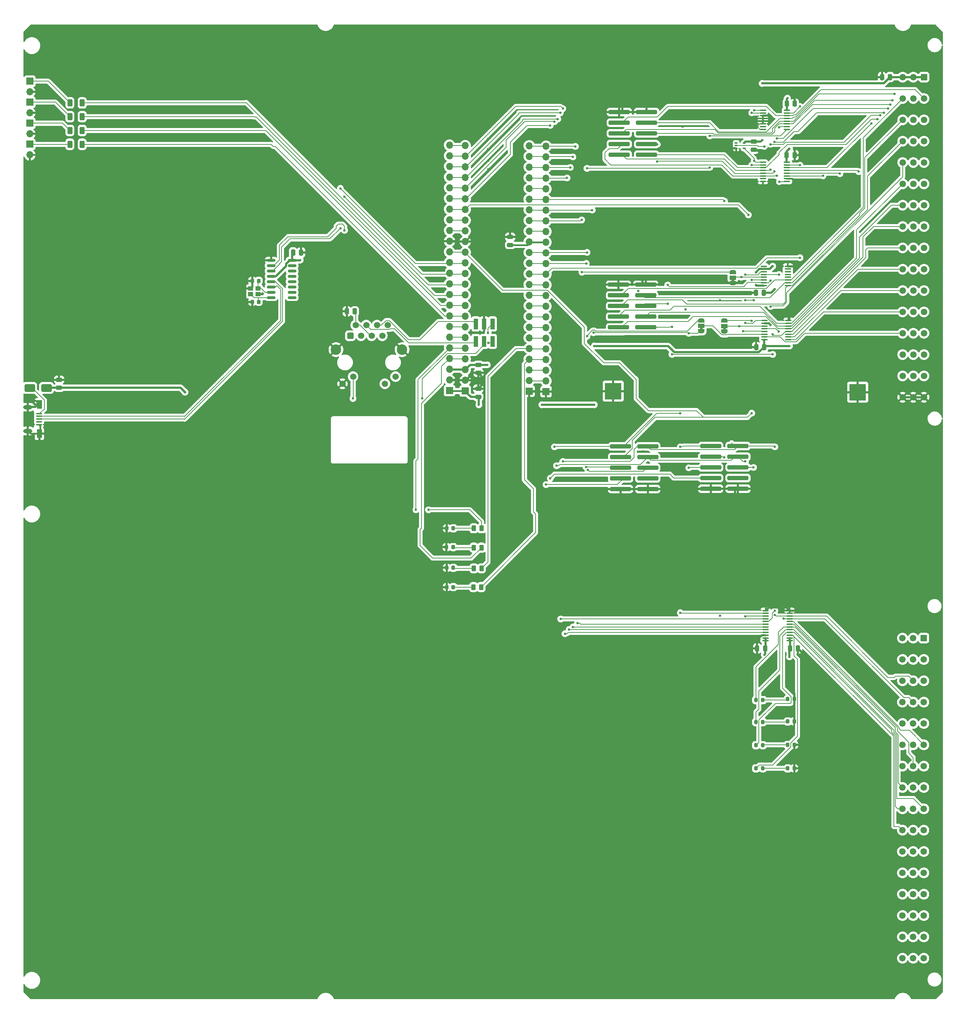
<source format=gbr>
%TF.GenerationSoftware,KiCad,Pcbnew,8.0.4-8.0.4-0~ubuntu24.04.1*%
%TF.CreationDate,2024-08-16T04:23:46+00:00*%
%TF.ProjectId,MDCL,4d44434c-2e6b-4696-9361-645f70636258,0.2*%
%TF.SameCoordinates,Original*%
%TF.FileFunction,Copper,L1,Top*%
%TF.FilePolarity,Positive*%
%FSLAX46Y46*%
G04 Gerber Fmt 4.6, Leading zero omitted, Abs format (unit mm)*
G04 Created by KiCad (PCBNEW 8.0.4-8.0.4-0~ubuntu24.04.1) date 2024-08-16 04:23:46*
%MOMM*%
%LPD*%
G01*
G04 APERTURE LIST*
G04 Aperture macros list*
%AMRoundRect*
0 Rectangle with rounded corners*
0 $1 Rounding radius*
0 $2 $3 $4 $5 $6 $7 $8 $9 X,Y pos of 4 corners*
0 Add a 4 corners polygon primitive as box body*
4,1,4,$2,$3,$4,$5,$6,$7,$8,$9,$2,$3,0*
0 Add four circle primitives for the rounded corners*
1,1,$1+$1,$2,$3*
1,1,$1+$1,$4,$5*
1,1,$1+$1,$6,$7*
1,1,$1+$1,$8,$9*
0 Add four rect primitives between the rounded corners*
20,1,$1+$1,$2,$3,$4,$5,0*
20,1,$1+$1,$4,$5,$6,$7,0*
20,1,$1+$1,$6,$7,$8,$9,0*
20,1,$1+$1,$8,$9,$2,$3,0*%
%AMFreePoly0*
4,1,19,0.550000,-0.750000,0.000000,-0.750000,0.000000,-0.744911,-0.071157,-0.744911,-0.207708,-0.704816,-0.327430,-0.627875,-0.420627,-0.520320,-0.479746,-0.390866,-0.500000,-0.250000,-0.500000,0.250000,-0.479746,0.390866,-0.420627,0.520320,-0.327430,0.627875,-0.207708,0.704816,-0.071157,0.744911,0.000000,0.744911,0.000000,0.750000,0.550000,0.750000,0.550000,-0.750000,0.550000,-0.750000,
$1*%
%AMFreePoly1*
4,1,19,0.000000,0.744911,0.071157,0.744911,0.207708,0.704816,0.327430,0.627875,0.420627,0.520320,0.479746,0.390866,0.500000,0.250000,0.500000,-0.250000,0.479746,-0.390866,0.420627,-0.520320,0.327430,-0.627875,0.207708,-0.704816,0.071157,-0.744911,0.000000,-0.744911,0.000000,-0.750000,-0.550000,-0.750000,-0.550000,0.750000,0.000000,0.750000,0.000000,0.744911,0.000000,0.744911,
$1*%
G04 Aperture macros list end*
%TA.AperFunction,EtchedComponent*%
%ADD10C,0.000000*%
%TD*%
%TA.AperFunction,SMDPad,CuDef*%
%ADD11R,1.350000X0.400000*%
%TD*%
%TA.AperFunction,SMDPad,CuDef*%
%ADD12R,1.200000X2.000000*%
%TD*%
%TA.AperFunction,ComponentPad*%
%ADD13O,2.150000X1.040000*%
%TD*%
%TA.AperFunction,SMDPad,CuDef*%
%ADD14RoundRect,0.218750X-0.218750X-0.256250X0.218750X-0.256250X0.218750X0.256250X-0.218750X0.256250X0*%
%TD*%
%TA.AperFunction,SMDPad,CuDef*%
%ADD15RoundRect,0.250000X-0.475000X0.250000X-0.475000X-0.250000X0.475000X-0.250000X0.475000X0.250000X0*%
%TD*%
%TA.AperFunction,SMDPad,CuDef*%
%ADD16RoundRect,0.100000X0.637500X0.100000X-0.637500X0.100000X-0.637500X-0.100000X0.637500X-0.100000X0*%
%TD*%
%TA.AperFunction,SMDPad,CuDef*%
%ADD17RoundRect,0.200000X-0.200000X-0.275000X0.200000X-0.275000X0.200000X0.275000X-0.200000X0.275000X0*%
%TD*%
%TA.AperFunction,SMDPad,CuDef*%
%ADD18RoundRect,0.250000X-0.250000X-0.475000X0.250000X-0.475000X0.250000X0.475000X-0.250000X0.475000X0*%
%TD*%
%TA.AperFunction,SMDPad,CuDef*%
%ADD19RoundRect,0.255000X2.245000X0.255000X-2.245000X0.255000X-2.245000X-0.255000X2.245000X-0.255000X0*%
%TD*%
%TA.AperFunction,SMDPad,CuDef*%
%ADD20RoundRect,0.255000X-2.245000X-0.255000X2.245000X-0.255000X2.245000X0.255000X-2.245000X0.255000X0*%
%TD*%
%TA.AperFunction,ComponentPad*%
%ADD21R,1.700000X1.700000*%
%TD*%
%TA.AperFunction,ComponentPad*%
%ADD22O,1.700000X1.700000*%
%TD*%
%TA.AperFunction,SMDPad,CuDef*%
%ADD23FreePoly0,90.000000*%
%TD*%
%TA.AperFunction,SMDPad,CuDef*%
%ADD24R,1.500000X1.000000*%
%TD*%
%TA.AperFunction,SMDPad,CuDef*%
%ADD25FreePoly1,90.000000*%
%TD*%
%TA.AperFunction,SMDPad,CuDef*%
%ADD26R,1.150000X1.000000*%
%TD*%
%TA.AperFunction,SMDPad,CuDef*%
%ADD27RoundRect,0.100000X-0.637500X-0.100000X0.637500X-0.100000X0.637500X0.100000X-0.637500X0.100000X0*%
%TD*%
%TA.AperFunction,SMDPad,CuDef*%
%ADD28RoundRect,0.250000X0.262500X0.450000X-0.262500X0.450000X-0.262500X-0.450000X0.262500X-0.450000X0*%
%TD*%
%TA.AperFunction,SMDPad,CuDef*%
%ADD29R,1.000000X2.580000*%
%TD*%
%TA.AperFunction,SMDPad,CuDef*%
%ADD30RoundRect,0.218750X0.218750X0.256250X-0.218750X0.256250X-0.218750X-0.256250X0.218750X-0.256250X0*%
%TD*%
%TA.AperFunction,ComponentPad*%
%ADD31R,4.000000X4.000000*%
%TD*%
%TA.AperFunction,ComponentPad*%
%ADD32C,1.550000*%
%TD*%
%TA.AperFunction,ComponentPad*%
%ADD33RoundRect,0.249999X-0.525001X0.525001X-0.525001X-0.525001X0.525001X-0.525001X0.525001X0.525001X0*%
%TD*%
%TA.AperFunction,SMDPad,CuDef*%
%ADD34RoundRect,0.150000X-0.850000X-0.150000X0.850000X-0.150000X0.850000X0.150000X-0.850000X0.150000X0*%
%TD*%
%TA.AperFunction,SMDPad,CuDef*%
%ADD35RoundRect,0.250000X0.250000X0.475000X-0.250000X0.475000X-0.250000X-0.475000X0.250000X-0.475000X0*%
%TD*%
%TA.AperFunction,SMDPad,CuDef*%
%ADD36RoundRect,0.250000X0.312500X0.625000X-0.312500X0.625000X-0.312500X-0.625000X0.312500X-0.625000X0*%
%TD*%
%TA.AperFunction,SMDPad,CuDef*%
%ADD37RoundRect,0.250000X0.475000X-0.250000X0.475000X0.250000X-0.475000X0.250000X-0.475000X-0.250000X0*%
%TD*%
%TA.AperFunction,SMDPad,CuDef*%
%ADD38RoundRect,0.100000X-0.225000X-0.100000X0.225000X-0.100000X0.225000X0.100000X-0.225000X0.100000X0*%
%TD*%
%TA.AperFunction,SMDPad,CuDef*%
%ADD39RoundRect,0.225000X0.225000X0.250000X-0.225000X0.250000X-0.225000X-0.250000X0.225000X-0.250000X0*%
%TD*%
%TA.AperFunction,SMDPad,CuDef*%
%ADD40RoundRect,0.250000X1.000000X0.650000X-1.000000X0.650000X-1.000000X-0.650000X1.000000X-0.650000X0*%
%TD*%
%TA.AperFunction,ComponentPad*%
%ADD41RoundRect,0.250500X-0.499500X-0.499500X0.499500X-0.499500X0.499500X0.499500X-0.499500X0.499500X0*%
%TD*%
%TA.AperFunction,ComponentPad*%
%ADD42C,1.500000*%
%TD*%
%TA.AperFunction,ComponentPad*%
%ADD43C,2.500000*%
%TD*%
%TA.AperFunction,ViaPad*%
%ADD44C,0.600000*%
%TD*%
%TA.AperFunction,Conductor*%
%ADD45C,0.200000*%
%TD*%
%TA.AperFunction,Conductor*%
%ADD46C,0.500000*%
%TD*%
%TA.AperFunction,Conductor*%
%ADD47C,0.400000*%
%TD*%
G04 APERTURE END LIST*
D10*
%TA.AperFunction,EtchedComponent*%
%TO.C,JP2*%
G36*
X219300000Y-92650000D02*
G01*
X218700000Y-92650000D01*
X218700000Y-92150000D01*
X219300000Y-92150000D01*
X219300000Y-92650000D01*
G37*
%TD.AperFunction*%
%TA.AperFunction,EtchedComponent*%
%TO.C,JP3*%
G36*
X213800000Y-92600000D02*
G01*
X213200000Y-92600000D01*
X213200000Y-92100000D01*
X213800000Y-92100000D01*
X213800000Y-92600000D01*
G37*
%TD.AperFunction*%
%TA.AperFunction,EtchedComponent*%
%TO.C,JP1*%
G36*
X221300000Y-81150000D02*
G01*
X220700000Y-81150000D01*
X220700000Y-80650000D01*
X221300000Y-80650000D01*
X221300000Y-81150000D01*
G37*
%TD.AperFunction*%
%TD*%
D11*
%TO.P,J4,1,VBUS*%
%TO.N,Net-(D1-A)*%
X55725000Y-112600000D03*
%TO.P,J4,2,D-*%
%TO.N,/D-*%
X55725000Y-113250000D03*
%TO.P,J4,3,D+*%
%TO.N,/D+*%
X55725000Y-113900000D03*
%TO.P,J4,4,ID*%
%TO.N,unconnected-(J4-ID-Pad4)*%
X55725000Y-114550000D03*
%TO.P,J4,5,GND*%
%TO.N,GND*%
X55725000Y-115200000D03*
D12*
%TO.P,J4,6,Shield*%
X55800000Y-110400000D03*
D13*
X53050000Y-111075000D03*
X53050000Y-116725000D03*
D12*
X55800000Y-117400000D03*
%TD*%
D14*
%TO.P,D8,1,K*%
%TO.N,GND*%
X152795000Y-144370000D03*
%TO.P,D8,2,A*%
%TO.N,Net-(D8-A)*%
X154370000Y-144370000D03*
%TD*%
D15*
%TO.P,C7,1*%
%TO.N,+5V*%
X226000000Y-47870000D03*
%TO.P,C7,2*%
%TO.N,GND*%
X226000000Y-49770000D03*
%TD*%
D16*
%TO.P,U7,1,V_{CCA}*%
%TO.N,+5V*%
X234525000Y-166650000D03*
%TO.P,U7,2,DIR*%
X234525000Y-166000000D03*
%TO.P,U7,3,A1*%
%TO.N,/DCC_ON{slash}OFF*%
X234525000Y-165350000D03*
%TO.P,U7,4,A2*%
%TO.N,/NF-BEREIT*%
X234525000Y-164700000D03*
%TO.P,U7,5,A3*%
%TO.N,/PS\u002A\u002A*%
X234525000Y-164050000D03*
%TO.P,U7,6,A4*%
%TO.N,/SSB_ON{slash}OFF*%
X234525000Y-163400000D03*
%TO.P,U7,7,A5*%
%TO.N,/L5*%
X234525000Y-162750000D03*
%TO.P,U7,8,A6*%
%TO.N,/E-TIME*%
X234525000Y-162100000D03*
%TO.P,U7,9,A7*%
%TO.N,/LC*%
X234525000Y-161450000D03*
%TO.P,U7,10,A8*%
%TO.N,/L1*%
X234525000Y-160800000D03*
%TO.P,U7,11,GND*%
%TO.N,GND*%
X234525000Y-160150000D03*
%TO.P,U7,12,GND*%
X234525000Y-159500000D03*
%TO.P,U7,13,GND*%
X228800000Y-159500000D03*
%TO.P,U7,14,B8*%
%TO.N,/L1_3V3*%
X228800000Y-160150000D03*
%TO.P,U7,15,B7*%
%TO.N,/LC_3V3*%
X228800000Y-160800000D03*
%TO.P,U7,16,B6*%
%TO.N,/E-TIME_3V3*%
X228800000Y-161450000D03*
%TO.P,U7,17,B5*%
%TO.N,/L5_3V3*%
X228800000Y-162100000D03*
%TO.P,U7,18,B4*%
%TO.N,/SSB_ON_3V3*%
X228800000Y-162750000D03*
%TO.P,U7,19,B3*%
%TO.N,/PS_3V3*%
X228800000Y-163400000D03*
%TO.P,U7,20,B2*%
%TO.N,/NF-BEREIT_3V3*%
X228800000Y-164050000D03*
%TO.P,U7,21,B1*%
%TO.N,/DCC_ON_3V3*%
X228800000Y-164700000D03*
%TO.P,U7,22,~{OE}*%
%TO.N,GND*%
X228800000Y-165350000D03*
%TO.P,U7,23,V_{CCB}*%
%TO.N,+3.3V*%
X228800000Y-166000000D03*
%TO.P,U7,24,V_{CCB}*%
X228800000Y-166650000D03*
%TD*%
D14*
%TO.P,D9,1,K*%
%TO.N,GND*%
X152832500Y-139900000D03*
%TO.P,D9,2,A*%
%TO.N,Net-(D9-A)*%
X154407500Y-139900000D03*
%TD*%
D17*
%TO.P,R12,1*%
%TO.N,/DCC_ON{slash}OFF*%
X226500000Y-197050000D03*
%TO.P,R12,2*%
%TO.N,Net-(D13-A)*%
X228150000Y-197050000D03*
%TD*%
D18*
%TO.P,C20,1*%
%TO.N,GND*%
X226800000Y-168500000D03*
%TO.P,C20,2*%
%TO.N,+3.3V*%
X228700000Y-168500000D03*
%TD*%
D19*
%TO.P,J6,1,Pin_1*%
%TO.N,/Data_In4*%
X200445000Y-50975000D03*
%TO.P,J6,2,Pin_2*%
%TO.N,/Data_In5*%
X193945000Y-50975000D03*
%TO.P,J6,3,Pin_3*%
%TO.N,/Data_In6*%
X200445000Y-48435000D03*
%TO.P,J6,4,Pin_4*%
%TO.N,/Data_In7*%
X193945000Y-48435000D03*
%TO.P,J6,5,Pin_5*%
%TO.N,/Data_In8*%
X200445000Y-45895000D03*
%TO.P,J6,6,Pin_6*%
%TO.N,/Data_In9*%
X193945000Y-45895000D03*
%TO.P,J6,7,Pin_7*%
%TO.N,/Data_In10*%
X200445000Y-43355000D03*
%TO.P,J6,8,Pin_8*%
%TO.N,/Data_In11*%
X193945000Y-43355000D03*
%TO.P,J6,9,Pin_9*%
%TO.N,GND*%
X200445000Y-40815000D03*
%TO.P,J6,10,Pin_10*%
X193945000Y-40815000D03*
%TD*%
D20*
%TO.P,J10,1,Pin_1*%
%TO.N,/L1_3V3*%
X215725000Y-120340000D03*
%TO.P,J10,2,Pin_2*%
%TO.N,/L5_3V3*%
X222225000Y-120340000D03*
%TO.P,J10,3,Pin_3*%
%TO.N,/SCK1*%
X215725000Y-122880000D03*
%TO.P,J10,4,Pin_4*%
%TO.N,/LC_3V3*%
X222225000Y-122880000D03*
%TO.P,J10,5,Pin_5*%
%TO.N,/MOSI1*%
X215725000Y-125420000D03*
%TO.P,J10,6,Pin_6*%
%TO.N,/MISO1*%
X222225000Y-125420000D03*
%TO.P,J10,7,Pin_7*%
%TO.N,/CS1*%
X215725000Y-127960000D03*
%TO.P,J10,8,Pin_8*%
%TO.N,unconnected-(J10-Pin_8-Pad8)*%
X222225000Y-127960000D03*
%TO.P,J10,9,Pin_9*%
%TO.N,GND*%
X215725000Y-130500000D03*
%TO.P,J10,10,Pin_10*%
X222225000Y-130500000D03*
%TD*%
%TO.P,J5,1,Pin_1*%
%TO.N,/L1_3V3*%
X194250000Y-120420000D03*
%TO.P,J5,2,Pin_2*%
%TO.N,/L5_3V3*%
X200750000Y-120420000D03*
%TO.P,J5,3,Pin_3*%
%TO.N,/SCK0*%
X194250000Y-122960000D03*
%TO.P,J5,4,Pin_4*%
%TO.N,/LC_3V3*%
X200750000Y-122960000D03*
%TO.P,J5,5,Pin_5*%
%TO.N,/MOSI0*%
X194250000Y-125500000D03*
%TO.P,J5,6,Pin_6*%
%TO.N,/MISO0*%
X200750000Y-125500000D03*
%TO.P,J5,7,Pin_7*%
%TO.N,/CS0*%
X194250000Y-128040000D03*
%TO.P,J5,8,Pin_8*%
%TO.N,unconnected-(J5-Pin_8-Pad8)*%
X200750000Y-128040000D03*
%TO.P,J5,9,Pin_9*%
%TO.N,GND*%
X194250000Y-130580000D03*
%TO.P,J5,10,Pin_10*%
X200750000Y-130580000D03*
%TD*%
D21*
%TO.P,J13,1,Pin_1*%
%TO.N,+5V*%
X153500000Y-107100000D03*
D22*
%TO.P,J13,2,Pin_2*%
%TO.N,GND*%
X153500000Y-104560000D03*
%TO.P,J13,3,Pin_3*%
%TO.N,+3.3V*%
X153500000Y-102020000D03*
%TO.P,J13,4,Pin_4*%
%TO.N,/GPIO_23*%
X153500000Y-99480000D03*
%TO.P,J13,5,Pin_5*%
%TO.N,/GPIO_22*%
X153500000Y-96940000D03*
%TO.P,J13,6,Pin_6*%
%TO.N,Net-(J13-Pin_6)*%
X153500000Y-94400000D03*
%TO.P,J13,7,Pin_7*%
%TO.N,Net-(J13-Pin_7)*%
X153500000Y-91860000D03*
%TO.P,J13,8,Pin_8*%
%TO.N,/POWER*%
X153500000Y-89320000D03*
%TO.P,J13,9,Pin_9*%
%TO.N,/CONNECTED*%
X153500000Y-86780000D03*
%TO.P,J13,10,Pin_10*%
%TO.N,/DCC*%
X153500000Y-84240000D03*
%TO.P,J13,11,Pin_11*%
%TO.N,/AMC*%
X153500000Y-81700000D03*
%TO.P,J13,12,Pin_12*%
%TO.N,/RX3*%
X153500000Y-79160000D03*
%TO.P,J13,13,Pin_13*%
%TO.N,/TX3*%
X153500000Y-76620000D03*
%TO.P,J13,14,Pin_14*%
%TO.N,/SCK0*%
X153500000Y-74080000D03*
%TO.P,J13,15,Pin_15*%
%TO.N,GND*%
X153500000Y-71540000D03*
%TO.P,J13,16,Pin_16*%
%TO.N,Net-(J13-Pin_16)*%
X153500000Y-69000000D03*
%TO.P,J13,17,Pin_17*%
%TO.N,Net-(J13-Pin_17)*%
X153500000Y-66460000D03*
%TO.P,J13,18,Pin_18*%
%TO.N,/MISO1*%
X153500000Y-63920000D03*
%TO.P,J13,19,Pin_19*%
%TO.N,/CS1*%
X153500000Y-61380000D03*
%TO.P,J13,20,Pin_20*%
%TO.N,/L1_3V3*%
X153500000Y-58840000D03*
%TO.P,J13,21,Pin_21*%
%TO.N,/LC_3V3*%
X153500000Y-56300000D03*
%TO.P,J13,22,Pin_22*%
%TO.N,/E-TIME_3V3*%
X153500000Y-53760000D03*
%TO.P,J13,23,Pin_23*%
%TO.N,/L5_3V3*%
X153500000Y-51220000D03*
%TO.P,J13,24,Pin_24*%
%TO.N,Net-(J13-Pin_24)*%
X153500000Y-48680000D03*
%TD*%
D23*
%TO.P,JP2,1,A*%
%TO.N,/SCK1*%
X219000000Y-93050000D03*
D24*
%TO.P,JP2,2,C*%
%TO.N,Net-(JP2-C)*%
X219000000Y-91750000D03*
D25*
%TO.P,JP2,3,B*%
%TO.N,/SCK0*%
X219000000Y-90450000D03*
%TD*%
D14*
%TO.P,D7,1,K*%
%TO.N,GND*%
X152832500Y-149310000D03*
%TO.P,D7,2,A*%
%TO.N,Net-(D7-A)*%
X154407500Y-149310000D03*
%TD*%
D23*
%TO.P,JP3,1,A*%
%TO.N,/MOSI1*%
X213500000Y-93000000D03*
D24*
%TO.P,JP3,2,C*%
%TO.N,Net-(JP3-C)*%
X213500000Y-91700000D03*
D25*
%TO.P,JP3,3,B*%
%TO.N,/MOSI0*%
X213500000Y-90400000D03*
%TD*%
D21*
%TO.P,D4,1,A*%
%TO.N,Net-(D4-A)*%
X53525000Y-38480000D03*
D22*
%TO.P,D4,2,K*%
%TO.N,GND*%
X53525000Y-41020000D03*
%TD*%
D18*
%TO.P,C8,1*%
%TO.N,+3.3V*%
X233800000Y-51070000D03*
%TO.P,C8,2*%
%TO.N,GND*%
X235700000Y-51070000D03*
%TD*%
D26*
%TO.P,Y1,1,1*%
%TO.N,Net-(U6-XI)*%
X107900000Y-82800000D03*
%TO.P,Y1,2,2*%
%TO.N,GND*%
X106150000Y-82800000D03*
%TO.P,Y1,3,3*%
%TO.N,Net-(U6-XO)*%
X106150000Y-84200000D03*
%TO.P,Y1,4,4*%
%TO.N,GND*%
X107900000Y-84200000D03*
%TD*%
D17*
%TO.P,R11,1*%
%TO.N,/NF-BEREIT*%
X226500000Y-191540000D03*
%TO.P,R11,2*%
%TO.N,Net-(D12-A)*%
X228150000Y-191540000D03*
%TD*%
D21*
%TO.P,J8,1,Pin_1*%
%TO.N,GND*%
X172500000Y-107250000D03*
D22*
%TO.P,J8,2,Pin_2*%
%TO.N,Net-(J12-Pin_2)*%
X172500000Y-104710000D03*
%TO.P,J8,3,Pin_3*%
%TO.N,Net-(J12-Pin_3)*%
X172500000Y-102170000D03*
%TO.P,J8,4,Pin_4*%
%TO.N,/GPIO_2*%
X172500000Y-99630000D03*
%TO.P,J8,5,Pin_5*%
%TO.N,/GPIO_3*%
X172500000Y-97090000D03*
%TO.P,J8,6,Pin_6*%
%TO.N,Net-(J12-Pin_6)*%
X172500000Y-94550000D03*
%TO.P,J8,7,Pin_7*%
%TO.N,Net-(J12-Pin_7)*%
X172500000Y-92010000D03*
%TO.P,J8,8,Pin_8*%
%TO.N,Net-(J12-Pin_8)*%
X172500000Y-89470000D03*
%TO.P,J8,9,Pin_9*%
%TO.N,Net-(J12-Pin_9)*%
X172500000Y-86930000D03*
%TO.P,J8,10,Pin_10*%
%TO.N,Net-(J12-Pin_10)*%
X172500000Y-84390000D03*
%TO.P,J8,11,Pin_11*%
%TO.N,Net-(J12-Pin_11)*%
X172500000Y-81850000D03*
%TO.P,J8,12,Pin_12*%
%TO.N,/CS0*%
X172500000Y-79310000D03*
%TO.P,J8,13,Pin_13*%
%TO.N,/MOSI0*%
X172500000Y-76770000D03*
%TO.P,J8,14,Pin_14*%
%TO.N,/MISO0*%
X172500000Y-74230000D03*
%TO.P,J8,15,Pin_15*%
%TO.N,+3.3V*%
X172500000Y-71690000D03*
%TO.P,J8,16,Pin_16*%
%TO.N,Net-(J12-Pin_16)*%
X172500000Y-69150000D03*
%TO.P,J8,17,Pin_17*%
%TO.N,/~{CS_OUT}*%
X172500000Y-66610000D03*
%TO.P,J8,18,Pin_18*%
%TO.N,/MOSI1*%
X172500000Y-64070000D03*
%TO.P,J8,19,Pin_19*%
%TO.N,/SCK1*%
X172500000Y-61530000D03*
%TO.P,J8,20,Pin_20*%
%TO.N,Net-(J12-Pin_20)*%
X172500000Y-58990000D03*
%TO.P,J8,21,Pin_21*%
%TO.N,/DCC_ON_3V3*%
X172500000Y-56450000D03*
%TO.P,J8,22,Pin_22*%
%TO.N,/NF-BEREIT_3V3*%
X172500000Y-53910000D03*
%TO.P,J8,23,Pin_23*%
%TO.N,/PS_3V3*%
X172500000Y-51370000D03*
%TO.P,J8,24,Pin_24*%
%TO.N,/SSB_ON_3V3*%
X172500000Y-48830000D03*
%TD*%
D27*
%TO.P,U2,1,~{PL}*%
%TO.N,/~{L1}*%
X228162500Y-52770000D03*
%TO.P,U2,2,CP*%
%TO.N,/SCK0*%
X228162500Y-53420000D03*
%TO.P,U2,3,D4*%
%TO.N,/Data_In4*%
X228162500Y-54070000D03*
%TO.P,U2,4,D5*%
%TO.N,/Data_In5*%
X228162500Y-54720000D03*
%TO.P,U2,5,D6*%
%TO.N,/Data_In6*%
X228162500Y-55370000D03*
%TO.P,U2,6,D7*%
%TO.N,/Data_In7*%
X228162500Y-56020000D03*
%TO.P,U2,7,~{Q7}*%
%TO.N,unconnected-(U2-~{Q7}-Pad7)*%
X228162500Y-56670000D03*
%TO.P,U2,8,GND*%
%TO.N,GND*%
X228162500Y-57320000D03*
%TO.P,U2,9,Q7*%
%TO.N,Net-(U1-DS)*%
X233887500Y-57320000D03*
%TO.P,U2,10,DS*%
%TO.N,GND*%
X233887500Y-56670000D03*
%TO.P,U2,11,D0*%
%TO.N,/Data_In0*%
X233887500Y-56020000D03*
%TO.P,U2,12,D1*%
%TO.N,/Data_In1*%
X233887500Y-55370000D03*
%TO.P,U2,13,D2*%
%TO.N,/Data_In2*%
X233887500Y-54720000D03*
%TO.P,U2,14,D3*%
%TO.N,/Data_In3*%
X233887500Y-54070000D03*
%TO.P,U2,15,~{CE}*%
%TO.N,/CS0*%
X233887500Y-53420000D03*
%TO.P,U2,16,VCC*%
%TO.N,+3.3V*%
X233887500Y-52770000D03*
%TD*%
%TO.P,U1,1,~{PL}*%
%TO.N,/~{L1}*%
X228162500Y-40405000D03*
%TO.P,U1,2,CP*%
%TO.N,/SCK0*%
X228162500Y-41055000D03*
%TO.P,U1,3,D4*%
%TO.N,GND*%
X228162500Y-41705000D03*
%TO.P,U1,4,D5*%
X228162500Y-42355000D03*
%TO.P,U1,5,D6*%
X228162500Y-43005000D03*
%TO.P,U1,6,D7*%
X228162500Y-43655000D03*
%TO.P,U1,7,~{Q7}*%
%TO.N,unconnected-(U1-~{Q7}-Pad7)*%
X228162500Y-44305000D03*
%TO.P,U1,8,GND*%
%TO.N,GND*%
X228162500Y-44955000D03*
%TO.P,U1,9,Q7*%
%TO.N,/MISO0*%
X233887500Y-44955000D03*
%TO.P,U1,10,DS*%
%TO.N,Net-(U1-DS)*%
X233887500Y-44305000D03*
%TO.P,U1,11,D0*%
%TO.N,/Data_In8*%
X233887500Y-43655000D03*
%TO.P,U1,12,D1*%
%TO.N,/Data_In9*%
X233887500Y-43005000D03*
%TO.P,U1,13,D2*%
%TO.N,/Data_In10*%
X233887500Y-42355000D03*
%TO.P,U1,14,D3*%
%TO.N,/Data_In11*%
X233887500Y-41705000D03*
%TO.P,U1,15,~{CE}*%
%TO.N,/CS0*%
X233887500Y-41055000D03*
%TO.P,U1,16,VCC*%
%TO.N,+3.3V*%
X233887500Y-40405000D03*
%TD*%
D28*
%TO.P,R8,1*%
%TO.N,/GPIO_22*%
X161120000Y-139900000D03*
%TO.P,R8,2*%
%TO.N,Net-(D9-A)*%
X159295000Y-139900000D03*
%TD*%
%TO.P,R6,1*%
%TO.N,/GPIO_3*%
X161120000Y-149450000D03*
%TO.P,R6,2*%
%TO.N,Net-(D7-A)*%
X159295000Y-149450000D03*
%TD*%
D29*
%TO.P,J11,1,Pin_1*%
%TO.N,/RX+*%
X159750000Y-95420000D03*
%TO.P,J11,2,Pin_2*%
%TO.N,/RX-*%
X159750000Y-91250000D03*
%TO.P,J11,3,Pin_3*%
%TO.N,/LED*%
X161750000Y-95420000D03*
%TO.P,J11,4,Pin_4*%
%TO.N,GND*%
X161750000Y-91250000D03*
%TO.P,J11,5,Pin_5*%
%TO.N,/TX-*%
X163750000Y-95420000D03*
%TO.P,J11,6,Pin_6*%
%TO.N,/TX+*%
X163750000Y-91250000D03*
%TD*%
D21*
%TO.P,J9,1,Pin_1*%
%TO.N,+5V*%
X157250000Y-107230000D03*
D22*
%TO.P,J9,2,Pin_2*%
%TO.N,GND*%
X157250000Y-104690000D03*
%TO.P,J9,3,Pin_3*%
%TO.N,+3.3V*%
X157250000Y-102150000D03*
%TO.P,J9,4,Pin_4*%
%TO.N,/GPIO_23*%
X157250000Y-99610000D03*
%TO.P,J9,5,Pin_5*%
%TO.N,/GPIO_22*%
X157250000Y-97070000D03*
%TO.P,J9,6,Pin_6*%
%TO.N,Net-(J13-Pin_6)*%
X157250000Y-94530000D03*
%TO.P,J9,7,Pin_7*%
%TO.N,Net-(J13-Pin_7)*%
X157250000Y-91990000D03*
%TO.P,J9,8,Pin_8*%
%TO.N,/POWER*%
X157250000Y-89450000D03*
%TO.P,J9,9,Pin_9*%
%TO.N,/CONNECTED*%
X157250000Y-86910000D03*
%TO.P,J9,10,Pin_10*%
%TO.N,/DCC*%
X157250000Y-84370000D03*
%TO.P,J9,11,Pin_11*%
%TO.N,/AMC*%
X157250000Y-81830000D03*
%TO.P,J9,12,Pin_12*%
%TO.N,/RX3*%
X157250000Y-79290000D03*
%TO.P,J9,13,Pin_13*%
%TO.N,/TX3*%
X157250000Y-76750000D03*
%TO.P,J9,14,Pin_14*%
%TO.N,/SCK0*%
X157250000Y-74210000D03*
%TO.P,J9,15,Pin_15*%
%TO.N,GND*%
X157250000Y-71670000D03*
%TO.P,J9,16,Pin_16*%
%TO.N,Net-(J13-Pin_16)*%
X157250000Y-69130000D03*
%TO.P,J9,17,Pin_17*%
%TO.N,Net-(J13-Pin_17)*%
X157250000Y-66590000D03*
%TO.P,J9,18,Pin_18*%
%TO.N,/MISO1*%
X157250000Y-64050000D03*
%TO.P,J9,19,Pin_19*%
%TO.N,/CS1*%
X157250000Y-61510000D03*
%TO.P,J9,20,Pin_20*%
%TO.N,/L1_3V3*%
X157250000Y-58970000D03*
%TO.P,J9,21,Pin_21*%
%TO.N,/LC_3V3*%
X157250000Y-56430000D03*
%TO.P,J9,22,Pin_22*%
%TO.N,/E-TIME_3V3*%
X157250000Y-53890000D03*
%TO.P,J9,23,Pin_23*%
%TO.N,/L5_3V3*%
X157250000Y-51350000D03*
%TO.P,J9,24,Pin_24*%
%TO.N,Net-(J13-Pin_24)*%
X157250000Y-48810000D03*
%TD*%
D30*
%TO.P,D10,1,K*%
%TO.N,GND*%
X235650000Y-180550000D03*
%TO.P,D10,2,A*%
%TO.N,Net-(D10-A)*%
X234075000Y-180550000D03*
%TD*%
D21*
%TO.P,J12,1,Pin_1*%
%TO.N,GND*%
X176500000Y-107380000D03*
D22*
%TO.P,J12,2,Pin_2*%
%TO.N,Net-(J12-Pin_2)*%
X176500000Y-104840000D03*
%TO.P,J12,3,Pin_3*%
%TO.N,Net-(J12-Pin_3)*%
X176500000Y-102300000D03*
%TO.P,J12,4,Pin_4*%
%TO.N,/GPIO_2*%
X176500000Y-99760000D03*
%TO.P,J12,5,Pin_5*%
%TO.N,/GPIO_3*%
X176500000Y-97220000D03*
%TO.P,J12,6,Pin_6*%
%TO.N,Net-(J12-Pin_6)*%
X176500000Y-94680000D03*
%TO.P,J12,7,Pin_7*%
%TO.N,Net-(J12-Pin_7)*%
X176500000Y-92140000D03*
%TO.P,J12,8,Pin_8*%
%TO.N,Net-(J12-Pin_8)*%
X176500000Y-89600000D03*
%TO.P,J12,9,Pin_9*%
%TO.N,Net-(J12-Pin_9)*%
X176500000Y-87060000D03*
%TO.P,J12,10,Pin_10*%
%TO.N,Net-(J12-Pin_10)*%
X176500000Y-84520000D03*
%TO.P,J12,11,Pin_11*%
%TO.N,Net-(J12-Pin_11)*%
X176500000Y-81980000D03*
%TO.P,J12,12,Pin_12*%
%TO.N,/CS0*%
X176500000Y-79440000D03*
%TO.P,J12,13,Pin_13*%
%TO.N,/MOSI0*%
X176500000Y-76900000D03*
%TO.P,J12,14,Pin_14*%
%TO.N,/MISO0*%
X176500000Y-74360000D03*
%TO.P,J12,15,Pin_15*%
%TO.N,+3.3V*%
X176500000Y-71820000D03*
%TO.P,J12,16,Pin_16*%
%TO.N,Net-(J12-Pin_16)*%
X176500000Y-69280000D03*
%TO.P,J12,17,Pin_17*%
%TO.N,/~{CS_OUT}*%
X176500000Y-66740000D03*
%TO.P,J12,18,Pin_18*%
%TO.N,/MOSI1*%
X176500000Y-64200000D03*
%TO.P,J12,19,Pin_19*%
%TO.N,/SCK1*%
X176500000Y-61660000D03*
%TO.P,J12,20,Pin_20*%
%TO.N,Net-(J12-Pin_20)*%
X176500000Y-59120000D03*
%TO.P,J12,21,Pin_21*%
%TO.N,/DCC_ON_3V3*%
X176500000Y-56580000D03*
%TO.P,J12,22,Pin_22*%
%TO.N,/NF-BEREIT_3V3*%
X176500000Y-54040000D03*
%TO.P,J12,23,Pin_23*%
%TO.N,/PS_3V3*%
X176500000Y-51500000D03*
%TO.P,J12,24,Pin_24*%
%TO.N,/SSB_ON_3V3*%
X176500000Y-48960000D03*
%TD*%
D21*
%TO.P,D2,1,A*%
%TO.N,Net-(D2-A)*%
X53525000Y-33480000D03*
D22*
%TO.P,D2,2,K*%
%TO.N,GND*%
X53525000Y-36020000D03*
%TD*%
D30*
%TO.P,D12,1,K*%
%TO.N,GND*%
X235650000Y-191460000D03*
%TO.P,D12,2,A*%
%TO.N,Net-(D12-A)*%
X234075000Y-191460000D03*
%TD*%
D31*
%TO.P,TP1,1,1*%
%TO.N,GND*%
X192500000Y-107250000D03*
%TD*%
D32*
%TO.P,J1,b2,b2*%
%TO.N,+5V*%
X263999999Y-32500000D03*
%TO.P,J1,b4,b4*%
%TO.N,unconnected-(J1-Padb4)*%
X263999999Y-37580000D03*
%TO.P,J1,b6,b6*%
%TO.N,unconnected-(J1-Padb6)*%
X263999999Y-42660000D03*
%TO.P,J1,b8,b8*%
%TO.N,unconnected-(J1-Padb8)*%
X263999999Y-47740000D03*
%TO.P,J1,b10,b10*%
%TO.N,unconnected-(J1-Padb10)*%
X263999999Y-52820000D03*
%TO.P,J1,b12,b12*%
%TO.N,unconnected-(J1-Padb12)*%
X263999999Y-57900000D03*
%TO.P,J1,b14,b14*%
%TO.N,unconnected-(J1-Padb14)*%
X263999999Y-62980000D03*
%TO.P,J1,b16,b16*%
%TO.N,unconnected-(J1-Padb16)*%
X263999999Y-68060000D03*
%TO.P,J1,b18,b18*%
%TO.N,unconnected-(J1-Padb18)*%
X263999999Y-73140000D03*
%TO.P,J1,b20,b20*%
%TO.N,unconnected-(J1-Padb20)*%
X263999999Y-78220000D03*
%TO.P,J1,b22,b22*%
%TO.N,unconnected-(J1-Padb22)*%
X263999999Y-83300000D03*
%TO.P,J1,b24,b24*%
%TO.N,unconnected-(J1-Padb24)*%
X263999999Y-88380000D03*
%TO.P,J1,b26,b26*%
%TO.N,unconnected-(J1-Padb26)*%
X263999999Y-93460000D03*
%TO.P,J1,b28,b28*%
%TO.N,unconnected-(J1-Padb28)*%
X263999999Y-98540000D03*
%TO.P,J1,b30,b30*%
%TO.N,unconnected-(J1-Padb30)*%
X263999999Y-103620000D03*
%TO.P,J1,b32,b32*%
%TO.N,GND*%
X263999999Y-108700000D03*
%TO.P,J1,d2,d2*%
%TO.N,+5V*%
X261459999Y-32500000D03*
%TO.P,J1,d4,d4*%
%TO.N,/Data_Out11*%
X261459999Y-37580000D03*
%TO.P,J1,d6,d6*%
%TO.N,/Data_Out10*%
X261459999Y-42660000D03*
%TO.P,J1,d8,d8*%
%TO.N,/Data_Out9*%
X261459999Y-47740000D03*
%TO.P,J1,d10,d10*%
%TO.N,/Data_Out8*%
X261459999Y-52820000D03*
%TO.P,J1,d12,d12*%
%TO.N,/Data_Out7*%
X261459999Y-57900000D03*
%TO.P,J1,d14,d14*%
%TO.N,/Data_Out6*%
X261459999Y-62980000D03*
%TO.P,J1,d16,d16*%
%TO.N,/Data_Out5*%
X261459999Y-68060000D03*
%TO.P,J1,d18,d18*%
%TO.N,/Data_Out4*%
X261459999Y-73140000D03*
%TO.P,J1,d20,d20*%
%TO.N,/Data_Out3*%
X261459999Y-78220000D03*
%TO.P,J1,d22,d22*%
%TO.N,/Data_Out2*%
X261459999Y-83300000D03*
%TO.P,J1,d24,d24*%
%TO.N,/Data_Out1*%
X261459999Y-88380000D03*
%TO.P,J1,d26,d26*%
%TO.N,/Data_Out0*%
X261459999Y-93460000D03*
%TO.P,J1,d28,d28*%
%TO.N,unconnected-(J1-Padd28)*%
X261459999Y-98540000D03*
%TO.P,J1,d30,d30*%
%TO.N,unconnected-(J1-Padd30)*%
X261459999Y-103620000D03*
%TO.P,J1,d32,d32*%
%TO.N,GND*%
X261459999Y-108700000D03*
D33*
%TO.P,J1,z2,z2*%
%TO.N,+5V*%
X266539999Y-32500000D03*
D32*
%TO.P,J1,z4,z4*%
%TO.N,/Data_In11*%
X266539999Y-37580000D03*
%TO.P,J1,z6,z6*%
%TO.N,/Data_In10*%
X266539999Y-42660000D03*
%TO.P,J1,z8,z8*%
%TO.N,/Data_In9*%
X266539999Y-47740000D03*
%TO.P,J1,z10,z10*%
%TO.N,/Data_In8*%
X266539999Y-52820000D03*
%TO.P,J1,z12,z12*%
%TO.N,/Data_In7*%
X266539999Y-57900000D03*
%TO.P,J1,z14,z14*%
%TO.N,/Data_In6*%
X266539999Y-62980000D03*
%TO.P,J1,z16,z16*%
%TO.N,/Data_In5*%
X266539999Y-68060000D03*
%TO.P,J1,z18,z18*%
%TO.N,/Data_In4*%
X266539999Y-73140000D03*
%TO.P,J1,z20,z20*%
%TO.N,/Data_In3*%
X266539999Y-78220000D03*
%TO.P,J1,z22,z22*%
%TO.N,/Data_In2*%
X266539999Y-83300000D03*
%TO.P,J1,z24,z24*%
%TO.N,/Data_In1*%
X266539999Y-88380000D03*
%TO.P,J1,z26,z26*%
%TO.N,/Data_In0*%
X266539999Y-93460000D03*
%TO.P,J1,z28,z28*%
%TO.N,unconnected-(J1-Padz28)*%
X266539999Y-98540000D03*
%TO.P,J1,z30,z30*%
%TO.N,unconnected-(J1-Padz30)*%
X266539999Y-103620000D03*
%TO.P,J1,z32,z32*%
%TO.N,GND*%
X266539999Y-108700000D03*
%TD*%
D15*
%TO.P,C17,1*%
%TO.N,+3.3V*%
X160400000Y-101000000D03*
%TO.P,C17,2*%
%TO.N,GND*%
X160400000Y-102900000D03*
%TD*%
D28*
%TO.P,R5,1*%
%TO.N,/GPIO_2*%
X161032500Y-153900000D03*
%TO.P,R5,2*%
%TO.N,Net-(D3-A)*%
X159207500Y-153900000D03*
%TD*%
D34*
%TO.P,U6,1,GND*%
%TO.N,GND*%
X111000000Y-76110000D03*
%TO.P,U6,2,TXD*%
%TO.N,/RX3*%
X111000000Y-77380000D03*
%TO.P,U6,3,RXD*%
%TO.N,/TX3*%
X111000000Y-78650000D03*
%TO.P,U6,4,V3*%
%TO.N,+3.3V*%
X111000000Y-79920000D03*
%TO.P,U6,5,UD+*%
%TO.N,/D+*%
X111000000Y-81190000D03*
%TO.P,U6,6,UD-*%
%TO.N,/D-*%
X111000000Y-82460000D03*
%TO.P,U6,7,XI*%
%TO.N,Net-(U6-XI)*%
X111000000Y-83730000D03*
%TO.P,U6,8,XO*%
%TO.N,Net-(U6-XO)*%
X111000000Y-85000000D03*
%TO.P,U6,9,~{CTS}*%
%TO.N,unconnected-(U6-~{CTS}-Pad9)*%
X116000000Y-85000000D03*
%TO.P,U6,10,~{DSR}*%
%TO.N,unconnected-(U6-~{DSR}-Pad10)*%
X116000000Y-83730000D03*
%TO.P,U6,11,~{RI}*%
%TO.N,unconnected-(U6-~{RI}-Pad11)*%
X116000000Y-82460000D03*
%TO.P,U6,12,~{DCD}*%
%TO.N,unconnected-(U6-~{DCD}-Pad12)*%
X116000000Y-81190000D03*
%TO.P,U6,13,~{DTR}*%
%TO.N,unconnected-(U6-~{DTR}-Pad13)*%
X116000000Y-79920000D03*
%TO.P,U6,14,~{RTS}*%
%TO.N,unconnected-(U6-~{RTS}-Pad14)*%
X116000000Y-78650000D03*
%TO.P,U6,15,R232*%
%TO.N,unconnected-(U6-R232-Pad15)*%
X116000000Y-77380000D03*
%TO.P,U6,16,VCC*%
%TO.N,+3.3V*%
X116000000Y-76110000D03*
%TD*%
D32*
%TO.P,J2,b2,b2*%
%TO.N,unconnected-(J2-Padb2)*%
X263960000Y-166040000D03*
%TO.P,J2,b4,b4*%
%TO.N,unconnected-(J2-Padb4)*%
X263960000Y-171120000D03*
%TO.P,J2,b6,b6*%
%TO.N,/L1*%
X263960000Y-176200000D03*
%TO.P,J2,b8,b8*%
%TO.N,/LC*%
X263960000Y-181280000D03*
%TO.P,J2,b10,b10*%
%TO.N,unconnected-(J2-Padb10)*%
X263960000Y-186360000D03*
%TO.P,J2,b12,b12*%
%TO.N,unconnected-(J2-Padb12)*%
X263960000Y-191440000D03*
%TO.P,J2,b14,b14*%
%TO.N,/L5*%
X263960000Y-196520000D03*
%TO.P,J2,b16,b16*%
%TO.N,unconnected-(J2-Padb16)*%
X263960000Y-201600000D03*
%TO.P,J2,b18,b18*%
%TO.N,unconnected-(J2-Padb18)*%
X263960000Y-206680000D03*
%TO.P,J2,b20,b20*%
%TO.N,unconnected-(J2-Padb20)*%
X263960000Y-211760000D03*
%TO.P,J2,b22,b22*%
%TO.N,unconnected-(J2-Padb22)*%
X263960000Y-216840000D03*
%TO.P,J2,b24,b24*%
%TO.N,unconnected-(J2-Padb24)*%
X263960000Y-221920000D03*
%TO.P,J2,b26,b26*%
%TO.N,unconnected-(J2-Padb26)*%
X263960000Y-227000000D03*
%TO.P,J2,b28,b28*%
%TO.N,unconnected-(J2-Padb28)*%
X263960000Y-232080000D03*
%TO.P,J2,b30,b30*%
%TO.N,unconnected-(J2-Padb30)*%
X263960000Y-237160000D03*
%TO.P,J2,b32,b32*%
%TO.N,unconnected-(J2-Padb32)*%
X263960000Y-242240000D03*
%TO.P,J2,d2,d2*%
%TO.N,unconnected-(J2-Padd2)*%
X261420000Y-166040000D03*
%TO.P,J2,d4,d4*%
%TO.N,unconnected-(J2-Padd4)*%
X261420000Y-171120000D03*
%TO.P,J2,d6,d6*%
%TO.N,unconnected-(J2-Padd6)*%
X261420000Y-176200000D03*
%TO.P,J2,d8,d8*%
%TO.N,unconnected-(J2-Padd8)*%
X261420000Y-181280000D03*
%TO.P,J2,d10,d10*%
%TO.N,unconnected-(J2-Padd10)*%
X261420000Y-186360000D03*
%TO.P,J2,d12,d12*%
%TO.N,unconnected-(J2-Padd12)*%
X261420000Y-191440000D03*
%TO.P,J2,d14,d14*%
%TO.N,unconnected-(J2-Padd14)*%
X261420000Y-196520000D03*
%TO.P,J2,d16,d16*%
%TO.N,/SSB_ON{slash}OFF*%
X261420000Y-201600000D03*
%TO.P,J2,d18,d18*%
%TO.N,/NF-BEREIT*%
X261420000Y-206680000D03*
%TO.P,J2,d20,d20*%
%TO.N,/DCC_ON{slash}OFF*%
X261420000Y-211760000D03*
%TO.P,J2,d22,d22*%
%TO.N,unconnected-(J2-Padd22)*%
X261420000Y-216840000D03*
%TO.P,J2,d24,d24*%
%TO.N,unconnected-(J2-Padd24)*%
X261420000Y-221920000D03*
%TO.P,J2,d26,d26*%
%TO.N,unconnected-(J2-Padd26)*%
X261420000Y-227000000D03*
%TO.P,J2,d28,d28*%
%TO.N,unconnected-(J2-Padd28)*%
X261420000Y-232080000D03*
%TO.P,J2,d30,d30*%
%TO.N,unconnected-(J2-Padd30)*%
X261420000Y-237160000D03*
%TO.P,J2,d32,d32*%
%TO.N,unconnected-(J2-Padd32)*%
X261420000Y-242240000D03*
D33*
%TO.P,J2,z2,z2*%
%TO.N,unconnected-(J2-Padz2)*%
X266500000Y-166040000D03*
D32*
%TO.P,J2,z4,z4*%
%TO.N,unconnected-(J2-Padz4)*%
X266500000Y-171120000D03*
%TO.P,J2,z6,z6*%
%TO.N,unconnected-(J2-Padz6)*%
X266500000Y-176200000D03*
%TO.P,J2,z8,z8*%
%TO.N,unconnected-(J2-Padz8)*%
X266500000Y-181280000D03*
%TO.P,J2,z10,z10*%
%TO.N,unconnected-(J2-Padz10)*%
X266500000Y-186360000D03*
%TO.P,J2,z12,z12*%
%TO.N,/E-TIME*%
X266500000Y-191440000D03*
%TO.P,J2,z14,z14*%
%TO.N,unconnected-(J2-Padz14)*%
X266500000Y-196520000D03*
%TO.P,J2,z16,z16*%
%TO.N,unconnected-(J2-Padz16)*%
X266500000Y-201600000D03*
%TO.P,J2,z18,z18*%
%TO.N,/PS\u002A\u002A*%
X266500000Y-206680000D03*
%TO.P,J2,z20,z20*%
%TO.N,unconnected-(J2-Padz20)*%
X266500000Y-211760000D03*
%TO.P,J2,z22,z22*%
%TO.N,unconnected-(J2-Padz22)*%
X266500000Y-216840000D03*
%TO.P,J2,z24,z24*%
%TO.N,unconnected-(J2-Padz24)*%
X266500000Y-221920000D03*
%TO.P,J2,z26,z26*%
%TO.N,unconnected-(J2-Padz26)*%
X266500000Y-227000000D03*
%TO.P,J2,z28,z28*%
%TO.N,unconnected-(J2-Padz28)*%
X266500000Y-232080000D03*
%TO.P,J2,z30,z30*%
%TO.N,unconnected-(J2-Padz30)*%
X266500000Y-237160000D03*
%TO.P,J2,z32,z32*%
%TO.N,unconnected-(J2-Padz32)*%
X266500000Y-242240000D03*
%TD*%
D35*
%TO.P,C18,1*%
%TO.N,+5V*%
X258450000Y-32500000D03*
%TO.P,C18,2*%
%TO.N,GND*%
X256550000Y-32500000D03*
%TD*%
D36*
%TO.P,R1,1*%
%TO.N,/AMC*%
X66000000Y-38630000D03*
%TO.P,R1,2*%
%TO.N,Net-(D2-A)*%
X63075000Y-38630000D03*
%TD*%
D14*
%TO.P,D3,1,K*%
%TO.N,GND*%
X152832500Y-153900000D03*
%TO.P,D3,2,A*%
%TO.N,Net-(D3-A)*%
X154407500Y-153900000D03*
%TD*%
D17*
%TO.P,R9,1*%
%TO.N,/SSB_ON{slash}OFF*%
X226500000Y-180790000D03*
%TO.P,R9,2*%
%TO.N,Net-(D10-A)*%
X228150000Y-180790000D03*
%TD*%
D37*
%TO.P,C11,1*%
%TO.N,+5V*%
X60500000Y-106450000D03*
%TO.P,C11,2*%
%TO.N,GND*%
X60500000Y-104550000D03*
%TD*%
%TO.P,C2,1*%
%TO.N,+5V*%
X160350000Y-108600000D03*
%TO.P,C2,2*%
%TO.N,GND*%
X160350000Y-106700000D03*
%TD*%
D36*
%TO.P,R2,1*%
%TO.N,/DCC*%
X66000000Y-41920000D03*
%TO.P,R2,2*%
%TO.N,Net-(D4-A)*%
X63075000Y-41920000D03*
%TD*%
D38*
%TO.P,U5,1,NC*%
%TO.N,unconnected-(U5-NC-Pad1)*%
X221800000Y-48170000D03*
%TO.P,U5,2*%
%TO.N,/L1*%
X221800000Y-48820000D03*
%TO.P,U5,3,GND*%
%TO.N,GND*%
X221800000Y-49470000D03*
%TO.P,U5,4*%
%TO.N,/~{L1}*%
X223700000Y-49470000D03*
%TO.P,U5,5,VCC*%
%TO.N,+5V*%
X223700000Y-48170000D03*
%TD*%
D39*
%TO.P,C14,1*%
%TO.N,Net-(U6-XI)*%
X108050000Y-81000000D03*
%TO.P,C14,2*%
%TO.N,GND*%
X106500000Y-81000000D03*
%TD*%
D35*
%TO.P,C4,1*%
%TO.N,+5V*%
X228450000Y-96750000D03*
%TO.P,C4,2*%
%TO.N,GND*%
X226550000Y-96750000D03*
%TD*%
D40*
%TO.P,D1,1,K*%
%TO.N,+5V*%
X57500000Y-106500000D03*
%TO.P,D1,2,A*%
%TO.N,Net-(D1-A)*%
X53500000Y-106500000D03*
%TD*%
D18*
%TO.P,C16,1*%
%TO.N,+3.3V*%
X116250000Y-74250000D03*
%TO.P,C16,2*%
%TO.N,GND*%
X118150000Y-74250000D03*
%TD*%
D36*
%TO.P,R3,1*%
%TO.N,/CONNECTED*%
X66000000Y-45210000D03*
%TO.P,R3,2*%
%TO.N,Net-(D5-A)*%
X63075000Y-45210000D03*
%TD*%
D39*
%TO.P,C10,1*%
%TO.N,Net-(U6-XO)*%
X108050000Y-86000000D03*
%TO.P,C10,2*%
%TO.N,GND*%
X106500000Y-86000000D03*
%TD*%
D35*
%TO.P,C1,1*%
%TO.N,Net-(J3-RCT)*%
X130950000Y-88250000D03*
%TO.P,C1,2*%
%TO.N,GND*%
X129050000Y-88250000D03*
%TD*%
D16*
%TO.P,U4,1,QB*%
%TO.N,/Data_Out1*%
X234250000Y-95000000D03*
%TO.P,U4,2,QC*%
%TO.N,/Data_Out2*%
X234250000Y-94350000D03*
%TO.P,U4,3,QD*%
%TO.N,/Data_Out3*%
X234250000Y-93700000D03*
%TO.P,U4,4,QE*%
%TO.N,/Data_Out4*%
X234250000Y-93050000D03*
%TO.P,U4,5,QF*%
%TO.N,/Data_Out5*%
X234250000Y-92400000D03*
%TO.P,U4,6,QG*%
%TO.N,/Data_Out6*%
X234250000Y-91750000D03*
%TO.P,U4,7,QH*%
%TO.N,/Data_Out7*%
X234250000Y-91100000D03*
%TO.P,U4,8,GND*%
%TO.N,GND*%
X234250000Y-90450000D03*
%TO.P,U4,9,QH'*%
%TO.N,Net-(U3-SER)*%
X228525000Y-90450000D03*
%TO.P,U4,10,~{SRCLR}*%
%TO.N,+5V*%
X228525000Y-91100000D03*
%TO.P,U4,11,SRCLK*%
%TO.N,Net-(JP2-C)*%
X228525000Y-91750000D03*
%TO.P,U4,12,RCLK*%
%TO.N,/LC*%
X228525000Y-92400000D03*
%TO.P,U4,13,~{OE}*%
%TO.N,Net-(JP1-C)*%
X228525000Y-93050000D03*
%TO.P,U4,14,SER*%
%TO.N,Net-(JP3-C)*%
X228525000Y-93700000D03*
%TO.P,U4,15,QA*%
%TO.N,/Data_Out0*%
X228525000Y-94350000D03*
%TO.P,U4,16,VCC*%
%TO.N,+5V*%
X228525000Y-95000000D03*
%TD*%
D31*
%TO.P,TP2,1,1*%
%TO.N,GND*%
X250750000Y-107500000D03*
%TD*%
D30*
%TO.P,D13,1,K*%
%TO.N,GND*%
X235650000Y-197050000D03*
%TO.P,D13,2,A*%
%TO.N,Net-(D13-A)*%
X234075000Y-197050000D03*
%TD*%
D21*
%TO.P,D5,1,A*%
%TO.N,Net-(D5-A)*%
X53525000Y-43480000D03*
D22*
%TO.P,D5,2,K*%
%TO.N,GND*%
X53525000Y-46020000D03*
%TD*%
D28*
%TO.P,R7,1*%
%TO.N,/GPIO_23*%
X161120000Y-144500000D03*
%TO.P,R7,2*%
%TO.N,Net-(D8-A)*%
X159295000Y-144500000D03*
%TD*%
D17*
%TO.P,R10,1*%
%TO.N,/PS\u002A\u002A*%
X226500000Y-186030000D03*
%TO.P,R10,2*%
%TO.N,Net-(D11-A)*%
X228150000Y-186030000D03*
%TD*%
D35*
%TO.P,C6,1*%
%TO.N,+5V*%
X228400000Y-83820000D03*
%TO.P,C6,2*%
%TO.N,GND*%
X226500000Y-83820000D03*
%TD*%
D19*
%TO.P,J7,1,Pin_1*%
%TO.N,/Data_Out4*%
X200250000Y-92080000D03*
%TO.P,J7,2,Pin_2*%
%TO.N,/Data_Out5*%
X193750000Y-92080000D03*
%TO.P,J7,3,Pin_3*%
%TO.N,/Data_Out6*%
X200250000Y-89540000D03*
%TO.P,J7,4,Pin_4*%
%TO.N,/Data_Out7*%
X193750000Y-89540000D03*
%TO.P,J7,5,Pin_5*%
%TO.N,/Data_Out8*%
X200250000Y-87000000D03*
%TO.P,J7,6,Pin_6*%
%TO.N,/Data_Out9*%
X193750000Y-87000000D03*
%TO.P,J7,7,Pin_7*%
%TO.N,/Data_Out10*%
X200250000Y-84460000D03*
%TO.P,J7,8,Pin_8*%
%TO.N,/Data_Out11*%
X193750000Y-84460000D03*
%TO.P,J7,9,Pin_9*%
%TO.N,GND*%
X200250000Y-81920000D03*
%TO.P,J7,10,Pin_10*%
X193750000Y-81920000D03*
%TD*%
D23*
%TO.P,JP1,1,A*%
%TO.N,GND*%
X221000000Y-81550000D03*
D24*
%TO.P,JP1,2,C*%
%TO.N,Net-(JP1-C)*%
X221000000Y-80250000D03*
D25*
%TO.P,JP1,3,B*%
%TO.N,/~{CS_OUT}*%
X221000000Y-78950000D03*
%TD*%
D35*
%TO.P,C5,1*%
%TO.N,GND*%
X236500000Y-168500000D03*
%TO.P,C5,2*%
%TO.N,+5V*%
X234600000Y-168500000D03*
%TD*%
D21*
%TO.P,D6,1,A*%
%TO.N,Net-(D6-A)*%
X53525000Y-48480000D03*
D22*
%TO.P,D6,2,K*%
%TO.N,GND*%
X53525000Y-51020000D03*
%TD*%
D37*
%TO.P,C19,1*%
%TO.N,+3.3V*%
X167950000Y-72450000D03*
%TO.P,C19,2*%
%TO.N,GND*%
X167950000Y-70550000D03*
%TD*%
D41*
%TO.P,J3,1,TD+*%
%TO.N,/TX+*%
X129880000Y-94070000D03*
D42*
%TO.P,J3,2,TCT*%
%TO.N,Net-(J3-RCT)*%
X131150000Y-91530000D03*
%TO.P,J3,3,TD-*%
%TO.N,/TX-*%
X132420000Y-94070000D03*
%TO.P,J3,4,RD+*%
%TO.N,/RX+*%
X133690000Y-91530000D03*
%TO.P,J3,5,RCT*%
%TO.N,Net-(J3-RCT)*%
X134960000Y-94070000D03*
%TO.P,J3,6,RD-*%
%TO.N,/RX-*%
X136230000Y-91530000D03*
%TO.P,J3,7*%
%TO.N,unconnected-(J3-Pad7)*%
X137500000Y-94070000D03*
%TO.P,J3,8,RGND*%
%TO.N,GND*%
X138770000Y-91530000D03*
%TO.P,J3,9,KG*%
X128000000Y-105500000D03*
%TO.P,J3,10,AG*%
%TO.N,/LED*%
X130540000Y-103800000D03*
%TO.P,J3,11,KY*%
%TO.N,unconnected-(J3-KY-Pad11)*%
X138110000Y-105500000D03*
%TO.P,J3,12,AY*%
%TO.N,unconnected-(J3-AY-Pad12)*%
X140650000Y-103800000D03*
D43*
%TO.P,J3,13*%
%TO.N,GND*%
X126450000Y-97370000D03*
X142200000Y-97370000D03*
%TD*%
D16*
%TO.P,U3,1,QB*%
%TO.N,/Data_Out9*%
X234112500Y-82095000D03*
%TO.P,U3,2,QC*%
%TO.N,/Data_Out10*%
X234112500Y-81445000D03*
%TO.P,U3,3,QD*%
%TO.N,/Data_Out11*%
X234112500Y-80795000D03*
%TO.P,U3,4,QE*%
%TO.N,unconnected-(U3-QE-Pad4)*%
X234112500Y-80145000D03*
%TO.P,U3,5,QF*%
%TO.N,unconnected-(U3-QF-Pad5)*%
X234112500Y-79495000D03*
%TO.P,U3,6,QG*%
%TO.N,unconnected-(U3-QG-Pad6)*%
X234112500Y-78845000D03*
%TO.P,U3,7,QH*%
%TO.N,unconnected-(U3-QH-Pad7)*%
X234112500Y-78195000D03*
%TO.P,U3,8,GND*%
%TO.N,GND*%
X234112500Y-77545000D03*
%TO.P,U3,9,QH'*%
%TO.N,unconnected-(U3-QH'-Pad9)*%
X228387500Y-77545000D03*
%TO.P,U3,10,~{SRCLR}*%
%TO.N,+5V*%
X228387500Y-78195000D03*
%TO.P,U3,11,SRCLK*%
%TO.N,Net-(JP2-C)*%
X228387500Y-78845000D03*
%TO.P,U3,12,RCLK*%
%TO.N,/LC*%
X228387500Y-79495000D03*
%TO.P,U3,13,~{OE}*%
%TO.N,Net-(JP1-C)*%
X228387500Y-80145000D03*
%TO.P,U3,14,SER*%
%TO.N,Net-(U3-SER)*%
X228387500Y-80795000D03*
%TO.P,U3,15,QA*%
%TO.N,/Data_Out8*%
X228387500Y-81445000D03*
%TO.P,U3,16,VCC*%
%TO.N,+5V*%
X228387500Y-82095000D03*
%TD*%
D30*
%TO.P,D11,1,K*%
%TO.N,GND*%
X235650000Y-185870000D03*
%TO.P,D11,2,A*%
%TO.N,Net-(D11-A)*%
X234075000Y-185870000D03*
%TD*%
D36*
%TO.P,R4,1*%
%TO.N,/POWER*%
X66000000Y-48500000D03*
%TO.P,R4,2*%
%TO.N,Net-(D6-A)*%
X63075000Y-48500000D03*
%TD*%
D18*
%TO.P,C9,1*%
%TO.N,+3.3V*%
X233850000Y-38820000D03*
%TO.P,C9,2*%
%TO.N,GND*%
X235750000Y-38820000D03*
%TD*%
D44*
%TO.N,GND*%
X200900000Y-124300000D03*
X199650000Y-121550000D03*
X217950000Y-160750000D03*
X207600000Y-122700000D03*
X198450000Y-83400000D03*
X209700000Y-87800000D03*
X207950000Y-89750000D03*
X217950000Y-85600000D03*
X162000000Y-103000000D03*
X109000000Y-84000000D03*
X235500000Y-199000000D03*
X119500000Y-74000000D03*
X235000000Y-178500000D03*
X105000000Y-86500000D03*
X209050000Y-44250000D03*
X244200000Y-44400000D03*
X234500000Y-89500000D03*
X257000000Y-109000000D03*
X199000000Y-80500000D03*
X109110000Y-76110000D03*
X162650000Y-49750000D03*
X224000000Y-84000000D03*
X237500000Y-170000000D03*
X54500000Y-109500000D03*
X152400000Y-85650000D03*
X221500000Y-133000000D03*
X229650000Y-173500000D03*
X62000000Y-104550000D03*
X223000000Y-81500000D03*
X56000000Y-51000000D03*
X263300000Y-195050000D03*
X186400000Y-128350000D03*
X127500000Y-88500000D03*
X104500000Y-83000000D03*
X230350000Y-109950000D03*
X162750000Y-52400000D03*
X255000000Y-32500000D03*
X162650000Y-47250000D03*
X152350000Y-87850000D03*
X235500000Y-37500000D03*
X152350000Y-83150000D03*
X220530000Y-49470000D03*
X194500000Y-39500000D03*
X249300000Y-51600000D03*
X235500000Y-57000000D03*
X192500000Y-113500000D03*
X56000000Y-36000000D03*
X229500000Y-41500000D03*
X152300000Y-80700000D03*
X57800000Y-117300000D03*
X162750000Y-54450000D03*
X56000000Y-41000000D03*
X56000000Y-46000000D03*
X235955000Y-77545000D03*
X238000000Y-51000000D03*
X236000000Y-159500000D03*
X227000000Y-170000000D03*
X153000000Y-156000000D03*
X224000000Y-96500000D03*
X114000000Y-81700000D03*
X227500000Y-50500000D03*
X228550000Y-182650000D03*
X229750000Y-178550000D03*
X152500000Y-138000000D03*
X205650000Y-125450000D03*
X152250000Y-78550000D03*
%TO.N,+5V*%
X188000000Y-96500000D03*
X175500000Y-110500000D03*
X226500000Y-79000000D03*
X228000000Y-34000000D03*
X160500000Y-110500000D03*
X230000000Y-91500000D03*
X230500000Y-77500000D03*
X90500000Y-107500000D03*
X226500000Y-82000000D03*
X228000000Y-47500000D03*
X230985736Y-82985736D03*
X234500000Y-96500000D03*
X229500000Y-96500000D03*
X234500000Y-170500000D03*
X188000000Y-110500000D03*
%TO.N,+3.3V*%
X234000000Y-37500000D03*
X234500000Y-49500000D03*
X228500000Y-170000000D03*
X117890000Y-76110000D03*
X162500000Y-101000000D03*
%TO.N,/Data_In2*%
X251000000Y-55000000D03*
%TO.N,/Data_In5*%
X230000000Y-54500000D03*
X230000000Y-48500000D03*
X256100000Y-41600000D03*
%TO.N,/Data_In0*%
X242500000Y-56000000D03*
%TO.N,/Data_In7*%
X231500000Y-56000000D03*
X231500000Y-47100000D03*
X258000000Y-40000000D03*
%TO.N,/Data_Out8*%
X229969963Y-80969963D03*
X230000000Y-87100000D03*
X205500000Y-86443000D03*
X205500000Y-82000000D03*
%TO.N,/Data_In4*%
X255500000Y-42500000D03*
%TO.N,/Data_In6*%
X230900000Y-47900000D03*
X203000000Y-52600000D03*
X230900000Y-55000000D03*
X203000000Y-48500000D03*
X257000000Y-41000000D03*
%TO.N,/Data_In1*%
X246500000Y-55500000D03*
%TO.N,/Data_In8*%
X258500000Y-39000000D03*
%TO.N,/Data_Out4*%
X206500000Y-92000000D03*
X206500000Y-98500000D03*
X230500000Y-93750000D03*
X230500000Y-98500000D03*
%TO.N,/Data_In3*%
X254000000Y-43500000D03*
%TO.N,/Data_In9*%
X259000000Y-38000000D03*
%TO.N,/Data_In10*%
X259500000Y-36500000D03*
%TO.N,/LC*%
X231900000Y-93050000D03*
X233100000Y-161400000D03*
X232000000Y-79500000D03*
X232000000Y-79500000D03*
%TO.N,/L1*%
X231000000Y-160500000D03*
X228500000Y-49000000D03*
%TO.N,/LED*%
X130500000Y-109000000D03*
X147000000Y-109000000D03*
%TO.N,/TX+*%
X162698400Y-93380000D03*
%TO.N,/TX-*%
X162750000Y-95750000D03*
%TO.N,/LC_3V3*%
X179300000Y-42500000D03*
X224000000Y-160850000D03*
X224000000Y-124000000D03*
X179000000Y-125000000D03*
%TO.N,/L1_3V3*%
X208500000Y-112500000D03*
X178500000Y-43100000D03*
X208500000Y-160000000D03*
X178500000Y-120500000D03*
X208500000Y-120500000D03*
%TO.N,/L5_3V3*%
X231000000Y-120500000D03*
X231000000Y-159500000D03*
X180500000Y-40000000D03*
X180500000Y-124000000D03*
%TO.N,/MOSI0*%
X186250000Y-94200000D03*
X186000000Y-125300000D03*
X186100000Y-76850000D03*
%TO.N,/~{CS_OUT}*%
X185050000Y-78950000D03*
X185000000Y-66500000D03*
%TO.N,/PS_3V3*%
X182900000Y-163400000D03*
X182900000Y-51500000D03*
%TO.N,/CS0*%
X237000000Y-75500000D03*
X237000000Y-39500000D03*
X237000000Y-53470000D03*
X176500000Y-129500000D03*
%TO.N,/DCC_ON_3V3*%
X181000000Y-165000000D03*
X181500000Y-56500000D03*
%TO.N,/NF-BEREIT_3V3*%
X182300000Y-54010000D03*
X182000000Y-164000000D03*
%TO.N,/SSB_ON_3V3*%
X183500000Y-49000000D03*
X184000000Y-162500000D03*
%TO.N,/MISO0*%
X186500000Y-126000000D03*
X215500000Y-54000000D03*
X215500000Y-46500000D03*
X186270000Y-54230000D03*
X186270000Y-74230000D03*
%TO.N,/E-TIME_3V3*%
X179900000Y-41000000D03*
X180000000Y-161500000D03*
%TO.N,/RX3*%
X128500000Y-69000000D03*
X128500000Y-61000000D03*
%TO.N,/GPIO_22*%
X145500000Y-135500000D03*
X148500000Y-135500000D03*
%TO.N,/SCK0*%
X225495000Y-53470000D03*
X225500000Y-90500000D03*
X225495000Y-41000000D03*
X225500000Y-112500000D03*
%TO.N,/TX3*%
X127500000Y-68500000D03*
X127500000Y-59000000D03*
%TO.N,Net-(U1-DS)*%
X232100000Y-57400000D03*
X232000000Y-44500000D03*
%TO.N,/~{L1}*%
X226095000Y-52405000D03*
X226095000Y-40405000D03*
%TO.N,Net-(U3-SER)*%
X226000000Y-85600000D03*
X225500000Y-80795000D03*
X224000000Y-91050000D03*
X224000000Y-85600000D03*
%TO.N,/MOSI1*%
X187500000Y-64170000D03*
X210500000Y-125500000D03*
X187800000Y-93350000D03*
X210500000Y-93500000D03*
%TO.N,/SCK1*%
X219000000Y-123000000D03*
X219000000Y-93050000D03*
X219000000Y-62000000D03*
%TO.N,/MISO1*%
X224700000Y-65300000D03*
X225920000Y-125420000D03*
%TO.N,Net-(JP1-C)*%
X223500000Y-93000000D03*
X223000000Y-80145000D03*
%TO.N,Net-(JP2-C)*%
X224000000Y-79500000D03*
X222500000Y-91750000D03*
%TO.N,/CS1*%
X177500000Y-128000000D03*
X177500000Y-44000000D03*
%TD*%
D45*
%TO.N,/CS0*%
X227988272Y-76638272D02*
X229126544Y-75500000D01*
X176500000Y-79440000D02*
X177920000Y-78020000D01*
X177920000Y-78020000D02*
X226606544Y-78020000D01*
X226606544Y-78020000D02*
X227988272Y-76638272D01*
%TO.N,Net-(J3-RCT)*%
X134960000Y-94070000D02*
X134745075Y-94070000D01*
X132205075Y-91530000D02*
X131150000Y-91530000D01*
X134745075Y-94070000D02*
X132205075Y-91530000D01*
X131150000Y-91530000D02*
X131150000Y-88450000D01*
X131150000Y-88450000D02*
X130950000Y-88250000D01*
D46*
%TO.N,GND*%
X152832500Y-138332500D02*
X152500000Y-138000000D01*
X152832500Y-153900000D02*
X152832500Y-155832500D01*
X106500000Y-86000000D02*
X105500000Y-86000000D01*
X106500000Y-81000000D02*
X106500000Y-82450000D01*
X256550000Y-32500000D02*
X255000000Y-32500000D01*
X234250000Y-90450000D02*
X234500000Y-90200000D01*
X118150000Y-74250000D02*
X119250000Y-74250000D01*
D47*
X55900000Y-117300000D02*
X55800000Y-117400000D01*
X167950000Y-70550000D02*
X158370000Y-70550000D01*
D46*
X111000000Y-76110000D02*
X109110000Y-76110000D01*
D47*
X55412500Y-110400000D02*
X54762500Y-111050000D01*
X176500000Y-107380000D02*
X172630000Y-107380000D01*
D46*
X199525000Y-81920000D02*
X199525000Y-81025000D01*
X236500000Y-168500000D02*
X237500000Y-169500000D01*
X160400000Y-102900000D02*
X161900000Y-102900000D01*
D47*
X57800000Y-117300000D02*
X55900000Y-117300000D01*
D46*
X221000000Y-81500000D02*
X223000000Y-81500000D01*
X194670000Y-40815000D02*
X194670000Y-39670000D01*
X199720000Y-40815000D02*
X194670000Y-40815000D01*
D47*
X235170000Y-56670000D02*
X235500000Y-57000000D01*
D46*
X235750000Y-38820000D02*
X235750000Y-37750000D01*
X235650000Y-180550000D02*
X235650000Y-185870000D01*
X152832500Y-155832500D02*
X153000000Y-156000000D01*
X104700000Y-82800000D02*
X104500000Y-83000000D01*
D47*
X233887500Y-56670000D02*
X235170000Y-56670000D01*
D46*
X221500000Y-130500000D02*
X216450000Y-130500000D01*
X220500000Y-49500000D02*
X220530000Y-49470000D01*
X226910588Y-50000000D02*
X227410588Y-50500000D01*
D47*
X55800000Y-117400000D02*
X53725000Y-117400000D01*
D46*
X159170000Y-102900000D02*
X157260000Y-104810000D01*
X226800000Y-166481912D02*
X226800000Y-168500000D01*
X152795000Y-139937500D02*
X152832500Y-139900000D01*
D47*
X157250000Y-104800000D02*
X157260000Y-104810000D01*
X56000000Y-36000000D02*
X53545000Y-36000000D01*
D46*
X235650000Y-180550000D02*
X235650000Y-179150000D01*
X228800000Y-159500000D02*
X229550000Y-158750000D01*
X257000000Y-107500000D02*
X257000000Y-109000000D01*
D47*
X56000000Y-46000000D02*
X53545000Y-46000000D01*
D46*
X235700000Y-51070000D02*
X237930000Y-51070000D01*
D47*
X153630000Y-104690000D02*
X153500000Y-104560000D01*
X158370000Y-70550000D02*
X157250000Y-71670000D01*
D46*
X260259999Y-107500000D02*
X261459999Y-108700000D01*
X106500000Y-82450000D02*
X106150000Y-82800000D01*
X225500000Y-84000000D02*
X224000000Y-84000000D01*
X227931912Y-165350000D02*
X226800000Y-166481912D01*
X119250000Y-74250000D02*
X119500000Y-74000000D01*
X200025000Y-130580000D02*
X216370000Y-130580000D01*
X226000000Y-50000000D02*
X226910588Y-50000000D01*
X109000000Y-76000000D02*
X109110000Y-76110000D01*
D47*
X55977358Y-117222642D02*
X55977358Y-115452358D01*
X157250000Y-104690000D02*
X153630000Y-104690000D01*
D46*
X61000000Y-104500000D02*
X61050000Y-104550000D01*
X234525000Y-159500000D02*
X236000000Y-159500000D01*
X224250000Y-96750000D02*
X224000000Y-96500000D01*
X161900000Y-102900000D02*
X162000000Y-103000000D01*
X152795000Y-144370000D02*
X152795000Y-139937500D01*
X227410588Y-50500000D02*
X227500000Y-50500000D01*
X194670000Y-39670000D02*
X194500000Y-39500000D01*
D47*
X55800000Y-110400000D02*
X55412500Y-110400000D01*
X153630000Y-71670000D02*
X153500000Y-71540000D01*
X157250000Y-104690000D02*
X157250000Y-104800000D01*
D46*
X152832500Y-149310000D02*
X152832500Y-153900000D01*
X226550000Y-96750000D02*
X224250000Y-96750000D01*
D47*
X56000000Y-51000000D02*
X53545000Y-51000000D01*
X53545000Y-36000000D02*
X53525000Y-36020000D01*
X54900000Y-109500000D02*
X55800000Y-110400000D01*
D46*
X129050000Y-88250000D02*
X127750000Y-88250000D01*
X160400000Y-102900000D02*
X161050000Y-103550000D01*
D45*
X229295000Y-41705000D02*
X229500000Y-41500000D01*
D46*
X194975000Y-130580000D02*
X200025000Y-130580000D01*
X152832500Y-139900000D02*
X152832500Y-138332500D01*
X107900000Y-84200000D02*
X108800000Y-84200000D01*
D45*
X237930000Y-51070000D02*
X238000000Y-51000000D01*
D47*
X172630000Y-107380000D02*
X172500000Y-107250000D01*
X55800000Y-117400000D02*
X55977358Y-117222642D01*
X55977358Y-115452358D02*
X55725000Y-115200000D01*
D46*
X221000000Y-81550000D02*
X221000000Y-81500000D01*
X263999999Y-108700000D02*
X261459999Y-108700000D01*
D45*
X228162500Y-43655000D02*
X227425001Y-43655000D01*
D46*
X229550000Y-158750000D02*
X233775000Y-158750000D01*
D47*
X54500000Y-109500000D02*
X54900000Y-109500000D01*
D46*
X161050000Y-106000000D02*
X160350000Y-106700000D01*
D47*
X53545000Y-46000000D02*
X53525000Y-46020000D01*
D46*
X235650000Y-197050000D02*
X235650000Y-198850000D01*
X192500000Y-107250000D02*
X192500000Y-113500000D01*
X106150000Y-82800000D02*
X104700000Y-82800000D01*
X108800000Y-84200000D02*
X109000000Y-84000000D01*
X226800000Y-168500000D02*
X226800000Y-169800000D01*
X237500000Y-169500000D02*
X237500000Y-170000000D01*
D47*
X53545000Y-51000000D02*
X53525000Y-51020000D01*
D46*
X226800000Y-169800000D02*
X227000000Y-170000000D01*
X160400000Y-102900000D02*
X159170000Y-102900000D01*
X161050000Y-103550000D02*
X161050000Y-106000000D01*
X127750000Y-88250000D02*
X127500000Y-88500000D01*
X233775000Y-158750000D02*
X234525000Y-159500000D01*
X250750000Y-107500000D02*
X257000000Y-107500000D01*
X61050000Y-104550000D02*
X62000000Y-104550000D01*
D47*
X56000000Y-41000000D02*
X53545000Y-41000000D01*
D46*
X225680000Y-83820000D02*
X226500000Y-83820000D01*
X221800000Y-49470000D02*
X220530000Y-49470000D01*
D45*
X227000000Y-44080001D02*
X227000000Y-44500000D01*
D46*
X234112500Y-77545000D02*
X235955000Y-77545000D01*
X228800000Y-165350000D02*
X227931912Y-165350000D01*
X194475000Y-81920000D02*
X199525000Y-81920000D01*
X235650000Y-198850000D02*
X235500000Y-199000000D01*
D47*
X157250000Y-71670000D02*
X153630000Y-71670000D01*
D45*
X227425001Y-43655000D02*
X227000000Y-44080001D01*
D46*
X257000000Y-107500000D02*
X260259999Y-107500000D01*
X234500000Y-90200000D02*
X234500000Y-89500000D01*
D47*
X53545000Y-41000000D02*
X53525000Y-41020000D01*
D46*
X235650000Y-179150000D02*
X235000000Y-178500000D01*
D45*
X235750000Y-37750000D02*
X235500000Y-37500000D01*
D46*
X266539999Y-108700000D02*
X263999999Y-108700000D01*
X228162500Y-41705000D02*
X229295000Y-41705000D01*
D45*
X226000000Y-49770000D02*
X226000000Y-50000000D01*
D46*
X236000000Y-77500000D02*
X235955000Y-77545000D01*
D45*
X227455000Y-44955000D02*
X228162500Y-44955000D01*
D46*
X52537500Y-111050000D02*
X54762500Y-111050000D01*
X105500000Y-86000000D02*
X105000000Y-86500000D01*
X221500000Y-130500000D02*
X221500000Y-133000000D01*
X225500000Y-84000000D02*
X225680000Y-83820000D01*
D45*
X227000000Y-44500000D02*
X227455000Y-44955000D01*
D47*
X53725000Y-117400000D02*
X53050000Y-116725000D01*
D46*
X235650000Y-191460000D02*
X235650000Y-197050000D01*
X216370000Y-130580000D02*
X216450000Y-130500000D01*
X199525000Y-81025000D02*
X199000000Y-80500000D01*
%TO.N,+5V*%
X89450000Y-106450000D02*
X59500000Y-106450000D01*
X226000000Y-47870000D02*
X227630000Y-47870000D01*
X230500000Y-77500000D02*
X229805000Y-78195000D01*
X90500000Y-107500000D02*
X89450000Y-106450000D01*
X234600000Y-168500000D02*
X234600000Y-166725000D01*
X226000000Y-47870000D02*
X224000000Y-47870000D01*
X234525000Y-166650000D02*
X234525000Y-166000000D01*
X256950000Y-34000000D02*
X258450000Y-32500000D01*
X228700000Y-96500000D02*
X228450000Y-96750000D01*
X228387500Y-78195000D02*
X227305000Y-78195000D01*
X227630000Y-47870000D02*
X228000000Y-47500000D01*
X229500000Y-96500000D02*
X228700000Y-96500000D01*
X59500000Y-106450000D02*
X56550000Y-106450000D01*
X227200000Y-98000000D02*
X207060661Y-98000000D01*
X263999999Y-32500000D02*
X266539999Y-32500000D01*
X188000000Y-110500000D02*
X175500000Y-110500000D01*
X158600000Y-108600000D02*
X160350000Y-108600000D01*
X160500000Y-108750000D02*
X160350000Y-108600000D01*
X229600000Y-91100000D02*
X228525000Y-91100000D01*
X229500000Y-96500000D02*
X234500000Y-96500000D01*
X228450000Y-96750000D02*
X228450000Y-95075000D01*
X158500000Y-108500000D02*
X158600000Y-108600000D01*
X228000000Y-34000000D02*
X256950000Y-34000000D01*
X226500000Y-82000000D02*
X226595000Y-82095000D01*
X230000000Y-91500000D02*
X229600000Y-91100000D01*
X261459999Y-32500000D02*
X263999999Y-32500000D01*
X227305000Y-78195000D02*
X226500000Y-79000000D01*
X228450000Y-95075000D02*
X228525000Y-95000000D01*
D47*
X153630000Y-107230000D02*
X153500000Y-107100000D01*
D46*
X261459999Y-32500000D02*
X258450000Y-32500000D01*
X230151472Y-83820000D02*
X228400000Y-83820000D01*
X228450000Y-96750000D02*
X227200000Y-98000000D01*
X157260000Y-107350000D02*
X158410000Y-108500000D01*
X160500000Y-110500000D02*
X160500000Y-108750000D01*
X207060661Y-98000000D02*
X205560661Y-96500000D01*
X226595000Y-82095000D02*
X228387500Y-82095000D01*
X234600000Y-166725000D02*
X234525000Y-166650000D01*
X224000000Y-47870000D02*
X223700000Y-48170000D01*
X234500000Y-168600000D02*
X234600000Y-168500000D01*
D47*
X157250000Y-107230000D02*
X153630000Y-107230000D01*
D46*
X56550000Y-106450000D02*
X56500000Y-106500000D01*
X229805000Y-78195000D02*
X228387500Y-78195000D01*
X230985736Y-82985736D02*
X230151472Y-83820000D01*
X234500000Y-170500000D02*
X234500000Y-168600000D01*
X158410000Y-108500000D02*
X158500000Y-108500000D01*
X205560661Y-96500000D02*
X188000000Y-96500000D01*
%TO.N,+3.3V*%
X233850000Y-38820000D02*
X233850000Y-37650000D01*
X233800000Y-51070000D02*
X233800000Y-52682500D01*
X118000000Y-76000000D02*
X117890000Y-76110000D01*
X233850000Y-40367500D02*
X233887500Y-40405000D01*
X233800000Y-52682500D02*
X233887500Y-52770000D01*
X233800000Y-50200000D02*
X234500000Y-49500000D01*
X228800000Y-168400000D02*
X228700000Y-168500000D01*
X114550000Y-76977316D02*
X115417316Y-76110000D01*
X116000000Y-76110000D02*
X116000000Y-74500000D01*
X160400000Y-101000000D02*
X162500000Y-101000000D01*
X112080000Y-79920000D02*
X114550000Y-77450000D01*
D47*
X172630000Y-71820000D02*
X172500000Y-71690000D01*
D46*
X116000000Y-76110000D02*
X117890000Y-76110000D01*
X111000000Y-79920000D02*
X112080000Y-79920000D01*
X116000000Y-74500000D02*
X116250000Y-74250000D01*
D45*
X233850000Y-37650000D02*
X234000000Y-37500000D01*
D47*
X172050000Y-72450000D02*
X167950000Y-72450000D01*
D46*
X228700000Y-168500000D02*
X228700000Y-169800000D01*
D47*
X176500000Y-71820000D02*
X172630000Y-71820000D01*
D46*
X233800000Y-51070000D02*
X233800000Y-50200000D01*
X115417316Y-76110000D02*
X116000000Y-76110000D01*
D47*
X172500000Y-72000000D02*
X172050000Y-72450000D01*
D46*
X160400000Y-101000000D02*
X158400000Y-101000000D01*
X157250000Y-102150000D02*
X153630000Y-102150000D01*
X233850000Y-38820000D02*
X233850000Y-40367500D01*
D47*
X172500000Y-71690000D02*
X172500000Y-72000000D01*
D46*
X228700000Y-169800000D02*
X228500000Y-170000000D01*
X114550000Y-77450000D02*
X114550000Y-76977316D01*
X228800000Y-166000000D02*
X228800000Y-168400000D01*
X153630000Y-102150000D02*
X153500000Y-102020000D01*
X158400000Y-101000000D02*
X157250000Y-102150000D01*
D45*
%TO.N,Net-(U6-XO)*%
X108000000Y-85000000D02*
X108000000Y-85950000D01*
X106150000Y-84200000D02*
X106950000Y-85000000D01*
X108000000Y-85950000D02*
X108050000Y-86000000D01*
X108000000Y-85000000D02*
X111000000Y-85000000D01*
X106950000Y-85000000D02*
X108000000Y-85000000D01*
%TO.N,Net-(U6-XI)*%
X107900000Y-82800000D02*
X108675000Y-82800000D01*
X107900000Y-81150000D02*
X108050000Y-81000000D01*
X109605000Y-83730000D02*
X111000000Y-83730000D01*
X107900000Y-82800000D02*
X107900000Y-81150000D01*
X108675000Y-82800000D02*
X109605000Y-83730000D01*
%TO.N,Net-(D1-A)*%
X55850000Y-112650000D02*
X57000000Y-111500000D01*
X57000000Y-111500000D02*
X57000000Y-109400000D01*
X54100000Y-106500000D02*
X53500000Y-106500000D01*
X52500000Y-106500000D02*
X53750000Y-106500000D01*
X57000000Y-109400000D02*
X54100000Y-106500000D01*
%TO.N,Net-(D2-A)*%
X57925000Y-33480000D02*
X53525000Y-33480000D01*
X63075000Y-38630000D02*
X57925000Y-33480000D01*
%TO.N,Net-(D3-A)*%
X159207500Y-153900000D02*
X154407500Y-153900000D01*
%TO.N,Net-(D4-A)*%
X59635000Y-38480000D02*
X53525000Y-38480000D01*
X63075000Y-41920000D02*
X59635000Y-38480000D01*
%TO.N,Net-(D5-A)*%
X63075000Y-45210000D02*
X61345000Y-43480000D01*
X61345000Y-43480000D02*
X53525000Y-43480000D01*
%TO.N,Net-(D6-A)*%
X53545000Y-48500000D02*
X53525000Y-48480000D01*
X63075000Y-48500000D02*
X53545000Y-48500000D01*
%TO.N,Net-(D7-A)*%
X154547500Y-149450000D02*
X154407500Y-149310000D01*
X159295000Y-149450000D02*
X154547500Y-149450000D01*
%TO.N,Net-(D8-A)*%
X159295000Y-144500000D02*
X154500000Y-144500000D01*
X154500000Y-144500000D02*
X154370000Y-144370000D01*
%TO.N,Net-(D9-A)*%
X159295000Y-139900000D02*
X154407500Y-139900000D01*
%TO.N,Net-(D10-A)*%
X228150000Y-180790000D02*
X233835000Y-180790000D01*
X233835000Y-180790000D02*
X234075000Y-180550000D01*
%TO.N,Net-(D11-A)*%
X233915000Y-186030000D02*
X234075000Y-185870000D01*
X228150000Y-186030000D02*
X233915000Y-186030000D01*
%TO.N,Net-(D12-A)*%
X234075000Y-191460000D02*
X228230000Y-191460000D01*
X228230000Y-191460000D02*
X228150000Y-191540000D01*
%TO.N,Net-(D13-A)*%
X228150000Y-197050000D02*
X234075000Y-197050000D01*
%TO.N,/Data_In2*%
X250720000Y-54720000D02*
X233887500Y-54720000D01*
X251000000Y-55000000D02*
X250720000Y-54720000D01*
%TO.N,/Data_In5*%
X233500000Y-48000000D02*
X233000000Y-48500000D01*
X219000000Y-52000000D02*
X195695000Y-52000000D01*
X256100000Y-41600000D02*
X253900000Y-41600000D01*
X221720000Y-54720000D02*
X219000000Y-52000000D01*
X229780000Y-54720000D02*
X228162500Y-54720000D01*
X230000000Y-54500000D02*
X229780000Y-54720000D01*
X233000000Y-48500000D02*
X230000000Y-48500000D01*
X253900000Y-41600000D02*
X247500000Y-48000000D01*
X228162500Y-54720000D02*
X221720000Y-54720000D01*
X195695000Y-52000000D02*
X194670000Y-50975000D01*
X247500000Y-48000000D02*
X233500000Y-48000000D01*
%TO.N,/Data_In0*%
X242480000Y-56020000D02*
X233887500Y-56020000D01*
X242500000Y-56000000D02*
X242480000Y-56020000D01*
%TO.N,/Data_Out11*%
X252100000Y-46939999D02*
X261459999Y-37580000D01*
X228993456Y-82795000D02*
X196140000Y-82795000D01*
X230993456Y-80795000D02*
X228993456Y-82795000D01*
X252100000Y-63544999D02*
X252100000Y-46939999D01*
X234849999Y-80795000D02*
X252100000Y-63544999D01*
X234112500Y-80795000D02*
X230993456Y-80795000D01*
X234112500Y-80795000D02*
X234849999Y-80795000D01*
X196140000Y-82795000D02*
X194475000Y-84460000D01*
%TO.N,/Data_Out1*%
X242650000Y-88300000D02*
X242730000Y-88380000D01*
X235950000Y-95000000D02*
X242650000Y-88300000D01*
X242730000Y-88380000D02*
X261459999Y-88380000D01*
X234250000Y-95000000D02*
X235950000Y-95000000D01*
%TO.N,/Data_In11*%
X205500000Y-39500000D02*
X203000000Y-42000000D01*
X264459999Y-35500000D02*
X242000000Y-35500000D01*
X235295000Y-41705000D02*
X233887500Y-41705000D01*
X236000000Y-41500000D02*
X235500000Y-41500000D01*
X231205000Y-41705000D02*
X229000000Y-39500000D01*
X242000000Y-35500000D02*
X236000000Y-41500000D01*
X203000000Y-42000000D02*
X196025000Y-42000000D01*
X196025000Y-42000000D02*
X194670000Y-43355000D01*
X235500000Y-41500000D02*
X235295000Y-41705000D01*
X233887500Y-41705000D02*
X231205000Y-41705000D01*
X229000000Y-39500000D02*
X205500000Y-39500000D01*
X266539999Y-37580000D02*
X264459999Y-35500000D01*
%TO.N,/Data_Out2*%
X261459999Y-83300000D02*
X246700000Y-83300000D01*
X235650000Y-94350000D02*
X234250000Y-94350000D01*
X246700000Y-83300000D02*
X235650000Y-94350000D01*
%TO.N,/Data_In7*%
X193605000Y-49500000D02*
X194670000Y-48435000D01*
X191900000Y-53400000D02*
X190500000Y-52000000D01*
X228162500Y-56020000D02*
X221020000Y-56020000D01*
X231000000Y-56000000D02*
X230980000Y-56020000D01*
X190500000Y-52000000D02*
X190500000Y-50500000D01*
X231500000Y-56000000D02*
X231000000Y-56000000D01*
X221020000Y-56020000D02*
X218400000Y-53400000D01*
X191500000Y-49500000D02*
X193605000Y-49500000D01*
X233048456Y-47100000D02*
X240148456Y-40000000D01*
X240148456Y-40000000D02*
X258000000Y-40000000D01*
X218400000Y-53400000D02*
X191900000Y-53400000D01*
X190500000Y-50500000D02*
X191500000Y-49500000D01*
X231500000Y-47100000D02*
X233048456Y-47100000D01*
X230980000Y-56020000D02*
X228162500Y-56020000D01*
%TO.N,/Data_Out8*%
X229969963Y-80969963D02*
X229494926Y-81445000D01*
X230000000Y-87000000D02*
X230000000Y-87100000D01*
X227400000Y-81400000D02*
X224600000Y-81400000D01*
X227445000Y-81445000D02*
X227400000Y-81400000D01*
X233827000Y-86135448D02*
X232962448Y-87000000D01*
X224600000Y-81400000D02*
X223639909Y-82360091D01*
X229494926Y-81445000D02*
X228387500Y-81445000D01*
X205860091Y-82360091D02*
X205500000Y-82000000D01*
X228387500Y-81445000D02*
X227555000Y-81445000D01*
X200082000Y-86443000D02*
X199525000Y-87000000D01*
X261459999Y-56227345D02*
X233827000Y-83860344D01*
X233827000Y-83860344D02*
X233827000Y-86135448D01*
X223639909Y-82360091D02*
X205860091Y-82360091D01*
X261459999Y-52820000D02*
X261459999Y-56227345D01*
X232962448Y-87000000D02*
X230000000Y-87000000D01*
X205500000Y-86443000D02*
X200082000Y-86443000D01*
X228387500Y-81445000D02*
X227445000Y-81445000D01*
%TO.N,/Data_In4*%
X218000000Y-51000000D02*
X217975000Y-50975000D01*
X219000000Y-51000000D02*
X218000000Y-51000000D01*
X234000000Y-48500000D02*
X232000000Y-50500000D01*
X222070000Y-54070000D02*
X219000000Y-51000000D01*
X248000000Y-48500000D02*
X234000000Y-48500000D01*
X217975000Y-50975000D02*
X199720000Y-50975000D01*
X228899999Y-54070000D02*
X228162500Y-54070000D01*
X232000000Y-50500000D02*
X232000000Y-50969999D01*
X232000000Y-50969999D02*
X228899999Y-54070000D01*
X228162500Y-54070000D02*
X222070000Y-54070000D01*
X255500000Y-42500000D02*
X254000000Y-42500000D01*
X254000000Y-42500000D02*
X248000000Y-48500000D01*
%TO.N,/Data_Out3*%
X250780000Y-78220000D02*
X235300000Y-93700000D01*
X235300000Y-93700000D02*
X234250000Y-93700000D01*
X261459999Y-78220000D02*
X250780000Y-78220000D01*
%TO.N,/Data_Out6*%
X231612448Y-91750000D02*
X228431224Y-88568776D01*
X201290000Y-88500000D02*
X228362448Y-88500000D01*
X228362448Y-88500000D02*
X228431224Y-88568776D01*
X258770000Y-62980000D02*
X261459999Y-62980000D01*
X251150000Y-70600000D02*
X258770000Y-62980000D01*
X234250000Y-91750000D02*
X234987499Y-91750000D01*
X251150000Y-75700000D02*
X251150000Y-70600000D01*
X251037499Y-75700000D02*
X251150000Y-75700000D01*
X234987499Y-91750000D02*
X251037499Y-75700000D01*
X234250000Y-91750000D02*
X231612448Y-91750000D01*
X200600000Y-89540000D02*
X199525000Y-89540000D01*
X200250000Y-89540000D02*
X201290000Y-88500000D01*
%TO.N,/Data_Out9*%
X253100000Y-56099999D02*
X261459999Y-47740000D01*
X210000000Y-86500000D02*
X209000000Y-85500000D01*
X235129896Y-82095000D02*
X253100000Y-64124896D01*
X234112500Y-82095000D02*
X235129896Y-82095000D01*
X233500000Y-86000000D02*
X233000000Y-86500000D01*
X234112500Y-82095000D02*
X233500000Y-82707500D01*
X253100000Y-64124896D02*
X253100000Y-56099999D01*
X233000000Y-86500000D02*
X210000000Y-86500000D01*
X209000000Y-85500000D02*
X195975000Y-85500000D01*
X233500000Y-82707500D02*
X233500000Y-86000000D01*
X195975000Y-85500000D02*
X194475000Y-87000000D01*
%TO.N,/Data_In6*%
X231000000Y-48000000D02*
X230900000Y-47900000D01*
X236500000Y-45500000D02*
X235537552Y-45500000D01*
X228162500Y-55370000D02*
X228370000Y-55370000D01*
X218500000Y-52500000D02*
X203000000Y-52500000D01*
X228370000Y-55370000D02*
X228500000Y-55500000D01*
X202935000Y-48435000D02*
X199720000Y-48435000D01*
X230530000Y-55370000D02*
X228162500Y-55370000D01*
X233037552Y-48000000D02*
X231000000Y-48000000D01*
X203000000Y-52500000D02*
X203000000Y-52600000D01*
X221500000Y-55500000D02*
X218500000Y-52500000D01*
X203000000Y-48500000D02*
X202935000Y-48435000D01*
X257000000Y-41000000D02*
X241000000Y-41000000D01*
X241000000Y-41000000D02*
X236500000Y-45500000D01*
X235537552Y-45500000D02*
X233037552Y-48000000D01*
X230900000Y-55000000D02*
X230530000Y-55370000D01*
X228500000Y-55500000D02*
X221500000Y-55500000D01*
%TO.N,/Data_In1*%
X246370000Y-55370000D02*
X233887500Y-55370000D01*
X246500000Y-55500000D02*
X246370000Y-55370000D01*
%TO.N,/Data_Out5*%
X194475000Y-92080000D02*
X195905000Y-90650000D01*
X231780956Y-92400000D02*
X234250000Y-92400000D01*
X252000000Y-75387499D02*
X252000000Y-70550000D01*
X252000000Y-70550000D02*
X254490000Y-68060000D01*
X211500000Y-89500000D02*
X228880956Y-89500000D01*
X210350000Y-90650000D02*
X211500000Y-89500000D01*
X228880956Y-89500000D02*
X231780956Y-92400000D01*
X234987499Y-92400000D02*
X252000000Y-75387499D01*
X195905000Y-90650000D02*
X210350000Y-90650000D01*
X234250000Y-92400000D02*
X234987499Y-92400000D01*
X254490000Y-68060000D02*
X261459999Y-68060000D01*
%TO.N,/Data_Out7*%
X195290000Y-88000000D02*
X193750000Y-89540000D01*
X227412448Y-87087552D02*
X206912448Y-87087552D01*
X234987499Y-91100000D02*
X250500000Y-75587499D01*
X206912448Y-87087552D02*
X206000000Y-88000000D01*
X250500000Y-68859999D02*
X261459999Y-57900000D01*
X206000000Y-88000000D02*
X195290000Y-88000000D01*
X250500000Y-75587499D02*
X250500000Y-68859999D01*
X234250000Y-91100000D02*
X231424896Y-91100000D01*
X231424896Y-91100000D02*
X227412448Y-87087552D01*
X227412448Y-87087552D02*
X227367896Y-87043000D01*
X234250000Y-91100000D02*
X234987499Y-91100000D01*
%TO.N,/Data_Out0*%
X228525000Y-94350000D02*
X232294044Y-94350000D01*
X238140000Y-93460000D02*
X261459999Y-93460000D01*
X236100000Y-95500000D02*
X238140000Y-93460000D01*
X233444044Y-95500000D02*
X236100000Y-95500000D01*
X232294044Y-94350000D02*
X233444044Y-95500000D01*
%TO.N,/Data_In8*%
X231000000Y-44651471D02*
X231000000Y-45500000D01*
X216500000Y-46173000D02*
X216222000Y-45895000D01*
X230327000Y-46173000D02*
X216500000Y-46173000D01*
X231000000Y-45500000D02*
X230327000Y-46173000D01*
X231996471Y-43655000D02*
X231000000Y-44651471D01*
X216222000Y-45895000D02*
X199720000Y-45895000D01*
X233887500Y-43655000D02*
X231996471Y-43655000D01*
X258500000Y-39000000D02*
X240000000Y-39000000D01*
X235345000Y-43655000D02*
X233887500Y-43655000D01*
X240000000Y-39000000D02*
X235345000Y-43655000D01*
%TO.N,/Data_Out4*%
X230500000Y-94000000D02*
X230500000Y-93750000D01*
X252650000Y-73550000D02*
X253060000Y-73140000D01*
X234250000Y-93050000D02*
X233512501Y-93050000D01*
X235050000Y-93050000D02*
X252650000Y-75450000D01*
X253060000Y-73140000D02*
X261459999Y-73140000D01*
X206000000Y-92000000D02*
X205920000Y-92080000D01*
X232562501Y-94000000D02*
X230500000Y-94000000D01*
X234250000Y-93050000D02*
X235050000Y-93050000D01*
X233512501Y-93050000D02*
X232562501Y-94000000D01*
X205920000Y-92080000D02*
X199525000Y-92080000D01*
X252650000Y-75450000D02*
X252650000Y-73550000D01*
X206500000Y-92000000D02*
X206000000Y-92000000D01*
X230500000Y-98500000D02*
X206500000Y-98500000D01*
%TO.N,/Data_In3*%
X254000000Y-43500000D02*
X243430000Y-54070000D01*
X243430000Y-54070000D02*
X233887500Y-54070000D01*
%TO.N,/Data_In9*%
X217500000Y-45846000D02*
X216654000Y-45000000D01*
X216654000Y-45000000D02*
X195565000Y-45000000D01*
X195565000Y-45000000D02*
X194670000Y-45895000D01*
X233887500Y-43005000D02*
X232184023Y-43005000D01*
X235495000Y-43005000D02*
X233887500Y-43005000D01*
X230500000Y-44689023D02*
X230500000Y-45500000D01*
X259000000Y-38000000D02*
X240500000Y-38000000D01*
X232184023Y-43005000D02*
X230500000Y-44689023D01*
X240500000Y-38000000D02*
X235495000Y-43005000D01*
X230500000Y-45500000D02*
X230154000Y-45846000D01*
X230154000Y-45846000D02*
X217500000Y-45846000D01*
%TO.N,/Data_Out10*%
X233375001Y-81445000D02*
X229820001Y-85000000D01*
X251227000Y-64880447D02*
X251227000Y-65385448D01*
X234112500Y-81445000D02*
X233375001Y-81445000D01*
X200065000Y-85000000D02*
X199525000Y-84460000D01*
X261459999Y-42660000D02*
X252427000Y-51692999D01*
X235167448Y-81445000D02*
X234112500Y-81445000D01*
X252427000Y-51692999D02*
X252427000Y-63680447D01*
X229820001Y-85000000D02*
X200065000Y-85000000D01*
X251227000Y-65385448D02*
X235167448Y-81445000D01*
X252427000Y-63680447D02*
X251227000Y-64880447D01*
%TO.N,/Data_In10*%
X235500000Y-42000000D02*
X235145000Y-42355000D01*
X235145000Y-42355000D02*
X233887500Y-42355000D01*
X228981000Y-45519000D02*
X217635448Y-45519000D01*
X236000000Y-42000000D02*
X235500000Y-42000000D01*
X217635448Y-45519000D02*
X215471448Y-43355000D01*
X259500000Y-36500000D02*
X241500000Y-36500000D01*
X241500000Y-36500000D02*
X236000000Y-42000000D01*
X232145000Y-42355000D02*
X228981000Y-45519000D01*
X215471448Y-43355000D02*
X199720000Y-43355000D01*
X233887500Y-42355000D02*
X232145000Y-42355000D01*
%TO.N,/PS\u002A\u002A*%
X260018000Y-204218000D02*
X264038000Y-204218000D01*
X226500000Y-186030000D02*
X226500000Y-183637552D01*
X259364000Y-188526605D02*
X260018000Y-189180605D01*
X264038000Y-204218000D02*
X266500000Y-206680000D01*
X227337552Y-178491552D02*
X227464552Y-178364552D01*
X232196000Y-165450000D02*
X233596000Y-164050000D01*
X227200000Y-178629104D02*
X227464552Y-178364552D01*
X234525000Y-164050000D02*
X235474896Y-164050000D01*
X232196000Y-173633104D02*
X232196000Y-165450000D01*
X260018000Y-189180605D02*
X260018000Y-204218000D01*
X233596000Y-164050000D02*
X234525000Y-164050000D01*
X226500000Y-183637552D02*
X227200000Y-182937552D01*
X227464552Y-178364552D02*
X232196000Y-173633104D01*
X259364000Y-187939104D02*
X259364000Y-188526605D01*
X227200000Y-182937552D02*
X227200000Y-178629104D01*
X233787501Y-164050000D02*
X234525000Y-164050000D01*
X235474896Y-164050000D02*
X259364000Y-187939104D01*
%TO.N,/DCC_ON{slash}OFF*%
X235262499Y-165350000D02*
X259364000Y-189451501D01*
X234812500Y-191937186D02*
X230474686Y-196275000D01*
X234812500Y-190982814D02*
X234812500Y-191937186D01*
X259364000Y-189451501D02*
X259364000Y-210874000D01*
X235562500Y-170235500D02*
X236387500Y-171060500D01*
X259364000Y-210874000D02*
X260534000Y-210874000D01*
X227275000Y-196275000D02*
X226500000Y-197050000D01*
X236387500Y-189407814D02*
X234812500Y-190982814D01*
X235262499Y-165350000D02*
X235562500Y-165650001D01*
X230474686Y-196275000D02*
X227275000Y-196275000D01*
X260534000Y-210874000D02*
X261420000Y-211760000D01*
X236387500Y-171060500D02*
X236387500Y-189407814D01*
X234525000Y-165350000D02*
X235262499Y-165350000D01*
X235562500Y-165650001D02*
X235562500Y-170235500D01*
%TO.N,/LC*%
X261715000Y-180205000D02*
X242960000Y-161450000D01*
X228525000Y-92400000D02*
X231318508Y-92400000D01*
X231250000Y-92400000D02*
X231900000Y-93050000D01*
X231995000Y-79495000D02*
X232000000Y-79500000D01*
X228525000Y-92400000D02*
X231250000Y-92400000D01*
X234525000Y-161450000D02*
X242960000Y-161450000D01*
X234525000Y-161450000D02*
X233150000Y-161450000D01*
X263960000Y-181280000D02*
X262885000Y-180205000D01*
X233150000Y-161450000D02*
X233100000Y-161400000D01*
X228387500Y-79495000D02*
X231995000Y-79495000D01*
X262885000Y-180205000D02*
X261715000Y-180205000D01*
%TO.N,/NF-BEREIT*%
X234900000Y-181450000D02*
X234900000Y-180000000D01*
X227200000Y-185542352D02*
X231146176Y-181596176D01*
X259691000Y-206121000D02*
X260250000Y-206680000D01*
X226500000Y-191540000D02*
X227200000Y-190840000D01*
X235662448Y-164700000D02*
X258877000Y-187914552D01*
X231146176Y-181596176D02*
X234753824Y-181596176D01*
X258877000Y-187914552D02*
X258877000Y-188502053D01*
X234525000Y-164700000D02*
X235662448Y-164700000D01*
X232850000Y-165637501D02*
X233787501Y-164700000D01*
X260250000Y-206680000D02*
X261420000Y-206680000D01*
X233787501Y-164700000D02*
X234525000Y-164700000D01*
X234753824Y-181596176D02*
X234900000Y-181450000D01*
X234900000Y-180000000D02*
X232850000Y-177950000D01*
X227200000Y-190840000D02*
X227200000Y-185542352D01*
X259691000Y-189316053D02*
X259691000Y-206121000D01*
X258877000Y-188502053D02*
X259691000Y-189316053D01*
X232850000Y-177950000D02*
X232850000Y-165637501D01*
%TO.N,/E-TIME*%
X260500000Y-187500000D02*
X260500000Y-187187760D01*
X260500000Y-187187760D02*
X235412240Y-162100000D01*
X263060000Y-188000000D02*
X261000000Y-188000000D01*
X266500000Y-191440000D02*
X263060000Y-188000000D01*
X261000000Y-188000000D02*
X260500000Y-187500000D01*
X235412240Y-162100000D02*
X234525000Y-162100000D01*
%TO.N,unconnected-(J2-Padb12)*%
X263257272Y-191350000D02*
X264220280Y-191350000D01*
%TO.N,/L5*%
X234525000Y-162750000D02*
X235599792Y-162750000D01*
X263960000Y-194460000D02*
X263960000Y-196520000D01*
X262885000Y-190885000D02*
X262885000Y-193385000D01*
X262885000Y-193385000D02*
X263960000Y-194460000D01*
X235599792Y-162750000D02*
X260173000Y-187323208D01*
X260173000Y-188173000D02*
X262885000Y-190885000D01*
X260173000Y-187323208D02*
X260173000Y-188173000D01*
%TO.N,/SSB_ON{slash}OFF*%
X234525000Y-163400000D02*
X233110552Y-163400000D01*
X260345000Y-200525000D02*
X261420000Y-201600000D01*
X259691000Y-187303656D02*
X259691000Y-188391157D01*
X226500000Y-172912656D02*
X226500000Y-180790000D01*
X234525000Y-163400000D02*
X235787344Y-163400000D01*
X233110552Y-163400000D02*
X231869000Y-164641552D01*
X235787344Y-163400000D02*
X259691000Y-187303656D01*
X231869000Y-167543656D02*
X226500000Y-172912656D01*
X260345000Y-189045157D02*
X260345000Y-200525000D01*
X231869000Y-164641552D02*
X231869000Y-167543656D01*
X259691000Y-188391157D02*
X260345000Y-189045157D01*
%TO.N,/L1*%
X243329720Y-160800000D02*
X257929720Y-175400000D01*
X231000000Y-160500000D02*
X231300000Y-160800000D01*
X226820000Y-48820000D02*
X227000000Y-49000000D01*
X262885000Y-175125000D02*
X263960000Y-176200000D01*
X221800000Y-48820000D02*
X226820000Y-48820000D01*
X227000000Y-49000000D02*
X228500000Y-49000000D01*
X231300000Y-160800000D02*
X234525000Y-160800000D01*
X257929720Y-175400000D02*
X259400000Y-175400000D01*
X259400000Y-175400000D02*
X259675000Y-175125000D01*
X234525000Y-160800000D02*
X243329720Y-160800000D01*
X259675000Y-175125000D02*
X262885000Y-175125000D01*
%TO.N,/RX-*%
X146500000Y-95000000D02*
X143724925Y-95000000D01*
X150790000Y-90710000D02*
X146500000Y-95000000D01*
X159750000Y-91250000D02*
X159210000Y-90710000D01*
X137285075Y-91530000D02*
X138335075Y-90480000D01*
X136470000Y-91530000D02*
X136500000Y-91500000D01*
X138335075Y-90480000D02*
X139204925Y-90480000D01*
X136470000Y-91530000D02*
X136230000Y-91530000D01*
X136230000Y-91530000D02*
X137285075Y-91530000D01*
X159210000Y-90710000D02*
X150790000Y-90710000D01*
X139204925Y-90480000D02*
X143724925Y-95000000D01*
%TO.N,/LED*%
X147000000Y-109000000D02*
X147000000Y-104353654D01*
X159662817Y-98297183D02*
X156702817Y-98297183D01*
X147000000Y-104353654D02*
X153056471Y-98297183D01*
X161750000Y-96210000D02*
X159662817Y-98297183D01*
X161750000Y-95420000D02*
X161750000Y-96210000D01*
X130500000Y-109000000D02*
X130540000Y-108960000D01*
X153056471Y-98297183D02*
X157000000Y-98297183D01*
X130540000Y-108960000D02*
X130540000Y-103800000D01*
%TO.N,/RX+*%
X139421795Y-92421795D02*
X140421795Y-92421795D01*
X134740000Y-92580000D02*
X139204925Y-92580000D01*
X139204925Y-92580000D02*
X139421795Y-92421795D01*
X159420000Y-95750000D02*
X159750000Y-95420000D01*
X133690000Y-91530000D02*
X134740000Y-92580000D01*
X140421795Y-92421795D02*
X143750000Y-95750000D01*
X143750000Y-95750000D02*
X159420000Y-95750000D01*
%TO.N,/TX+*%
X162698400Y-92301600D02*
X163750000Y-91250000D01*
X162698400Y-93380000D02*
X162698400Y-92301600D01*
%TO.N,/TX-*%
X162750000Y-95750000D02*
X163420000Y-95750000D01*
X163420000Y-95750000D02*
X163750000Y-95420000D01*
%TO.N,/D-*%
X113275000Y-90406800D02*
X113275000Y-83093200D01*
X90331800Y-113250000D02*
X90381800Y-113300000D01*
X55725000Y-113250000D02*
X90331800Y-113250000D01*
X90381800Y-113300000D02*
X113275000Y-90406800D01*
X113275000Y-83093200D02*
X112340900Y-82159100D01*
X112040000Y-82460000D02*
X111000000Y-82460000D01*
X112340900Y-82159100D02*
X112040000Y-82460000D01*
%TO.N,/D+*%
X112008200Y-81190000D02*
X111000000Y-81190000D01*
X113725000Y-82906800D02*
X112008200Y-81190000D01*
X113725000Y-90593200D02*
X113725000Y-82906800D01*
X90368200Y-113950000D02*
X113725000Y-90593200D01*
X90318200Y-113900000D02*
X90368200Y-113950000D01*
X55725000Y-113900000D02*
X90318200Y-113900000D01*
%TO.N,/LC_3V3*%
X199020000Y-124690000D02*
X179810000Y-124690000D01*
X153630000Y-56430000D02*
X153500000Y-56300000D01*
X201480000Y-123690000D02*
X200750000Y-122960000D01*
X223345000Y-124000000D02*
X224000000Y-124000000D01*
X223880000Y-122880000D02*
X221500000Y-122880000D01*
X222225000Y-122880000D02*
X223880000Y-122880000D01*
X157250000Y-56430000D02*
X153630000Y-56430000D01*
X222225000Y-122880000D02*
X223345000Y-124000000D01*
X224000000Y-123000000D02*
X223880000Y-122880000D01*
X200750000Y-122960000D02*
X199020000Y-124690000D01*
X179500000Y-125000000D02*
X179000000Y-125000000D01*
X221500000Y-122880000D02*
X220690000Y-123690000D01*
X157260000Y-56550000D02*
X171000000Y-42810000D01*
X224050000Y-160800000D02*
X228800000Y-160800000D01*
X179810000Y-124690000D02*
X179500000Y-125000000D01*
X171000000Y-42810000D02*
X171000000Y-42500000D01*
X224000000Y-160850000D02*
X224050000Y-160800000D01*
X220690000Y-123690000D02*
X201480000Y-123690000D01*
X171000000Y-42500000D02*
X179300000Y-42500000D01*
%TO.N,/L1_3V3*%
X208500000Y-120500000D02*
X209000000Y-120500000D01*
X209000000Y-120500000D02*
X209160000Y-120340000D01*
X202895000Y-112500000D02*
X208500000Y-112500000D01*
X167000000Y-47500000D02*
X171500000Y-43000000D01*
X167000000Y-49220000D02*
X167000000Y-47500000D01*
X171500000Y-43000000D02*
X178500000Y-43000000D01*
X156400000Y-58840000D02*
X153500000Y-58840000D01*
X178580000Y-120420000D02*
X194975000Y-120420000D01*
X208650000Y-160150000D02*
X208500000Y-160000000D01*
X228800000Y-160150000D02*
X208650000Y-160150000D01*
X157250000Y-58970000D02*
X167000000Y-49220000D01*
X194975000Y-120420000D02*
X202895000Y-112500000D01*
X209160000Y-120340000D02*
X216450000Y-120340000D01*
X178500000Y-120500000D02*
X178580000Y-120420000D01*
X157250000Y-58970000D02*
X156530000Y-58970000D01*
X156530000Y-58970000D02*
X156400000Y-58840000D01*
X178500000Y-43000000D02*
X178500000Y-43100000D01*
%TO.N,/L5_3V3*%
X228800000Y-162100000D02*
X229537499Y-162100000D01*
X197500000Y-121170001D02*
X197500000Y-123001954D01*
X230840000Y-120340000D02*
X221500000Y-120340000D01*
X157250000Y-51350000D02*
X153630000Y-51350000D01*
X222225000Y-120340000D02*
X221415000Y-121150000D01*
X169230000Y-39500000D02*
X180000000Y-39500000D01*
X230400000Y-161237499D02*
X230400000Y-160100000D01*
X196501954Y-124000000D02*
X180500000Y-124000000D01*
X221415000Y-121150000D02*
X201480000Y-121150000D01*
X201480000Y-121150000D02*
X200750000Y-120420000D01*
X200750000Y-120420000D02*
X198250001Y-120420000D01*
X229537499Y-162100000D02*
X230400000Y-161237499D01*
X153630000Y-51350000D02*
X153500000Y-51220000D01*
X231000000Y-120500000D02*
X230840000Y-120340000D01*
X180000000Y-39500000D02*
X180500000Y-40000000D01*
X197500000Y-123001954D02*
X196501954Y-124000000D01*
X198250001Y-120420000D02*
X197500000Y-121170001D01*
X230400000Y-160100000D02*
X231000000Y-159500000D01*
X220700000Y-119540000D02*
X221500000Y-120340000D01*
X157260000Y-51470000D02*
X169230000Y-39500000D01*
%TO.N,Net-(J12-Pin_10)*%
X176500000Y-84520000D02*
X172630000Y-84520000D01*
X172630000Y-84520000D02*
X172500000Y-84390000D01*
%TO.N,/MOSI0*%
X186250000Y-94051471D02*
X187551471Y-92750000D01*
X186250000Y-94200000D02*
X186250000Y-94051471D01*
X192000000Y-125500000D02*
X191800000Y-125300000D01*
X186100000Y-76850000D02*
X186080000Y-76870000D01*
X212745000Y-90400000D02*
X213500000Y-90400000D01*
X188271884Y-92973355D02*
X210171645Y-92973355D01*
X191800000Y-125300000D02*
X186000000Y-125300000D01*
X186000000Y-125027000D02*
X186000000Y-125300000D01*
X188048529Y-92750000D02*
X188271884Y-92973355D01*
X187551471Y-92750000D02*
X188048529Y-92750000D01*
X194250000Y-125500000D02*
X192000000Y-125500000D01*
X210171645Y-92973355D02*
X212745000Y-90400000D01*
X186080000Y-76870000D02*
X172500000Y-76870000D01*
%TO.N,Net-(J12-Pin_11)*%
X173543654Y-81980000D02*
X173413654Y-81850000D01*
X176500000Y-81980000D02*
X173543654Y-81980000D01*
X173413654Y-81850000D02*
X172500000Y-81850000D01*
%TO.N,Net-(J12-Pin_9)*%
X172500000Y-86930000D02*
X176203898Y-86930000D01*
X176203898Y-86930000D02*
X176416949Y-87143051D01*
%TO.N,Net-(J12-Pin_7)*%
X172630000Y-92140000D02*
X172500000Y-92010000D01*
X176500000Y-92140000D02*
X172630000Y-92140000D01*
%TO.N,Net-(J12-Pin_3)*%
X176500000Y-102300000D02*
X172630000Y-102300000D01*
X172630000Y-102300000D02*
X172500000Y-102170000D01*
%TO.N,/~{CS_OUT}*%
X185000000Y-79000000D02*
X185050000Y-78950000D01*
X184790000Y-66710000D02*
X172500000Y-66710000D01*
X185000000Y-66500000D02*
X184790000Y-66710000D01*
X221000000Y-78950000D02*
X185050000Y-78950000D01*
%TO.N,Net-(J12-Pin_20)*%
X172500000Y-58990000D02*
X176370000Y-58990000D01*
X176370000Y-58990000D02*
X176500000Y-59120000D01*
%TO.N,Net-(J12-Pin_2)*%
X172630000Y-104840000D02*
X172500000Y-104710000D01*
X176500000Y-104840000D02*
X172630000Y-104840000D01*
%TO.N,Net-(J12-Pin_8)*%
X172630000Y-89600000D02*
X172500000Y-89470000D01*
X176500000Y-89600000D02*
X172630000Y-89600000D01*
%TO.N,/PS_3V3*%
X182900000Y-163400000D02*
X228800000Y-163400000D01*
X182870000Y-51370000D02*
X183000000Y-51500000D01*
X183000000Y-51500000D02*
X182900000Y-51500000D01*
X172500000Y-51370000D02*
X182870000Y-51370000D01*
%TO.N,Net-(J12-Pin_6)*%
X172630000Y-94680000D02*
X172500000Y-94550000D01*
X176500000Y-94680000D02*
X172630000Y-94680000D01*
%TO.N,Net-(J12-Pin_16)*%
X176370000Y-69150000D02*
X176500000Y-69280000D01*
X172500000Y-69150000D02*
X176370000Y-69150000D01*
%TO.N,/CS0*%
X235445000Y-41055000D02*
X237000000Y-39500000D01*
X229126544Y-75500000D02*
X237000000Y-75500000D01*
X237000000Y-53470000D02*
X236950000Y-53420000D01*
X236950000Y-53420000D02*
X233887500Y-53420000D01*
X176410000Y-79410000D02*
X176500000Y-79500000D01*
X176500000Y-129500000D02*
X193515000Y-129500000D01*
X193515000Y-129500000D02*
X194975000Y-128040000D01*
X172500000Y-79410000D02*
X176410000Y-79410000D01*
X233887500Y-41055000D02*
X235445000Y-41055000D01*
%TO.N,/DCC_ON_3V3*%
X181450000Y-56550000D02*
X181500000Y-56500000D01*
X181800000Y-164700000D02*
X228800000Y-164700000D01*
X172500000Y-56550000D02*
X181450000Y-56550000D01*
X181500000Y-165000000D02*
X181800000Y-164700000D01*
X181000000Y-165000000D02*
X181500000Y-165000000D01*
%TO.N,Net-(J13-Pin_7)*%
X153630000Y-91990000D02*
X153500000Y-91860000D01*
X157250000Y-91990000D02*
X153630000Y-91990000D01*
%TO.N,/NF-BEREIT_3V3*%
X182490000Y-54010000D02*
X182300000Y-54010000D01*
X172500000Y-54010000D02*
X182490000Y-54010000D01*
X183050000Y-164050000D02*
X228800000Y-164050000D01*
X182000000Y-164000000D02*
X183000000Y-164000000D01*
X182490000Y-54010000D02*
X182500000Y-54000000D01*
X183000000Y-164000000D02*
X183050000Y-164050000D01*
%TO.N,/SSB_ON_3V3*%
X184500000Y-162500000D02*
X184750000Y-162750000D01*
X184750000Y-162750000D02*
X228800000Y-162750000D01*
X184000000Y-162500000D02*
X184500000Y-162500000D01*
X172500000Y-48930000D02*
X183430000Y-48930000D01*
X183430000Y-48930000D02*
X183500000Y-49000000D01*
%TO.N,Net-(J13-Pin_17)*%
X157250000Y-66590000D02*
X153630000Y-66590000D01*
X153630000Y-66590000D02*
X153500000Y-66460000D01*
%TO.N,/MISO0*%
X200500000Y-125500000D02*
X199690000Y-126310000D01*
X232342500Y-46500000D02*
X233887500Y-44955000D01*
X215500000Y-46500000D02*
X232342500Y-46500000D01*
X199690000Y-126310000D02*
X186810000Y-126310000D01*
X215270000Y-54230000D02*
X215500000Y-54000000D01*
X172500000Y-74230000D02*
X186270000Y-74230000D01*
X172500000Y-74330000D02*
X172500000Y-74230000D01*
X186270000Y-54230000D02*
X215270000Y-54230000D01*
X200750000Y-125500000D02*
X200500000Y-125500000D01*
X186810000Y-126310000D02*
X186500000Y-126000000D01*
%TO.N,/GPIO_2*%
X173500000Y-130500000D02*
X173500000Y-136000000D01*
X172500000Y-99630000D02*
X171350000Y-100780000D01*
X173500000Y-136000000D02*
X174000000Y-136500000D01*
X174000000Y-140932500D02*
X161032500Y-153900000D01*
X172500000Y-99630000D02*
X172630000Y-99760000D01*
X174000000Y-136500000D02*
X174000000Y-140932500D01*
X171350000Y-128350000D02*
X173500000Y-130500000D01*
X176500000Y-99760000D02*
X172630000Y-99760000D01*
X171350000Y-100780000D02*
X171350000Y-128350000D01*
%TO.N,/POWER*%
X111500000Y-49000000D02*
X111000000Y-48500000D01*
X152450000Y-89450000D02*
X112000000Y-49000000D01*
X111000000Y-48500000D02*
X66000000Y-48500000D01*
X157250000Y-89450000D02*
X152450000Y-89450000D01*
X112000000Y-49000000D02*
X111500000Y-49000000D01*
%TO.N,/GPIO_3*%
X172630000Y-97220000D02*
X172500000Y-97090000D01*
X176500000Y-97220000D02*
X172630000Y-97220000D01*
X169314365Y-97090000D02*
X162660000Y-103744365D01*
X162660000Y-103744365D02*
X162660000Y-147910000D01*
X172500000Y-97090000D02*
X169314365Y-97090000D01*
X162660000Y-147910000D02*
X161120000Y-149450000D01*
%TO.N,/GPIO_23*%
X153630000Y-99610000D02*
X153500000Y-99480000D01*
X157250000Y-99610000D02*
X153630000Y-99610000D01*
X146850000Y-139850000D02*
X146500000Y-140200000D01*
X151600000Y-105390000D02*
X146850000Y-110140000D01*
X146850000Y-110140000D02*
X146850000Y-139850000D01*
X149500000Y-147000000D02*
X158620000Y-147000000D01*
X146500000Y-144000000D02*
X149500000Y-147000000D01*
X146500000Y-140200000D02*
X146500000Y-144000000D01*
X158620000Y-147000000D02*
X161120000Y-144500000D01*
X151600000Y-101380000D02*
X151600000Y-105390000D01*
X153500000Y-99480000D02*
X151600000Y-101380000D01*
%TO.N,Net-(J13-Pin_6)*%
X156900000Y-94400000D02*
X153500000Y-94400000D01*
X157250000Y-94530000D02*
X157030000Y-94530000D01*
X157030000Y-94530000D02*
X156900000Y-94400000D01*
%TO.N,/E-TIME_3V3*%
X170000000Y-41000000D02*
X179900000Y-41000000D01*
X170000000Y-41270000D02*
X170000000Y-41000000D01*
X180500000Y-161500000D02*
X180550000Y-161450000D01*
X153630000Y-53890000D02*
X153500000Y-53760000D01*
X180000000Y-161500000D02*
X180500000Y-161500000D01*
X157250000Y-53890000D02*
X153630000Y-53890000D01*
X157260000Y-54010000D02*
X170000000Y-41270000D01*
X180550000Y-161450000D02*
X228800000Y-161450000D01*
%TO.N,/RX3*%
X146910000Y-79410000D02*
X128500000Y-61000000D01*
X113000000Y-76000000D02*
X111620000Y-77380000D01*
X124500000Y-70500000D02*
X115000000Y-70500000D01*
X128500000Y-69000000D02*
X128500000Y-68000000D01*
X157260000Y-79410000D02*
X146910000Y-79410000D01*
X126500000Y-68000000D02*
X126500000Y-68500000D01*
X115000000Y-70500000D02*
X113000000Y-72500000D01*
X113000000Y-72500000D02*
X113000000Y-76000000D01*
X111620000Y-77380000D02*
X111000000Y-77380000D01*
X127000000Y-67500000D02*
X126500000Y-68000000D01*
X128500000Y-68000000D02*
X128000000Y-67500000D01*
X128000000Y-67500000D02*
X127000000Y-67500000D01*
X126500000Y-68500000D02*
X124500000Y-70500000D01*
%TO.N,/DCC*%
X107000000Y-42000000D02*
X106920000Y-41920000D01*
X149990000Y-84490000D02*
X107500000Y-42000000D01*
X157260000Y-84490000D02*
X149990000Y-84490000D01*
X106920000Y-41920000D02*
X66000000Y-41920000D01*
X107500000Y-42000000D02*
X107000000Y-42000000D01*
%TO.N,/CONNECTED*%
X109710000Y-45210000D02*
X66000000Y-45210000D01*
X151410000Y-86910000D02*
X109710000Y-45210000D01*
X157250000Y-86910000D02*
X151410000Y-86910000D01*
%TO.N,/GPIO_22*%
X161120000Y-138250000D02*
X158370000Y-135500000D01*
X157250000Y-97070000D02*
X153630000Y-97070000D01*
X161120000Y-139900000D02*
X161120000Y-138250000D01*
X145500000Y-123850000D02*
X145500000Y-135500000D01*
X146000000Y-123350000D02*
X145500000Y-123850000D01*
X146000000Y-104500000D02*
X146000000Y-123350000D01*
X153500000Y-96940000D02*
X153500000Y-97000000D01*
X153630000Y-97070000D02*
X153500000Y-96940000D01*
X158370000Y-135500000D02*
X148500000Y-135500000D01*
X153500000Y-97000000D02*
X146000000Y-104500000D01*
%TO.N,/AMC*%
X104870000Y-38630000D02*
X66000000Y-38630000D01*
X105000000Y-38500000D02*
X104870000Y-38630000D01*
X148450000Y-81950000D02*
X105000000Y-38500000D01*
X157260000Y-81950000D02*
X148450000Y-81950000D01*
%TO.N,Net-(J13-Pin_16)*%
X154413654Y-69000000D02*
X153500000Y-69000000D01*
X154543654Y-69130000D02*
X154413654Y-69000000D01*
X157250000Y-69130000D02*
X154543654Y-69130000D01*
%TO.N,Net-(J13-Pin_24)*%
X157250000Y-48810000D02*
X153630000Y-48810000D01*
X153630000Y-48810000D02*
X153500000Y-48680000D01*
%TO.N,/SCK0*%
X157250000Y-74210000D02*
X153630000Y-74210000D01*
X225555000Y-41055000D02*
X225500000Y-41000000D01*
X153630000Y-74210000D02*
X153500000Y-74080000D01*
X185650000Y-92043654D02*
X176846346Y-83240000D01*
X195001954Y-122960000D02*
X197050000Y-120911954D01*
X225500000Y-41000000D02*
X225495000Y-41000000D01*
X166170000Y-83240000D02*
X157260000Y-74330000D01*
X197050000Y-120911954D02*
X197050000Y-119550000D01*
X197050000Y-119550000D02*
X197000000Y-119500000D01*
X225450000Y-90450000D02*
X225500000Y-90500000D01*
X219000000Y-90450000D02*
X225450000Y-90450000D01*
X200900000Y-111900000D02*
X198000000Y-109000000D01*
X214000000Y-113500000D02*
X212400000Y-111900000D01*
X185650000Y-95913654D02*
X185650000Y-92043654D01*
X212400000Y-111900000D02*
X200900000Y-111900000D01*
X225495000Y-53470000D02*
X225545000Y-53420000D01*
X194250000Y-122960000D02*
X195001954Y-122960000D01*
X225545000Y-53420000D02*
X228162500Y-53420000D01*
X197000000Y-119000000D02*
X202500000Y-113500000D01*
X219000000Y-90450000D02*
X219000000Y-90319909D01*
X228162500Y-41055000D02*
X225555000Y-41055000D01*
X198000000Y-104500000D02*
X194000000Y-100500000D01*
X194000000Y-100500000D02*
X190236346Y-100500000D01*
X202500000Y-113500000D02*
X214000000Y-113500000D01*
X198000000Y-109000000D02*
X198000000Y-104500000D01*
X224500000Y-113500000D02*
X214000000Y-113500000D01*
X225500000Y-112500000D02*
X224500000Y-113500000D01*
X176846346Y-83240000D02*
X166170000Y-83240000D01*
X197000000Y-119500000D02*
X197000000Y-119000000D01*
X190236346Y-100500000D02*
X185650000Y-95913654D01*
%TO.N,/TX3*%
X111370552Y-78650000D02*
X111000000Y-78650000D01*
X127500000Y-68500000D02*
X125000000Y-71000000D01*
X145370000Y-76870000D02*
X127500000Y-59000000D01*
X157260000Y-76870000D02*
X145370000Y-76870000D01*
X125000000Y-71000000D02*
X115500000Y-71000000D01*
X113500000Y-73000000D02*
X113500000Y-76500000D01*
X113000000Y-77020552D02*
X111370552Y-78650000D01*
X115500000Y-71000000D02*
X113500000Y-73000000D01*
X113500000Y-76500000D02*
X113000000Y-77000000D01*
X113000000Y-77000000D02*
X113000000Y-77020552D01*
%TO.N,Net-(U1-DS)*%
X232100000Y-57400000D02*
X233807500Y-57400000D01*
X233887500Y-44305000D02*
X232195000Y-44305000D01*
X232195000Y-44305000D02*
X232000000Y-44500000D01*
X233807500Y-57400000D02*
X233887500Y-57320000D01*
%TO.N,/~{L1}*%
X228162500Y-40405000D02*
X226095000Y-40405000D01*
X226095000Y-51865000D02*
X223700000Y-49470000D01*
X226095000Y-52405000D02*
X226460000Y-52770000D01*
X226095000Y-52405000D02*
X226095000Y-51865000D01*
X226460000Y-52770000D02*
X228162500Y-52770000D01*
X226000000Y-40500000D02*
X226095000Y-40405000D01*
%TO.N,Net-(U3-SER)*%
X228525000Y-90450000D02*
X226398529Y-90450000D01*
X224100000Y-91100000D02*
X224000000Y-91000000D01*
X225900000Y-85600000D02*
X226000000Y-85500000D01*
X225748529Y-91100000D02*
X224100000Y-91100000D01*
X224000000Y-91000000D02*
X224000000Y-91050000D01*
X226000000Y-85500000D02*
X226000000Y-85600000D01*
X228387500Y-80795000D02*
X225500000Y-80795000D01*
X224000000Y-85600000D02*
X225900000Y-85600000D01*
X226398529Y-90450000D02*
X225748529Y-91100000D01*
%TO.N,/MOSI1*%
X216450000Y-125420000D02*
X210580000Y-125420000D01*
X210580000Y-125420000D02*
X210500000Y-125500000D01*
X210500000Y-93500000D02*
X212676356Y-93500000D01*
X212676356Y-93500000D02*
X213172486Y-93003870D01*
X201800000Y-93300355D02*
X210599645Y-93300355D01*
X187500000Y-64170000D02*
X187170000Y-64170000D01*
X187500000Y-64170000D02*
X172500000Y-64170000D01*
X187800000Y-93350000D02*
X201800000Y-93300355D01*
X210599645Y-93300355D02*
X210600000Y-93300000D01*
X213172486Y-93003870D02*
X213173337Y-92985152D01*
%TO.N,/SCK1*%
X219000000Y-123000000D02*
X218880000Y-122880000D01*
X219000000Y-93050000D02*
X219000000Y-93000000D01*
X172500000Y-61630000D02*
X218630000Y-61630000D01*
X218630000Y-61630000D02*
X219000000Y-62000000D01*
X218880000Y-122880000D02*
X216450000Y-122880000D01*
%TO.N,/MISO1*%
X224700000Y-65300000D02*
X222320000Y-62920000D01*
X158380000Y-62920000D02*
X157250000Y-64050000D01*
X221500000Y-125420000D02*
X224750000Y-125420000D01*
X226000000Y-125500000D02*
X225920000Y-125420000D01*
X222320000Y-62920000D02*
X158380000Y-62920000D01*
X157250000Y-64050000D02*
X153630000Y-64050000D01*
X153630000Y-64050000D02*
X153500000Y-63920000D01*
X224820000Y-125420000D02*
X224750000Y-125420000D01*
X222225000Y-125420000D02*
X225920000Y-125420000D01*
X224900000Y-125500000D02*
X224820000Y-125420000D01*
%TO.N,Net-(JP1-C)*%
X228525000Y-93050000D02*
X227869044Y-93050000D01*
X221105000Y-80145000D02*
X221000000Y-80250000D01*
X228387500Y-80145000D02*
X223000000Y-80145000D01*
X223000000Y-80145000D02*
X221105000Y-80145000D01*
X227819044Y-93000000D02*
X223500000Y-93000000D01*
X227869044Y-93050000D02*
X227819044Y-93000000D01*
%TO.N,Net-(JP2-C)*%
X224100000Y-79600000D02*
X224000000Y-79500000D01*
X227000000Y-79500000D02*
X226900000Y-79600000D01*
X227650001Y-78845000D02*
X227000000Y-79495001D01*
X219000000Y-91750000D02*
X222500000Y-91750000D01*
X227000000Y-79495001D02*
X227000000Y-79500000D01*
X222500000Y-91750000D02*
X228525000Y-91750000D01*
X226900000Y-79600000D02*
X224100000Y-79600000D01*
X228387500Y-78845000D02*
X227650001Y-78845000D01*
%TO.N,Net-(JP3-C)*%
X219743877Y-93700000D02*
X228525000Y-93700000D01*
X219583786Y-93860091D02*
X219743877Y-93700000D01*
X213500000Y-91700000D02*
X216256123Y-91700000D01*
X216256123Y-91700000D02*
X218416214Y-93860091D01*
X218416214Y-93860091D02*
X219583786Y-93860091D01*
%TO.N,/CS1*%
X206960000Y-127960000D02*
X206000000Y-127000000D01*
X153630000Y-61510000D02*
X153500000Y-61380000D01*
X206000000Y-127000000D02*
X178500000Y-127000000D01*
X178500000Y-127000000D02*
X177500000Y-128000000D01*
X172000000Y-44000000D02*
X177500000Y-44000000D01*
X157250000Y-61510000D02*
X153630000Y-61510000D01*
X215725000Y-127960000D02*
X206960000Y-127960000D01*
X168000000Y-48000000D02*
X172000000Y-44000000D01*
X157260000Y-61630000D02*
X168000000Y-50890000D01*
X168000000Y-50890000D02*
X168000000Y-48000000D01*
%TD*%
%TA.AperFunction,Conductor*%
%TO.N,GND*%
G36*
X262223349Y-192523077D02*
G01*
X262271162Y-192574025D01*
X262284500Y-192629970D01*
X262284500Y-193298330D01*
X262284499Y-193298348D01*
X262284499Y-193464054D01*
X262284498Y-193464054D01*
X262325423Y-193616785D01*
X262354358Y-193666900D01*
X262354359Y-193666904D01*
X262354360Y-193666904D01*
X262404479Y-193753714D01*
X262404481Y-193753717D01*
X262523349Y-193872585D01*
X262523355Y-193872590D01*
X263323181Y-194672416D01*
X263356666Y-194733739D01*
X263359500Y-194760097D01*
X263359500Y-195318826D01*
X263339815Y-195385865D01*
X263306624Y-195420400D01*
X263136992Y-195539178D01*
X262979182Y-195696988D01*
X262851164Y-195879814D01*
X262802382Y-195984430D01*
X262756210Y-196036869D01*
X262689016Y-196056021D01*
X262622135Y-196035805D01*
X262577618Y-195984430D01*
X262528835Y-195879814D01*
X262400822Y-195696993D01*
X262243007Y-195539178D01*
X262060186Y-195411165D01*
X261857913Y-195316844D01*
X261857909Y-195316843D01*
X261857905Y-195316841D01*
X261642339Y-195259081D01*
X261642329Y-195259079D01*
X261420001Y-195239628D01*
X261419999Y-195239628D01*
X261197670Y-195259079D01*
X261197660Y-195259081D01*
X261101593Y-195284822D01*
X261031743Y-195283159D01*
X260973881Y-195243996D01*
X260946377Y-195179767D01*
X260945500Y-195165047D01*
X260945500Y-192794952D01*
X260965185Y-192727913D01*
X261017989Y-192682158D01*
X261087147Y-192672214D01*
X261101583Y-192675174D01*
X261197666Y-192700920D01*
X261375533Y-192716481D01*
X261419999Y-192720372D01*
X261420000Y-192720372D01*
X261420001Y-192720372D01*
X261457055Y-192717130D01*
X261642334Y-192700920D01*
X261857913Y-192643156D01*
X262060186Y-192548835D01*
X262089376Y-192528395D01*
X262155581Y-192506068D01*
X262223349Y-192523077D01*
G37*
%TD.AperFunction*%
%TA.AperFunction,Conductor*%
G36*
X233655703Y-169289797D02*
G01*
X233680039Y-169318414D01*
X233731039Y-169401099D01*
X233749500Y-169466195D01*
X233749500Y-170200028D01*
X233742542Y-170240982D01*
X233714631Y-170320747D01*
X233697720Y-170470840D01*
X233686574Y-170497365D01*
X233693477Y-170508107D01*
X233697720Y-170529159D01*
X233714630Y-170679249D01*
X233714631Y-170679254D01*
X233774211Y-170849523D01*
X233857104Y-170981445D01*
X233870184Y-171002262D01*
X233997738Y-171129816D01*
X234150478Y-171225789D01*
X234285159Y-171272916D01*
X234320745Y-171285368D01*
X234320750Y-171285369D01*
X234499996Y-171305565D01*
X234500000Y-171305565D01*
X234500004Y-171305565D01*
X234679249Y-171285369D01*
X234679252Y-171285368D01*
X234679255Y-171285368D01*
X234849522Y-171225789D01*
X235002262Y-171129816D01*
X235129816Y-171002262D01*
X235182229Y-170918846D01*
X235234562Y-170872556D01*
X235303615Y-170861907D01*
X235367464Y-170890282D01*
X235374903Y-170897138D01*
X235750681Y-171272916D01*
X235784166Y-171334239D01*
X235787000Y-171360597D01*
X235787000Y-189107716D01*
X235767315Y-189174755D01*
X235750681Y-189195397D01*
X234492129Y-190453948D01*
X234430806Y-190487433D01*
X234391847Y-190489625D01*
X234341685Y-190484500D01*
X234341674Y-190484500D01*
X233808326Y-190484500D01*
X233808318Y-190484500D01*
X233709816Y-190494563D01*
X233709815Y-190494564D01*
X233630719Y-190520773D01*
X233550215Y-190547450D01*
X233550204Y-190547455D01*
X233407112Y-190635716D01*
X233407108Y-190635719D01*
X233288220Y-190754607D01*
X233288219Y-190754609D01*
X233259851Y-190800598D01*
X233207906Y-190847321D01*
X233154315Y-190859500D01*
X228986519Y-190859500D01*
X228919480Y-190839815D01*
X228898842Y-190823185D01*
X228785185Y-190709528D01*
X228639606Y-190621522D01*
X228477196Y-190570914D01*
X228477194Y-190570913D01*
X228477192Y-190570913D01*
X228427778Y-190566423D01*
X228406616Y-190564500D01*
X227924500Y-190564500D01*
X227857461Y-190544815D01*
X227811706Y-190492011D01*
X227800500Y-190440500D01*
X227800500Y-187129500D01*
X227820185Y-187062461D01*
X227872989Y-187016706D01*
X227924500Y-187005500D01*
X228406613Y-187005500D01*
X228406616Y-187005500D01*
X228477196Y-186999086D01*
X228639606Y-186948478D01*
X228785185Y-186860472D01*
X228905472Y-186740185D01*
X228935598Y-186690349D01*
X228987126Y-186643162D01*
X229041715Y-186630500D01*
X233291966Y-186630500D01*
X233359005Y-186650185D01*
X233379647Y-186666819D01*
X233407108Y-186694280D01*
X233407112Y-186694283D01*
X233550204Y-186782544D01*
X233550207Y-186782545D01*
X233550213Y-186782549D01*
X233709815Y-186835436D01*
X233808326Y-186845500D01*
X233808331Y-186845500D01*
X234341669Y-186845500D01*
X234341674Y-186845500D01*
X234440185Y-186835436D01*
X234599787Y-186782549D01*
X234742891Y-186694281D01*
X234775172Y-186662000D01*
X234836495Y-186628515D01*
X234906187Y-186633499D01*
X234950534Y-186662000D01*
X234982419Y-186693885D01*
X235125422Y-186782091D01*
X235125427Y-186782093D01*
X235284916Y-186834942D01*
X235383356Y-186844999D01*
X235400000Y-186844998D01*
X235400000Y-184894999D01*
X235383356Y-184895000D01*
X235284915Y-184905057D01*
X235125427Y-184957906D01*
X235125422Y-184957908D01*
X234982419Y-185046114D01*
X234950533Y-185078000D01*
X234889209Y-185111485D01*
X234819518Y-185106499D01*
X234775173Y-185078000D01*
X234742892Y-185045719D01*
X234742887Y-185045716D01*
X234599795Y-184957455D01*
X234599789Y-184957452D01*
X234599787Y-184957451D01*
X234440185Y-184904564D01*
X234440183Y-184904563D01*
X234341681Y-184894500D01*
X234341674Y-184894500D01*
X233808326Y-184894500D01*
X233808318Y-184894500D01*
X233709816Y-184904563D01*
X233709815Y-184904564D01*
X233630719Y-184930773D01*
X233550215Y-184957450D01*
X233550204Y-184957455D01*
X233407112Y-185045716D01*
X233407108Y-185045719D01*
X233288219Y-185164608D01*
X233288216Y-185164612D01*
X233199955Y-185307704D01*
X233199950Y-185307715D01*
X233187760Y-185344504D01*
X233147987Y-185401949D01*
X233083471Y-185428772D01*
X233070054Y-185429500D01*
X229041715Y-185429500D01*
X228974676Y-185409815D01*
X228935598Y-185369650D01*
X228920397Y-185344504D01*
X228905472Y-185319815D01*
X228905470Y-185319813D01*
X228905469Y-185319811D01*
X228785188Y-185199530D01*
X228753740Y-185180519D01*
X228675618Y-185133292D01*
X228628432Y-185081766D01*
X228616594Y-185012907D01*
X228643863Y-184948578D01*
X228652078Y-184939507D01*
X231358593Y-182232995D01*
X231419916Y-182199510D01*
X231446274Y-182196676D01*
X234667155Y-182196676D01*
X234667171Y-182196677D01*
X234674767Y-182196677D01*
X234832878Y-182196677D01*
X234832881Y-182196677D01*
X234985609Y-182155753D01*
X235035728Y-182126815D01*
X235122540Y-182076696D01*
X235234344Y-181964892D01*
X235234344Y-181964890D01*
X235244552Y-181954683D01*
X235244554Y-181954680D01*
X235258506Y-181940728D01*
X235258511Y-181940724D01*
X235268714Y-181930520D01*
X235268716Y-181930520D01*
X235380520Y-181818716D01*
X235438718Y-181717913D01*
X235459577Y-181681785D01*
X235500500Y-181529057D01*
X235500500Y-181370943D01*
X235500500Y-180089060D01*
X235500501Y-180089047D01*
X235500501Y-179920945D01*
X235500501Y-179920943D01*
X235459577Y-179768215D01*
X235416612Y-179693797D01*
X235400000Y-179631798D01*
X235400000Y-179574999D01*
X235383350Y-179575000D01*
X235382105Y-179575064D01*
X235381841Y-179575000D01*
X235380203Y-179575001D01*
X235380202Y-179574608D01*
X235314154Y-179558802D01*
X235288140Y-179538904D01*
X233486819Y-177737583D01*
X233453334Y-177676260D01*
X233450500Y-177649902D01*
X233450500Y-170543042D01*
X233463108Y-170500101D01*
X233452360Y-170478351D01*
X233450500Y-170456957D01*
X233450500Y-169383510D01*
X233470185Y-169316471D01*
X233522989Y-169270716D01*
X233592147Y-169260772D01*
X233655703Y-169289797D01*
G37*
%TD.AperFunction*%
%TA.AperFunction,Conductor*%
G36*
X230270293Y-181410185D02*
G01*
X230316048Y-181462989D01*
X230325992Y-181532147D01*
X230296967Y-181595703D01*
X230290935Y-181602181D01*
X227312181Y-184580935D01*
X227250858Y-184614420D01*
X227181166Y-184609436D01*
X227125233Y-184567564D01*
X227100816Y-184502100D01*
X227100500Y-184493254D01*
X227100500Y-183937648D01*
X227120185Y-183870609D01*
X227136815Y-183849971D01*
X227558506Y-183428279D01*
X227558511Y-183428276D01*
X227568714Y-183418072D01*
X227568716Y-183418072D01*
X227680520Y-183306268D01*
X227759577Y-183169336D01*
X227800500Y-183016609D01*
X227800500Y-181889500D01*
X227820185Y-181822461D01*
X227872989Y-181776706D01*
X227924500Y-181765500D01*
X228406613Y-181765500D01*
X228406616Y-181765500D01*
X228477196Y-181759086D01*
X228639606Y-181708478D01*
X228785185Y-181620472D01*
X228905472Y-181500185D01*
X228935598Y-181450349D01*
X228987126Y-181403162D01*
X229041715Y-181390500D01*
X230203254Y-181390500D01*
X230270293Y-181410185D01*
G37*
%TD.AperFunction*%
%TA.AperFunction,Conductor*%
G36*
X232168834Y-174612019D02*
G01*
X232224767Y-174653891D01*
X232249184Y-174719355D01*
X232249500Y-174728201D01*
X232249500Y-177863330D01*
X232249499Y-177863348D01*
X232249499Y-178029054D01*
X232249498Y-178029054D01*
X232290423Y-178181785D01*
X232319358Y-178231900D01*
X232319359Y-178231904D01*
X232319360Y-178231904D01*
X232369479Y-178318714D01*
X232369481Y-178318717D01*
X232488349Y-178437585D01*
X232488355Y-178437590D01*
X233524676Y-179473912D01*
X233558161Y-179535235D01*
X233553177Y-179604927D01*
X233511305Y-179660860D01*
X233502093Y-179667131D01*
X233407109Y-179725718D01*
X233288219Y-179844608D01*
X233288216Y-179844612D01*
X233199955Y-179987704D01*
X233199951Y-179987713D01*
X233161249Y-180104506D01*
X233121479Y-180161949D01*
X233056963Y-180188772D01*
X233043545Y-180189500D01*
X229041715Y-180189500D01*
X228974676Y-180169815D01*
X228935598Y-180129650D01*
X228905472Y-180079815D01*
X228905470Y-180079813D01*
X228905469Y-180079811D01*
X228785188Y-179959530D01*
X228639606Y-179871522D01*
X228549213Y-179843355D01*
X228477196Y-179820914D01*
X228477194Y-179820913D01*
X228477192Y-179820913D01*
X228427778Y-179816423D01*
X228406616Y-179814500D01*
X227924500Y-179814500D01*
X227857461Y-179794815D01*
X227811706Y-179742011D01*
X227800500Y-179690500D01*
X227800500Y-178929201D01*
X227820185Y-178862162D01*
X227836819Y-178841520D01*
X232037819Y-174640520D01*
X232099142Y-174607035D01*
X232168834Y-174612019D01*
G37*
%TD.AperFunction*%
%TA.AperFunction,Conductor*%
G36*
X231514834Y-168849571D02*
G01*
X231570767Y-168891443D01*
X231595184Y-168956907D01*
X231595500Y-168965753D01*
X231595500Y-173333007D01*
X231575815Y-173400046D01*
X231559181Y-173420688D01*
X227312181Y-177667688D01*
X227250858Y-177701173D01*
X227181166Y-177696189D01*
X227125233Y-177654317D01*
X227100816Y-177588853D01*
X227100500Y-177580007D01*
X227100500Y-173212753D01*
X227120185Y-173145714D01*
X227136819Y-173125072D01*
X231383819Y-168878072D01*
X231445142Y-168844587D01*
X231514834Y-168849571D01*
G37*
%TD.AperFunction*%
%TA.AperFunction,Conductor*%
G36*
X158811801Y-76731036D02*
G01*
X165685139Y-83604374D01*
X165685149Y-83604385D01*
X165689479Y-83608715D01*
X165689480Y-83608716D01*
X165801284Y-83720520D01*
X165888095Y-83770639D01*
X165888097Y-83770641D01*
X165909729Y-83783130D01*
X165938215Y-83799577D01*
X166090943Y-83840501D01*
X166090946Y-83840501D01*
X166256653Y-83840501D01*
X166256669Y-83840500D01*
X171087497Y-83840500D01*
X171154536Y-83860185D01*
X171200291Y-83912989D01*
X171210235Y-83982147D01*
X171207272Y-83996593D01*
X171164938Y-84154586D01*
X171164936Y-84154596D01*
X171144341Y-84389999D01*
X171144341Y-84390000D01*
X171164936Y-84625403D01*
X171164938Y-84625413D01*
X171226094Y-84853655D01*
X171226096Y-84853659D01*
X171226097Y-84853663D01*
X171321170Y-85057547D01*
X171325965Y-85067830D01*
X171325967Y-85067834D01*
X171418861Y-85200499D01*
X171461504Y-85261400D01*
X171461506Y-85261402D01*
X171628597Y-85428493D01*
X171628603Y-85428498D01*
X171814158Y-85558425D01*
X171857783Y-85613002D01*
X171864977Y-85682500D01*
X171833454Y-85744855D01*
X171814158Y-85761575D01*
X171628597Y-85891505D01*
X171461505Y-86058597D01*
X171325965Y-86252169D01*
X171325964Y-86252171D01*
X171226098Y-86466335D01*
X171226094Y-86466344D01*
X171164938Y-86694586D01*
X171164936Y-86694596D01*
X171144341Y-86929999D01*
X171144341Y-86930000D01*
X171164936Y-87165403D01*
X171164938Y-87165413D01*
X171226094Y-87393655D01*
X171226096Y-87393659D01*
X171226097Y-87393663D01*
X171298839Y-87549658D01*
X171325965Y-87607830D01*
X171325967Y-87607834D01*
X171461501Y-87801395D01*
X171461506Y-87801402D01*
X171628597Y-87968493D01*
X171628603Y-87968498D01*
X171814158Y-88098425D01*
X171857783Y-88153002D01*
X171864977Y-88222500D01*
X171833454Y-88284855D01*
X171814158Y-88301575D01*
X171628597Y-88431505D01*
X171461505Y-88598597D01*
X171325965Y-88792169D01*
X171325964Y-88792171D01*
X171226098Y-89006335D01*
X171226094Y-89006344D01*
X171164938Y-89234586D01*
X171164936Y-89234596D01*
X171144341Y-89469999D01*
X171144341Y-89470000D01*
X171164936Y-89705403D01*
X171164938Y-89705413D01*
X171226094Y-89933655D01*
X171226096Y-89933659D01*
X171226097Y-89933663D01*
X171286717Y-90063663D01*
X171325965Y-90147830D01*
X171325967Y-90147834D01*
X171416992Y-90277830D01*
X171461504Y-90341400D01*
X171461506Y-90341402D01*
X171628597Y-90508493D01*
X171628603Y-90508498D01*
X171814158Y-90638425D01*
X171857783Y-90693002D01*
X171864977Y-90762500D01*
X171833454Y-90824855D01*
X171814158Y-90841575D01*
X171628597Y-90971505D01*
X171461505Y-91138597D01*
X171325965Y-91332169D01*
X171325964Y-91332171D01*
X171226098Y-91546335D01*
X171226094Y-91546344D01*
X171164938Y-91774586D01*
X171164936Y-91774596D01*
X171144341Y-92009999D01*
X171144341Y-92010000D01*
X171164936Y-92245403D01*
X171164938Y-92245413D01*
X171226094Y-92473655D01*
X171226096Y-92473659D01*
X171226097Y-92473663D01*
X171310328Y-92654297D01*
X171325965Y-92687830D01*
X171325967Y-92687834D01*
X171415549Y-92815769D01*
X171461504Y-92881400D01*
X171461506Y-92881402D01*
X171628597Y-93048493D01*
X171628603Y-93048498D01*
X171814158Y-93178425D01*
X171857783Y-93233002D01*
X171864977Y-93302500D01*
X171833454Y-93364855D01*
X171814158Y-93381575D01*
X171628597Y-93511505D01*
X171461505Y-93678597D01*
X171325965Y-93872169D01*
X171325964Y-93872171D01*
X171226098Y-94086335D01*
X171226094Y-94086344D01*
X171164938Y-94314586D01*
X171164936Y-94314596D01*
X171144341Y-94549999D01*
X171144341Y-94550000D01*
X171164936Y-94785403D01*
X171164938Y-94785413D01*
X171226094Y-95013655D01*
X171226096Y-95013659D01*
X171226097Y-95013663D01*
X171286717Y-95143663D01*
X171325965Y-95227830D01*
X171325967Y-95227834D01*
X171390853Y-95320500D01*
X171461504Y-95421400D01*
X171461506Y-95421402D01*
X171628597Y-95588493D01*
X171628603Y-95588498D01*
X171814158Y-95718425D01*
X171857783Y-95773002D01*
X171864977Y-95842500D01*
X171833454Y-95904855D01*
X171814158Y-95921575D01*
X171628597Y-96051505D01*
X171461506Y-96218596D01*
X171325965Y-96412170D01*
X171325962Y-96412175D01*
X171323289Y-96417909D01*
X171277115Y-96470346D01*
X171210909Y-96489500D01*
X169393422Y-96489500D01*
X169235307Y-96489500D01*
X169082580Y-96530423D01*
X169082579Y-96530423D01*
X169082577Y-96530424D01*
X169082574Y-96530425D01*
X169039034Y-96555564D01*
X169039032Y-96555565D01*
X168945655Y-96609475D01*
X168945647Y-96609481D01*
X162179481Y-103375647D01*
X162179475Y-103375655D01*
X162144581Y-103436095D01*
X162144581Y-103436097D01*
X162100423Y-103512579D01*
X162100423Y-103512580D01*
X162059499Y-103665308D01*
X162059499Y-103665310D01*
X162059499Y-103833411D01*
X162059500Y-103833424D01*
X162059500Y-138766270D01*
X162039815Y-138833309D01*
X161987011Y-138879064D01*
X161917853Y-138889008D01*
X161857185Y-138861302D01*
X161856819Y-138861766D01*
X161854929Y-138860271D01*
X161854297Y-138859983D01*
X161852792Y-138858582D01*
X161851155Y-138857287D01*
X161779402Y-138813029D01*
X161732678Y-138761081D01*
X161720500Y-138707491D01*
X161720500Y-138170945D01*
X161720500Y-138170943D01*
X161679577Y-138018216D01*
X161679577Y-138018215D01*
X161679577Y-138018214D01*
X161650639Y-137968095D01*
X161650637Y-137968092D01*
X161600520Y-137881284D01*
X161488716Y-137769480D01*
X161488715Y-137769479D01*
X161484385Y-137765149D01*
X161484374Y-137765139D01*
X158857590Y-135138355D01*
X158857588Y-135138352D01*
X158738717Y-135019481D01*
X158738709Y-135019475D01*
X158636936Y-134960717D01*
X158636934Y-134960716D01*
X158601790Y-134940425D01*
X158601789Y-134940424D01*
X158589263Y-134937067D01*
X158449057Y-134899499D01*
X158290943Y-134899499D01*
X158283347Y-134899499D01*
X158283331Y-134899500D01*
X149082412Y-134899500D01*
X149015373Y-134879815D01*
X149005097Y-134872445D01*
X149002263Y-134870185D01*
X149002262Y-134870184D01*
X148945496Y-134834515D01*
X148849523Y-134774211D01*
X148679254Y-134714631D01*
X148679249Y-134714630D01*
X148500004Y-134694435D01*
X148499996Y-134694435D01*
X148320750Y-134714630D01*
X148320745Y-134714631D01*
X148150476Y-134774211D01*
X147997737Y-134870184D01*
X147870184Y-134997737D01*
X147774211Y-135150476D01*
X147714631Y-135320745D01*
X147714630Y-135320750D01*
X147697720Y-135470840D01*
X147686574Y-135497365D01*
X147693477Y-135508107D01*
X147697720Y-135529159D01*
X147714630Y-135679249D01*
X147714631Y-135679254D01*
X147774211Y-135849523D01*
X147834020Y-135944708D01*
X147870184Y-136002262D01*
X147997738Y-136129816D01*
X148080693Y-136181940D01*
X148132616Y-136214566D01*
X148150478Y-136225789D01*
X148271733Y-136268218D01*
X148320745Y-136285368D01*
X148320750Y-136285369D01*
X148499996Y-136305565D01*
X148500000Y-136305565D01*
X148500004Y-136305565D01*
X148679249Y-136285369D01*
X148679252Y-136285368D01*
X148679255Y-136285368D01*
X148849522Y-136225789D01*
X149002262Y-136129816D01*
X149002267Y-136129810D01*
X149005097Y-136127555D01*
X149007275Y-136126665D01*
X149008158Y-136126111D01*
X149008255Y-136126265D01*
X149069783Y-136101145D01*
X149082412Y-136100500D01*
X158069903Y-136100500D01*
X158136942Y-136120185D01*
X158157584Y-136136819D01*
X160483181Y-138462416D01*
X160516666Y-138523739D01*
X160519500Y-138550097D01*
X160519500Y-138707491D01*
X160499815Y-138774530D01*
X160460598Y-138813029D01*
X160388844Y-138857287D01*
X160388843Y-138857288D01*
X160295181Y-138950951D01*
X160233858Y-138984436D01*
X160164166Y-138979452D01*
X160119819Y-138950951D01*
X160026157Y-138857289D01*
X160026156Y-138857288D01*
X159891983Y-138774530D01*
X159876836Y-138765187D01*
X159876831Y-138765185D01*
X159864446Y-138761081D01*
X159710297Y-138710001D01*
X159710295Y-138710000D01*
X159607510Y-138699500D01*
X158982498Y-138699500D01*
X158982480Y-138699501D01*
X158879703Y-138710000D01*
X158879700Y-138710001D01*
X158713168Y-138765185D01*
X158713163Y-138765187D01*
X158563842Y-138857289D01*
X158439789Y-138981342D01*
X158347687Y-139130663D01*
X158347685Y-139130668D01*
X158319905Y-139214504D01*
X158280132Y-139271949D01*
X158215616Y-139298772D01*
X158202199Y-139299500D01*
X155328185Y-139299500D01*
X155261146Y-139279815D01*
X155222648Y-139240599D01*
X155194281Y-139194609D01*
X155075391Y-139075719D01*
X155075387Y-139075716D01*
X154932295Y-138987455D01*
X154932289Y-138987452D01*
X154932287Y-138987451D01*
X154772685Y-138934564D01*
X154772683Y-138934563D01*
X154674181Y-138924500D01*
X154674174Y-138924500D01*
X154140826Y-138924500D01*
X154140818Y-138924500D01*
X154042316Y-138934563D01*
X154042315Y-138934564D01*
X153963219Y-138960773D01*
X153882715Y-138987450D01*
X153882704Y-138987455D01*
X153739612Y-139075716D01*
X153739607Y-139075719D01*
X153707327Y-139108000D01*
X153646003Y-139141485D01*
X153576312Y-139136499D01*
X153531967Y-139108000D01*
X153500080Y-139076114D01*
X153357077Y-138987908D01*
X153357072Y-138987906D01*
X153197583Y-138935057D01*
X153099150Y-138925000D01*
X153082500Y-138925000D01*
X153082500Y-140874999D01*
X153099136Y-140874999D01*
X153099152Y-140874998D01*
X153197583Y-140864943D01*
X153357072Y-140812093D01*
X153357077Y-140812091D01*
X153500080Y-140723885D01*
X153531966Y-140692000D01*
X153593289Y-140658515D01*
X153662981Y-140663499D01*
X153707328Y-140692000D01*
X153739608Y-140724280D01*
X153739612Y-140724283D01*
X153882704Y-140812544D01*
X153882707Y-140812545D01*
X153882713Y-140812549D01*
X154042315Y-140865436D01*
X154140826Y-140875500D01*
X154140831Y-140875500D01*
X154674169Y-140875500D01*
X154674174Y-140875500D01*
X154772685Y-140865436D01*
X154932287Y-140812549D01*
X155075391Y-140724281D01*
X155194281Y-140605391D01*
X155222648Y-140559401D01*
X155274594Y-140512679D01*
X155328185Y-140500500D01*
X158202199Y-140500500D01*
X158269238Y-140520185D01*
X158314993Y-140572989D01*
X158319903Y-140585492D01*
X158326498Y-140605392D01*
X158347685Y-140669331D01*
X158347687Y-140669336D01*
X158356587Y-140683765D01*
X158439788Y-140818656D01*
X158563844Y-140942712D01*
X158713166Y-141034814D01*
X158879703Y-141089999D01*
X158982491Y-141100500D01*
X159607508Y-141100499D01*
X159607516Y-141100498D01*
X159607519Y-141100498D01*
X159663802Y-141094748D01*
X159710297Y-141089999D01*
X159876834Y-141034814D01*
X160026156Y-140942712D01*
X160119819Y-140849049D01*
X160181142Y-140815564D01*
X160250834Y-140820548D01*
X160295181Y-140849049D01*
X160388844Y-140942712D01*
X160538166Y-141034814D01*
X160704703Y-141089999D01*
X160807491Y-141100500D01*
X161432508Y-141100499D01*
X161432516Y-141100498D01*
X161432519Y-141100498D01*
X161488802Y-141094748D01*
X161535297Y-141089999D01*
X161701834Y-141034814D01*
X161851156Y-140942712D01*
X161851162Y-140942705D01*
X161856819Y-140938234D01*
X161858420Y-140940259D01*
X161909142Y-140912564D01*
X161978834Y-140917548D01*
X162034767Y-140959420D01*
X162059184Y-141024884D01*
X162059500Y-141033730D01*
X162059500Y-143366270D01*
X162039815Y-143433309D01*
X161987011Y-143479064D01*
X161917853Y-143489008D01*
X161857185Y-143461302D01*
X161856819Y-143461766D01*
X161854929Y-143460271D01*
X161854297Y-143459983D01*
X161852792Y-143458582D01*
X161851158Y-143457290D01*
X161851156Y-143457288D01*
X161736718Y-143386702D01*
X161701836Y-143365187D01*
X161701831Y-143365185D01*
X161700362Y-143364698D01*
X161535297Y-143310001D01*
X161535295Y-143310000D01*
X161432510Y-143299500D01*
X160807498Y-143299500D01*
X160807480Y-143299501D01*
X160704703Y-143310000D01*
X160704700Y-143310001D01*
X160538168Y-143365185D01*
X160538163Y-143365187D01*
X160388842Y-143457289D01*
X160295181Y-143550951D01*
X160233858Y-143584436D01*
X160164166Y-143579452D01*
X160119819Y-143550951D01*
X160026157Y-143457289D01*
X160026156Y-143457288D01*
X159933388Y-143400069D01*
X159876836Y-143365187D01*
X159876831Y-143365185D01*
X159875362Y-143364698D01*
X159710297Y-143310001D01*
X159710295Y-143310000D01*
X159607510Y-143299500D01*
X158982498Y-143299500D01*
X158982480Y-143299501D01*
X158879703Y-143310000D01*
X158879700Y-143310001D01*
X158713168Y-143365185D01*
X158713163Y-143365187D01*
X158563842Y-143457289D01*
X158439789Y-143581342D01*
X158347687Y-143730663D01*
X158347685Y-143730668D01*
X158319905Y-143814504D01*
X158280132Y-143871949D01*
X158215616Y-143898772D01*
X158202199Y-143899500D01*
X155365005Y-143899500D01*
X155297966Y-143879815D01*
X155252211Y-143827011D01*
X155247303Y-143814515D01*
X155245049Y-143807713D01*
X155245045Y-143807707D01*
X155245044Y-143807704D01*
X155156783Y-143664612D01*
X155156780Y-143664608D01*
X155037891Y-143545719D01*
X155037887Y-143545716D01*
X154894795Y-143457455D01*
X154894789Y-143457452D01*
X154894787Y-143457451D01*
X154735185Y-143404564D01*
X154735183Y-143404563D01*
X154636681Y-143394500D01*
X154636674Y-143394500D01*
X154103326Y-143394500D01*
X154103318Y-143394500D01*
X154004816Y-143404563D01*
X154004815Y-143404564D01*
X153925719Y-143430773D01*
X153845215Y-143457450D01*
X153845204Y-143457455D01*
X153702112Y-143545716D01*
X153702107Y-143545719D01*
X153669827Y-143578000D01*
X153608503Y-143611485D01*
X153538812Y-143606499D01*
X153494467Y-143578000D01*
X153462580Y-143546114D01*
X153319577Y-143457908D01*
X153319572Y-143457906D01*
X153160083Y-143405057D01*
X153061650Y-143395000D01*
X153045000Y-143395000D01*
X153045000Y-145344999D01*
X153061636Y-145344999D01*
X153061652Y-145344998D01*
X153160083Y-145334943D01*
X153319572Y-145282093D01*
X153319577Y-145282091D01*
X153462580Y-145193885D01*
X153494466Y-145162000D01*
X153555789Y-145128515D01*
X153625481Y-145133499D01*
X153669828Y-145162000D01*
X153702108Y-145194280D01*
X153702112Y-145194283D01*
X153845204Y-145282544D01*
X153845207Y-145282545D01*
X153845213Y-145282549D01*
X154004815Y-145335436D01*
X154103326Y-145345500D01*
X154103331Y-145345500D01*
X154636669Y-145345500D01*
X154636674Y-145345500D01*
X154735185Y-145335436D01*
X154894787Y-145282549D01*
X155037891Y-145194281D01*
X155095353Y-145136819D01*
X155156676Y-145103334D01*
X155183034Y-145100500D01*
X158202199Y-145100500D01*
X158269238Y-145120185D01*
X158314993Y-145172989D01*
X158319905Y-145185496D01*
X158347685Y-145269331D01*
X158347687Y-145269336D01*
X158355556Y-145282093D01*
X158439788Y-145418656D01*
X158563844Y-145542712D01*
X158713166Y-145634814D01*
X158839894Y-145676807D01*
X158897337Y-145716578D01*
X158924161Y-145781094D01*
X158911846Y-145849870D01*
X158888570Y-145882193D01*
X158407584Y-146363181D01*
X158346261Y-146396666D01*
X158319903Y-146399500D01*
X149800098Y-146399500D01*
X149733059Y-146379815D01*
X149712417Y-146363181D01*
X148023388Y-144674152D01*
X151857501Y-144674152D01*
X151867556Y-144772583D01*
X151920406Y-144932072D01*
X151920408Y-144932077D01*
X152008614Y-145075080D01*
X152127419Y-145193885D01*
X152270422Y-145282091D01*
X152270427Y-145282093D01*
X152429916Y-145334942D01*
X152528356Y-145344999D01*
X152545000Y-145344998D01*
X152545000Y-144620000D01*
X151857501Y-144620000D01*
X151857501Y-144674152D01*
X148023388Y-144674152D01*
X147415085Y-144065849D01*
X151857500Y-144065849D01*
X151857500Y-144120000D01*
X152545000Y-144120000D01*
X152545000Y-143394999D01*
X152528356Y-143395000D01*
X152429915Y-143405057D01*
X152270427Y-143457906D01*
X152270422Y-143457908D01*
X152127419Y-143546114D01*
X152008614Y-143664919D01*
X151920408Y-143807922D01*
X151920406Y-143807927D01*
X151867557Y-143967416D01*
X151857500Y-144065849D01*
X147415085Y-144065849D01*
X147136819Y-143787583D01*
X147103334Y-143726260D01*
X147100500Y-143699902D01*
X147100500Y-140500097D01*
X147120185Y-140433058D01*
X147136819Y-140412416D01*
X147330520Y-140218716D01*
X147338928Y-140204152D01*
X151895001Y-140204152D01*
X151905056Y-140302583D01*
X151957906Y-140462072D01*
X151957908Y-140462077D01*
X152046114Y-140605080D01*
X152164919Y-140723885D01*
X152307922Y-140812091D01*
X152307927Y-140812093D01*
X152467416Y-140864942D01*
X152565856Y-140874999D01*
X152582500Y-140874998D01*
X152582500Y-140150000D01*
X151895001Y-140150000D01*
X151895001Y-140204152D01*
X147338928Y-140204152D01*
X147409577Y-140081784D01*
X147450501Y-139929057D01*
X147450501Y-139770942D01*
X147450501Y-139763347D01*
X147450500Y-139763329D01*
X147450500Y-139595849D01*
X151895000Y-139595849D01*
X151895000Y-139650000D01*
X152582500Y-139650000D01*
X152582500Y-138924999D01*
X152565856Y-138925000D01*
X152467415Y-138935057D01*
X152307927Y-138987906D01*
X152307922Y-138987908D01*
X152164919Y-139076114D01*
X152046114Y-139194919D01*
X151957908Y-139337922D01*
X151957906Y-139337927D01*
X151905057Y-139497416D01*
X151895000Y-139595849D01*
X147450500Y-139595849D01*
X147450500Y-135543042D01*
X147463108Y-135500101D01*
X147452360Y-135478351D01*
X147450500Y-135456957D01*
X147450500Y-110440096D01*
X147470185Y-110373057D01*
X147486814Y-110352420D01*
X151958506Y-105880727D01*
X151958511Y-105880724D01*
X151968714Y-105870520D01*
X151968716Y-105870520D01*
X152080520Y-105758716D01*
X152159577Y-105621784D01*
X152200500Y-105469057D01*
X152200500Y-105451051D01*
X152220185Y-105384012D01*
X152272989Y-105338257D01*
X152342147Y-105328313D01*
X152405703Y-105357338D01*
X152426075Y-105379928D01*
X152461891Y-105431079D01*
X152583946Y-105553134D01*
X152617431Y-105614457D01*
X152612447Y-105684149D01*
X152570575Y-105740082D01*
X152539598Y-105756997D01*
X152407671Y-105806202D01*
X152407664Y-105806206D01*
X152292455Y-105892452D01*
X152292452Y-105892455D01*
X152206206Y-106007664D01*
X152206202Y-106007671D01*
X152155908Y-106142517D01*
X152150850Y-106189570D01*
X152149501Y-106202123D01*
X152149500Y-106202135D01*
X152149500Y-107997870D01*
X152149501Y-107997876D01*
X152155908Y-108057483D01*
X152206202Y-108192328D01*
X152206206Y-108192335D01*
X152292452Y-108307544D01*
X152292455Y-108307547D01*
X152407664Y-108393793D01*
X152407671Y-108393797D01*
X152542517Y-108444091D01*
X152542516Y-108444091D01*
X152549444Y-108444835D01*
X152602127Y-108450500D01*
X154397872Y-108450499D01*
X154457483Y-108444091D01*
X154592331Y-108393796D01*
X154707546Y-108307546D01*
X154793796Y-108192331D01*
X154844091Y-108057483D01*
X154845837Y-108041242D01*
X154872574Y-107976694D01*
X154929967Y-107936846D01*
X154969126Y-107930500D01*
X155775501Y-107930500D01*
X155842540Y-107950185D01*
X155888295Y-108002989D01*
X155899501Y-108054500D01*
X155899501Y-108127876D01*
X155905908Y-108187483D01*
X155956202Y-108322328D01*
X155956206Y-108322335D01*
X156042452Y-108437544D01*
X156042455Y-108437547D01*
X156157664Y-108523793D01*
X156157671Y-108523797D01*
X156292517Y-108574091D01*
X156292516Y-108574091D01*
X156299444Y-108574835D01*
X156352127Y-108580500D01*
X157377769Y-108580499D01*
X157444808Y-108600183D01*
X157465450Y-108616818D01*
X157667967Y-108819334D01*
X157827049Y-108978416D01*
X157931584Y-109082951D01*
X157931587Y-109082953D01*
X157931588Y-109082954D01*
X158054503Y-109165083D01*
X158054506Y-109165085D01*
X158088716Y-109179255D01*
X158088717Y-109179255D01*
X158149354Y-109204372D01*
X158170792Y-109215831D01*
X158244498Y-109265080D01*
X158244511Y-109265087D01*
X158381082Y-109321656D01*
X158381087Y-109321658D01*
X158381091Y-109321658D01*
X158381092Y-109321659D01*
X158526079Y-109350500D01*
X158526082Y-109350500D01*
X158673917Y-109350500D01*
X159262770Y-109350500D01*
X159329809Y-109370185D01*
X159350451Y-109386819D01*
X159406344Y-109442712D01*
X159555666Y-109534814D01*
X159664505Y-109570879D01*
X159721949Y-109610652D01*
X159748772Y-109675167D01*
X159749500Y-109688585D01*
X159749500Y-110200028D01*
X159742542Y-110240982D01*
X159714631Y-110320747D01*
X159694435Y-110499996D01*
X159694435Y-110500003D01*
X159714630Y-110679249D01*
X159714631Y-110679254D01*
X159774211Y-110849523D01*
X159835805Y-110947548D01*
X159870184Y-111002262D01*
X159997738Y-111129816D01*
X160150478Y-111225789D01*
X160320745Y-111285368D01*
X160320750Y-111285369D01*
X160499996Y-111305565D01*
X160500000Y-111305565D01*
X160500004Y-111305565D01*
X160679249Y-111285369D01*
X160679252Y-111285368D01*
X160679255Y-111285368D01*
X160849522Y-111225789D01*
X161002262Y-111129816D01*
X161129816Y-111002262D01*
X161225789Y-110849522D01*
X161285368Y-110679255D01*
X161285369Y-110679249D01*
X161305565Y-110500003D01*
X161305565Y-110499996D01*
X161288936Y-110352415D01*
X161285368Y-110320745D01*
X161257458Y-110240982D01*
X161250500Y-110200028D01*
X161250500Y-109536867D01*
X161270185Y-109469828D01*
X161289386Y-109448656D01*
X161288549Y-109447819D01*
X161349549Y-109386819D01*
X161417712Y-109318656D01*
X161509814Y-109169334D01*
X161564999Y-109002797D01*
X161575500Y-108900009D01*
X161575499Y-108600000D01*
X161575499Y-108299998D01*
X161575498Y-108299980D01*
X161564999Y-108197203D01*
X161564998Y-108197200D01*
X161519556Y-108060066D01*
X161509814Y-108030666D01*
X161417712Y-107881344D01*
X161293656Y-107757288D01*
X161290342Y-107755243D01*
X161288546Y-107753248D01*
X161287989Y-107752807D01*
X161288064Y-107752711D01*
X161243618Y-107703297D01*
X161232397Y-107634334D01*
X161260240Y-107570252D01*
X161290348Y-107544165D01*
X161293342Y-107542318D01*
X161417315Y-107418345D01*
X161509356Y-107269124D01*
X161509358Y-107269119D01*
X161564505Y-107102697D01*
X161564506Y-107102690D01*
X161574999Y-106999986D01*
X161575000Y-106999973D01*
X161575000Y-106950000D01*
X159125001Y-106950000D01*
X159125001Y-106999986D01*
X159135494Y-107102697D01*
X159190641Y-107269119D01*
X159190643Y-107269124D01*
X159282684Y-107418345D01*
X159406655Y-107542316D01*
X159406659Y-107542319D01*
X159409656Y-107544168D01*
X159411279Y-107545972D01*
X159412323Y-107546798D01*
X159412181Y-107546976D01*
X159456381Y-107596116D01*
X159467602Y-107665079D01*
X159439759Y-107729161D01*
X159409661Y-107755241D01*
X159406349Y-107757283D01*
X159406343Y-107757288D01*
X159350451Y-107813181D01*
X159289128Y-107846666D01*
X159262770Y-107849500D01*
X158913840Y-107849500D01*
X158861479Y-107836385D01*
X158861122Y-107837247D01*
X158855248Y-107834814D01*
X158803022Y-107813181D01*
X158794271Y-107809556D01*
X158754043Y-107782676D01*
X158636818Y-107665451D01*
X158603333Y-107604128D01*
X158600499Y-107577770D01*
X158600499Y-106400013D01*
X159125000Y-106400013D01*
X159125000Y-106450000D01*
X160100000Y-106450000D01*
X160600000Y-106450000D01*
X161574999Y-106450000D01*
X161574999Y-106400028D01*
X161574998Y-106400013D01*
X161564505Y-106297302D01*
X161509358Y-106130880D01*
X161509356Y-106130875D01*
X161417315Y-105981654D01*
X161293345Y-105857684D01*
X161144124Y-105765643D01*
X161144119Y-105765641D01*
X160977697Y-105710494D01*
X160977690Y-105710493D01*
X160874986Y-105700000D01*
X160600000Y-105700000D01*
X160600000Y-106450000D01*
X160100000Y-106450000D01*
X160100000Y-105700000D01*
X159825029Y-105700000D01*
X159825012Y-105700001D01*
X159722302Y-105710494D01*
X159555880Y-105765641D01*
X159555875Y-105765643D01*
X159406654Y-105857684D01*
X159282684Y-105981654D01*
X159190643Y-106130875D01*
X159190641Y-106130880D01*
X159135494Y-106297302D01*
X159135493Y-106297309D01*
X159125000Y-106400013D01*
X158600499Y-106400013D01*
X158600499Y-106332129D01*
X158600498Y-106332123D01*
X158600497Y-106332116D01*
X158594091Y-106272517D01*
X158567840Y-106202135D01*
X158543797Y-106137671D01*
X158543793Y-106137664D01*
X158457547Y-106022455D01*
X158457544Y-106022452D01*
X158342335Y-105936206D01*
X158342328Y-105936202D01*
X158210401Y-105886997D01*
X158154467Y-105845126D01*
X158130050Y-105779662D01*
X158144902Y-105711389D01*
X158166053Y-105683133D01*
X158288108Y-105561078D01*
X158423600Y-105367578D01*
X158523429Y-105153492D01*
X158523432Y-105153486D01*
X158580636Y-104940000D01*
X157683012Y-104940000D01*
X157715925Y-104882993D01*
X157750000Y-104755826D01*
X157750000Y-104624174D01*
X157715925Y-104497007D01*
X157683012Y-104440000D01*
X158580636Y-104440000D01*
X158580635Y-104439999D01*
X158523432Y-104226513D01*
X158523429Y-104226507D01*
X158423600Y-104012422D01*
X158423599Y-104012420D01*
X158288113Y-103818926D01*
X158288108Y-103818920D01*
X158121078Y-103651890D01*
X157935405Y-103521879D01*
X157891780Y-103467302D01*
X157884588Y-103397804D01*
X157916110Y-103335449D01*
X157935406Y-103318730D01*
X157943868Y-103312805D01*
X158104990Y-103199986D01*
X159175001Y-103199986D01*
X159185494Y-103302697D01*
X159240641Y-103469119D01*
X159240643Y-103469124D01*
X159332684Y-103618345D01*
X159456654Y-103742315D01*
X159605875Y-103834356D01*
X159605880Y-103834358D01*
X159772302Y-103889505D01*
X159772309Y-103889506D01*
X159875019Y-103899999D01*
X160149999Y-103899999D01*
X160650000Y-103899999D01*
X160924972Y-103899999D01*
X160924986Y-103899998D01*
X161027697Y-103889505D01*
X161194119Y-103834358D01*
X161194124Y-103834356D01*
X161343345Y-103742315D01*
X161467315Y-103618345D01*
X161559356Y-103469124D01*
X161559358Y-103469119D01*
X161614505Y-103302697D01*
X161614506Y-103302690D01*
X161624999Y-103199986D01*
X161625000Y-103199973D01*
X161625000Y-103150000D01*
X160650000Y-103150000D01*
X160650000Y-103899999D01*
X160149999Y-103899999D01*
X160150000Y-103899998D01*
X160150000Y-103150000D01*
X159175001Y-103150000D01*
X159175001Y-103199986D01*
X158104990Y-103199986D01*
X158121401Y-103188495D01*
X158288495Y-103021401D01*
X158424035Y-102827830D01*
X158523903Y-102613663D01*
X158585063Y-102385408D01*
X158605659Y-102150000D01*
X158587022Y-101936985D01*
X158600788Y-101868487D01*
X158622870Y-101838497D01*
X158674550Y-101786818D01*
X158735873Y-101753334D01*
X158762230Y-101750500D01*
X159312770Y-101750500D01*
X159379809Y-101770185D01*
X159400450Y-101786818D01*
X159456344Y-101842712D01*
X159459628Y-101844737D01*
X159459653Y-101844753D01*
X159461445Y-101846746D01*
X159462011Y-101847193D01*
X159461934Y-101847289D01*
X159506379Y-101896699D01*
X159517603Y-101965661D01*
X159489761Y-102029744D01*
X159459665Y-102055826D01*
X159456660Y-102057679D01*
X159456655Y-102057683D01*
X159332684Y-102181654D01*
X159240643Y-102330875D01*
X159240641Y-102330880D01*
X159185494Y-102497302D01*
X159185493Y-102497309D01*
X159175000Y-102600013D01*
X159175000Y-102650000D01*
X161624999Y-102650000D01*
X161624999Y-102600028D01*
X161624998Y-102600013D01*
X161614505Y-102497302D01*
X161559358Y-102330880D01*
X161559356Y-102330875D01*
X161467315Y-102181654D01*
X161343344Y-102057683D01*
X161343341Y-102057681D01*
X161340339Y-102055829D01*
X161338713Y-102054021D01*
X161337677Y-102053202D01*
X161337817Y-102053024D01*
X161293617Y-102003880D01*
X161282397Y-101934917D01*
X161310243Y-101870836D01*
X161340344Y-101844754D01*
X161343656Y-101842712D01*
X161399549Y-101786819D01*
X161460872Y-101753334D01*
X161487230Y-101750500D01*
X162200028Y-101750500D01*
X162240982Y-101757457D01*
X162320745Y-101785368D01*
X162320750Y-101785369D01*
X162499996Y-101805565D01*
X162500000Y-101805565D01*
X162500004Y-101805565D01*
X162679249Y-101785369D01*
X162679252Y-101785368D01*
X162679255Y-101785368D01*
X162849522Y-101725789D01*
X163002262Y-101629816D01*
X163129816Y-101502262D01*
X163225789Y-101349522D01*
X163285368Y-101179255D01*
X163288822Y-101148599D01*
X163305565Y-101000003D01*
X163305565Y-100999996D01*
X163285369Y-100820750D01*
X163285368Y-100820745D01*
X163232093Y-100668495D01*
X163225789Y-100650478D01*
X163213798Y-100631395D01*
X163161533Y-100548215D01*
X163129816Y-100497738D01*
X163002262Y-100370184D01*
X162972369Y-100351401D01*
X162849523Y-100274211D01*
X162679254Y-100214631D01*
X162679249Y-100214630D01*
X162500004Y-100194435D01*
X162499996Y-100194435D01*
X162320750Y-100214630D01*
X162320745Y-100214631D01*
X162240983Y-100242542D01*
X162200028Y-100249500D01*
X161487230Y-100249500D01*
X161420191Y-100229815D01*
X161399549Y-100213181D01*
X161343657Y-100157289D01*
X161343656Y-100157288D01*
X161216315Y-100078744D01*
X161194336Y-100065187D01*
X161194331Y-100065185D01*
X161158558Y-100053331D01*
X161027797Y-100010001D01*
X161027795Y-100010000D01*
X160925010Y-99999500D01*
X159874998Y-99999500D01*
X159874980Y-99999501D01*
X159772203Y-100010000D01*
X159772200Y-100010001D01*
X159605668Y-100065185D01*
X159605663Y-100065187D01*
X159456342Y-100157289D01*
X159400451Y-100213181D01*
X159339128Y-100246666D01*
X159312770Y-100249500D01*
X158636550Y-100249500D01*
X158569511Y-100229815D01*
X158523756Y-100177011D01*
X158513812Y-100107853D01*
X158522441Y-100078885D01*
X158522053Y-100078744D01*
X158523898Y-100073671D01*
X158523903Y-100073663D01*
X158585063Y-99845408D01*
X158605659Y-99610000D01*
X158585063Y-99374592D01*
X158535352Y-99189064D01*
X158523905Y-99146344D01*
X158523902Y-99146335D01*
X158516199Y-99129816D01*
X158490211Y-99074086D01*
X158479720Y-99005011D01*
X158508239Y-98941227D01*
X158566716Y-98902987D01*
X158602594Y-98897683D01*
X159576148Y-98897683D01*
X159576164Y-98897684D01*
X159583760Y-98897684D01*
X159741871Y-98897684D01*
X159741874Y-98897684D01*
X159894602Y-98856760D01*
X159944721Y-98827822D01*
X160031533Y-98777703D01*
X160143337Y-98665899D01*
X160143337Y-98665897D01*
X160153545Y-98655690D01*
X160153546Y-98655687D01*
X161562417Y-97246818D01*
X161623740Y-97213333D01*
X161650098Y-97210499D01*
X162297871Y-97210499D01*
X162297872Y-97210499D01*
X162357483Y-97204091D01*
X162492331Y-97153796D01*
X162607546Y-97067546D01*
X162650734Y-97009854D01*
X162706667Y-96967984D01*
X162776359Y-96963000D01*
X162837682Y-96996485D01*
X162849263Y-97009850D01*
X162892454Y-97067546D01*
X162938643Y-97102123D01*
X163007664Y-97153793D01*
X163007671Y-97153797D01*
X163142517Y-97204091D01*
X163142516Y-97204091D01*
X163149444Y-97204835D01*
X163202127Y-97210500D01*
X164297872Y-97210499D01*
X164357483Y-97204091D01*
X164492331Y-97153796D01*
X164607546Y-97067546D01*
X164693796Y-96952331D01*
X164744091Y-96817483D01*
X164750500Y-96757873D01*
X164750499Y-94082128D01*
X164744091Y-94022517D01*
X164736536Y-94002262D01*
X164693797Y-93887671D01*
X164693793Y-93887664D01*
X164607547Y-93772455D01*
X164607544Y-93772452D01*
X164492335Y-93686206D01*
X164492328Y-93686202D01*
X164357482Y-93635908D01*
X164357483Y-93635908D01*
X164297883Y-93629501D01*
X164297881Y-93629500D01*
X164297873Y-93629500D01*
X164297865Y-93629500D01*
X163614610Y-93629500D01*
X163547571Y-93609815D01*
X163501816Y-93557011D01*
X163491390Y-93491617D01*
X163503965Y-93380004D01*
X163503965Y-93379996D01*
X163483769Y-93200753D01*
X163483768Y-93200752D01*
X163483768Y-93200745D01*
X163483765Y-93200737D01*
X163482219Y-93193961D01*
X163484796Y-93193372D01*
X163481857Y-93135661D01*
X163516593Y-93075038D01*
X163578590Y-93042818D01*
X163602457Y-93040499D01*
X164297871Y-93040499D01*
X164297872Y-93040499D01*
X164357483Y-93034091D01*
X164492331Y-92983796D01*
X164607546Y-92897546D01*
X164693796Y-92782331D01*
X164744091Y-92647483D01*
X164750500Y-92587873D01*
X164750499Y-89912128D01*
X164744091Y-89852517D01*
X164741417Y-89845348D01*
X164693797Y-89717671D01*
X164693793Y-89717664D01*
X164607547Y-89602455D01*
X164607544Y-89602452D01*
X164492335Y-89516206D01*
X164492328Y-89516202D01*
X164357482Y-89465908D01*
X164357483Y-89465908D01*
X164297883Y-89459501D01*
X164297881Y-89459500D01*
X164297873Y-89459500D01*
X164297864Y-89459500D01*
X163202129Y-89459500D01*
X163202123Y-89459501D01*
X163142516Y-89465908D01*
X163007671Y-89516202D01*
X163007664Y-89516206D01*
X162892455Y-89602452D01*
X162892453Y-89602454D01*
X162848952Y-89660563D01*
X162793018Y-89702433D01*
X162723326Y-89707416D01*
X162662004Y-89673929D01*
X162650420Y-89660561D01*
X162607186Y-89602809D01*
X162492093Y-89516649D01*
X162492086Y-89516645D01*
X162357379Y-89466403D01*
X162357372Y-89466401D01*
X162297844Y-89460000D01*
X162000000Y-89460000D01*
X162000000Y-92951164D01*
X161980995Y-93017133D01*
X161972611Y-93030476D01*
X161972610Y-93030478D01*
X161913033Y-93200737D01*
X161913030Y-93200750D01*
X161892835Y-93379996D01*
X161892835Y-93380004D01*
X161905410Y-93491617D01*
X161893355Y-93560439D01*
X161846006Y-93611818D01*
X161782190Y-93629500D01*
X161202129Y-93629500D01*
X161202123Y-93629501D01*
X161142516Y-93635908D01*
X161007671Y-93686202D01*
X161007664Y-93686206D01*
X160892455Y-93772452D01*
X160849266Y-93830145D01*
X160793332Y-93872015D01*
X160723640Y-93876999D01*
X160662317Y-93843513D01*
X160650734Y-93830145D01*
X160613056Y-93779815D01*
X160607546Y-93772454D01*
X160607544Y-93772453D01*
X160607544Y-93772452D01*
X160492335Y-93686206D01*
X160492328Y-93686202D01*
X160357482Y-93635908D01*
X160357483Y-93635908D01*
X160297883Y-93629501D01*
X160297881Y-93629500D01*
X160297873Y-93629500D01*
X160297864Y-93629500D01*
X159202129Y-93629500D01*
X159202123Y-93629501D01*
X159142516Y-93635908D01*
X159007671Y-93686202D01*
X159007664Y-93686206D01*
X158892455Y-93772452D01*
X158892452Y-93772455D01*
X158806206Y-93887664D01*
X158806202Y-93887671D01*
X158755909Y-94022516D01*
X158754126Y-94030062D01*
X158752181Y-94029602D01*
X158729441Y-94084485D01*
X158672045Y-94124328D01*
X158602219Y-94126814D01*
X158542134Y-94091155D01*
X158520516Y-94059074D01*
X158506987Y-94030062D01*
X158424035Y-93852171D01*
X158423932Y-93852023D01*
X158288494Y-93658597D01*
X158121402Y-93491506D01*
X158121396Y-93491501D01*
X157935842Y-93361575D01*
X157892217Y-93306998D01*
X157885023Y-93237500D01*
X157916546Y-93175145D01*
X157935842Y-93158425D01*
X158020402Y-93099215D01*
X158121401Y-93028495D01*
X158288495Y-92861401D01*
X158424035Y-92667830D01*
X158513120Y-92476786D01*
X158559291Y-92424349D01*
X158626485Y-92405197D01*
X158693366Y-92425413D01*
X158738700Y-92478578D01*
X158749501Y-92529193D01*
X158749501Y-92587876D01*
X158755908Y-92647483D01*
X158806202Y-92782328D01*
X158806206Y-92782335D01*
X158892452Y-92897544D01*
X158892455Y-92897547D01*
X159007664Y-92983793D01*
X159007671Y-92983797D01*
X159142517Y-93034091D01*
X159142516Y-93034091D01*
X159149444Y-93034835D01*
X159202127Y-93040500D01*
X160297872Y-93040499D01*
X160357483Y-93034091D01*
X160492331Y-92983796D01*
X160607546Y-92897546D01*
X160651046Y-92839436D01*
X160706979Y-92797567D01*
X160776671Y-92792583D01*
X160837994Y-92826068D01*
X160849578Y-92839438D01*
X160892809Y-92897187D01*
X160892812Y-92897190D01*
X161007906Y-92983350D01*
X161007913Y-92983354D01*
X161142620Y-93033596D01*
X161142627Y-93033598D01*
X161202155Y-93039999D01*
X161202172Y-93040000D01*
X161500000Y-93040000D01*
X161500000Y-89460000D01*
X161202155Y-89460000D01*
X161142627Y-89466401D01*
X161142620Y-89466403D01*
X161007913Y-89516645D01*
X161007906Y-89516649D01*
X160892812Y-89602809D01*
X160849578Y-89660562D01*
X160793644Y-89702432D01*
X160723952Y-89707416D01*
X160662629Y-89673930D01*
X160651046Y-89660562D01*
X160622966Y-89623053D01*
X160607546Y-89602454D01*
X160607544Y-89602453D01*
X160607544Y-89602452D01*
X160492335Y-89516206D01*
X160492328Y-89516202D01*
X160357482Y-89465908D01*
X160357483Y-89465908D01*
X160297883Y-89459501D01*
X160297881Y-89459500D01*
X160297873Y-89459500D01*
X160297864Y-89459500D01*
X159202129Y-89459500D01*
X159202123Y-89459501D01*
X159142516Y-89465908D01*
X159007671Y-89516202D01*
X159007664Y-89516206D01*
X158892455Y-89602452D01*
X158813312Y-89708173D01*
X158757378Y-89750043D01*
X158687686Y-89755027D01*
X158626364Y-89721541D01*
X158592879Y-89660218D01*
X158590518Y-89623053D01*
X158592290Y-89602809D01*
X158605659Y-89450000D01*
X158585063Y-89214592D01*
X158523903Y-88986337D01*
X158424035Y-88772171D01*
X158424034Y-88772169D01*
X158288494Y-88578597D01*
X158121402Y-88411506D01*
X158121396Y-88411501D01*
X157935842Y-88281575D01*
X157892217Y-88226998D01*
X157885023Y-88157500D01*
X157916546Y-88095145D01*
X157935842Y-88078425D01*
X157976437Y-88050000D01*
X158121401Y-87948495D01*
X158288495Y-87781401D01*
X158424035Y-87587830D01*
X158523903Y-87373663D01*
X158585063Y-87145408D01*
X158605659Y-86910000D01*
X158585063Y-86674592D01*
X158523903Y-86446337D01*
X158424035Y-86232171D01*
X158424034Y-86232169D01*
X158288494Y-86038597D01*
X158121402Y-85871506D01*
X158121396Y-85871501D01*
X157935842Y-85741575D01*
X157892217Y-85686998D01*
X157885023Y-85617500D01*
X157916546Y-85555145D01*
X157935842Y-85538425D01*
X157976437Y-85510000D01*
X158121401Y-85408495D01*
X158288495Y-85241401D01*
X158424035Y-85047830D01*
X158523903Y-84833663D01*
X158585063Y-84605408D01*
X158605659Y-84370000D01*
X158585063Y-84134592D01*
X158523903Y-83906337D01*
X158424035Y-83692171D01*
X158395989Y-83652116D01*
X158288494Y-83498597D01*
X158121402Y-83331506D01*
X158121396Y-83331501D01*
X157935842Y-83201575D01*
X157892217Y-83146998D01*
X157885023Y-83077500D01*
X157916546Y-83015145D01*
X157935842Y-82998425D01*
X158033564Y-82929999D01*
X158121401Y-82868495D01*
X158288495Y-82701401D01*
X158424035Y-82507830D01*
X158523903Y-82293663D01*
X158585063Y-82065408D01*
X158605659Y-81830000D01*
X158603594Y-81806403D01*
X158599251Y-81756757D01*
X158585063Y-81594592D01*
X158534446Y-81405686D01*
X158523905Y-81366344D01*
X158523904Y-81366343D01*
X158523903Y-81366337D01*
X158424035Y-81152171D01*
X158393525Y-81108597D01*
X158288494Y-80958597D01*
X158121402Y-80791506D01*
X158121396Y-80791501D01*
X157935842Y-80661575D01*
X157892217Y-80606998D01*
X157885023Y-80537500D01*
X157916546Y-80475145D01*
X157935842Y-80458425D01*
X158043557Y-80383002D01*
X158121401Y-80328495D01*
X158288495Y-80161401D01*
X158424035Y-79967830D01*
X158523903Y-79753663D01*
X158585063Y-79525408D01*
X158605659Y-79290000D01*
X158585063Y-79054592D01*
X158523903Y-78826337D01*
X158424035Y-78612171D01*
X158407275Y-78588234D01*
X158288494Y-78418597D01*
X158121402Y-78251506D01*
X158121396Y-78251501D01*
X157935842Y-78121575D01*
X157892217Y-78066998D01*
X157885023Y-77997500D01*
X157916546Y-77935145D01*
X157935842Y-77918425D01*
X158034245Y-77849522D01*
X158121401Y-77788495D01*
X158288495Y-77621401D01*
X158424035Y-77427830D01*
X158523903Y-77213663D01*
X158585063Y-76985408D01*
X158600592Y-76807908D01*
X158626044Y-76742841D01*
X158682635Y-76701862D01*
X158752397Y-76697984D01*
X158811801Y-76731036D01*
G37*
%TD.AperFunction*%
%TA.AperFunction,Conductor*%
G36*
X191192931Y-127620185D02*
G01*
X191238686Y-127672989D01*
X191248320Y-127731432D01*
X191249661Y-127731501D01*
X191249500Y-127734663D01*
X191249500Y-128345349D01*
X191260071Y-128448816D01*
X191315622Y-128616459D01*
X191315625Y-128616466D01*
X191317437Y-128619403D01*
X191373567Y-128710403D01*
X191392008Y-128777795D01*
X191371086Y-128844458D01*
X191317444Y-128889228D01*
X191268029Y-128899500D01*
X178003476Y-128899500D01*
X177936437Y-128879815D01*
X177890682Y-128827011D01*
X177880738Y-128757853D01*
X177909763Y-128694297D01*
X177937504Y-128670506D01*
X178002262Y-128629816D01*
X178129816Y-128502262D01*
X178225789Y-128349522D01*
X178285368Y-128179255D01*
X178295161Y-128092329D01*
X178322226Y-128027918D01*
X178330680Y-128018553D01*
X178712418Y-127636816D01*
X178773740Y-127603334D01*
X178800098Y-127600500D01*
X191125892Y-127600500D01*
X191192931Y-127620185D01*
G37*
%TD.AperFunction*%
%TA.AperFunction,Conductor*%
G36*
X200926942Y-123990185D02*
G01*
X200947584Y-124006819D01*
X200995139Y-124054374D01*
X200995149Y-124054385D01*
X200999479Y-124058715D01*
X200999480Y-124058716D01*
X201111284Y-124170520D01*
X201178767Y-124209481D01*
X201248215Y-124249577D01*
X201248224Y-124249579D01*
X201251498Y-124250936D01*
X201253846Y-124252828D01*
X201255254Y-124253641D01*
X201255127Y-124253860D01*
X201305903Y-124294775D01*
X201327972Y-124361068D01*
X201310696Y-124428768D01*
X201259561Y-124476381D01*
X201204051Y-124489500D01*
X200369097Y-124489500D01*
X200302058Y-124469815D01*
X200256303Y-124417011D01*
X200246359Y-124347853D01*
X200275384Y-124284297D01*
X200281416Y-124277819D01*
X200552416Y-124006819D01*
X200613739Y-123973334D01*
X200640097Y-123970500D01*
X200859903Y-123970500D01*
X200926942Y-123990185D01*
G37*
%TD.AperFunction*%
%TA.AperFunction,Conductor*%
G36*
X213088472Y-121770185D02*
G01*
X213134227Y-121822989D01*
X213144171Y-121892147D01*
X213115146Y-121955703D01*
X213086530Y-121980038D01*
X213008225Y-122028337D01*
X213008221Y-122028340D01*
X212883340Y-122153221D01*
X212883337Y-122153225D01*
X212790627Y-122303529D01*
X212790622Y-122303540D01*
X212735071Y-122471183D01*
X212724500Y-122574650D01*
X212724500Y-122965500D01*
X212704815Y-123032539D01*
X212652011Y-123078294D01*
X212600500Y-123089500D01*
X203874500Y-123089500D01*
X203807461Y-123069815D01*
X203761706Y-123017011D01*
X203750500Y-122965500D01*
X203750500Y-122654663D01*
X203750499Y-122654650D01*
X203739929Y-122551185D01*
X203684377Y-122383538D01*
X203684373Y-122383532D01*
X203684372Y-122383529D01*
X203591662Y-122233225D01*
X203591659Y-122233221D01*
X203466778Y-122108340D01*
X203466774Y-122108337D01*
X203316470Y-122015627D01*
X203316464Y-122015624D01*
X203316462Y-122015623D01*
X203245792Y-121992205D01*
X203188348Y-121952433D01*
X203161525Y-121887918D01*
X203173840Y-121819142D01*
X203221383Y-121767942D01*
X203284797Y-121750500D01*
X213021433Y-121750500D01*
X213088472Y-121770185D01*
G37*
%TD.AperFunction*%
%TA.AperFunction,Conductor*%
G36*
X198263493Y-121390871D02*
G01*
X198351185Y-121419929D01*
X198454658Y-121430500D01*
X200859903Y-121430500D01*
X200926942Y-121450185D01*
X200947584Y-121466819D01*
X200995139Y-121514374D01*
X200995149Y-121514385D01*
X200999479Y-121518715D01*
X200999480Y-121518716D01*
X201111284Y-121630520D01*
X201169789Y-121664297D01*
X201198095Y-121680639D01*
X201198097Y-121680641D01*
X201242294Y-121706158D01*
X201248215Y-121709577D01*
X201248221Y-121709578D01*
X201251506Y-121710940D01*
X201253858Y-121712835D01*
X201255253Y-121713641D01*
X201255127Y-121713858D01*
X201305908Y-121754783D01*
X201327971Y-121821077D01*
X201310690Y-121888776D01*
X201259552Y-121936385D01*
X201204050Y-121949500D01*
X198454650Y-121949500D01*
X198351183Y-121960071D01*
X198263504Y-121989125D01*
X198193675Y-121991527D01*
X198133633Y-121955795D01*
X198102441Y-121893274D01*
X198100500Y-121871419D01*
X198100500Y-121508580D01*
X198120185Y-121441541D01*
X198172989Y-121395786D01*
X198242147Y-121385842D01*
X198263493Y-121390871D01*
G37*
%TD.AperFunction*%
%TA.AperFunction,Conductor*%
G36*
X156129338Y-102920185D02*
G01*
X156163873Y-102953376D01*
X156211505Y-103021401D01*
X156378597Y-103188493D01*
X156378603Y-103188498D01*
X156564594Y-103318730D01*
X156608219Y-103373307D01*
X156615413Y-103442805D01*
X156583890Y-103505160D01*
X156564595Y-103521880D01*
X156378922Y-103651890D01*
X156378920Y-103651891D01*
X156211891Y-103818920D01*
X156211886Y-103818926D01*
X156076400Y-104012420D01*
X156076399Y-104012422D01*
X155976570Y-104226507D01*
X155976567Y-104226513D01*
X155919364Y-104439999D01*
X155919364Y-104440000D01*
X156816988Y-104440000D01*
X156784075Y-104497007D01*
X156750000Y-104624174D01*
X156750000Y-104755826D01*
X156784075Y-104882993D01*
X156816988Y-104940000D01*
X155919364Y-104940000D01*
X155976567Y-105153486D01*
X155976570Y-105153492D01*
X156076399Y-105367578D01*
X156211894Y-105561082D01*
X156333946Y-105683134D01*
X156367431Y-105744457D01*
X156362447Y-105814149D01*
X156320575Y-105870082D01*
X156289598Y-105886997D01*
X156157671Y-105936202D01*
X156157664Y-105936206D01*
X156042455Y-106022452D01*
X156042452Y-106022455D01*
X155956206Y-106137664D01*
X155956202Y-106137671D01*
X155905908Y-106272517D01*
X155902214Y-106306881D01*
X155899501Y-106332123D01*
X155899500Y-106332135D01*
X155899500Y-106405500D01*
X155879815Y-106472539D01*
X155827011Y-106518294D01*
X155775500Y-106529500D01*
X154974499Y-106529500D01*
X154907460Y-106509815D01*
X154861705Y-106457011D01*
X154850499Y-106405500D01*
X154850499Y-106202129D01*
X154850498Y-106202123D01*
X154850497Y-106202116D01*
X154844091Y-106142517D01*
X154838541Y-106127638D01*
X154793797Y-106007671D01*
X154793793Y-106007664D01*
X154707547Y-105892455D01*
X154707544Y-105892452D01*
X154592335Y-105806206D01*
X154592328Y-105806202D01*
X154460401Y-105756997D01*
X154404467Y-105715126D01*
X154380050Y-105649662D01*
X154394902Y-105581389D01*
X154416053Y-105553133D01*
X154538108Y-105431078D01*
X154673600Y-105237578D01*
X154773429Y-105023492D01*
X154773432Y-105023486D01*
X154830636Y-104810000D01*
X153933012Y-104810000D01*
X153965925Y-104752993D01*
X154000000Y-104625826D01*
X154000000Y-104494174D01*
X153965925Y-104367007D01*
X153933012Y-104310000D01*
X154830636Y-104310000D01*
X154830635Y-104309999D01*
X154773432Y-104096513D01*
X154773429Y-104096507D01*
X154673600Y-103882422D01*
X154673599Y-103882420D01*
X154538113Y-103688926D01*
X154538108Y-103688920D01*
X154371078Y-103521890D01*
X154185405Y-103391879D01*
X154141780Y-103337302D01*
X154134588Y-103267804D01*
X154166110Y-103205449D01*
X154185406Y-103188730D01*
X154371401Y-103058495D01*
X154493077Y-102936819D01*
X154554400Y-102903334D01*
X154580758Y-102900500D01*
X156062299Y-102900500D01*
X156129338Y-102920185D01*
G37*
%TD.AperFunction*%
%TA.AperFunction,Conductor*%
G36*
X216023065Y-92320185D02*
G01*
X216043707Y-92336819D01*
X217931353Y-94224465D01*
X217931363Y-94224476D01*
X217935693Y-94228806D01*
X217935694Y-94228807D01*
X218047498Y-94340611D01*
X218047500Y-94340612D01*
X218047504Y-94340615D01*
X218096175Y-94368715D01*
X218096180Y-94368717D01*
X218184423Y-94419665D01*
X218184424Y-94419666D01*
X218184426Y-94419666D01*
X218184429Y-94419668D01*
X218337157Y-94460592D01*
X218337160Y-94460592D01*
X218502867Y-94460592D01*
X218502883Y-94460591D01*
X219497117Y-94460591D01*
X219497133Y-94460592D01*
X219504729Y-94460592D01*
X219662840Y-94460592D01*
X219662843Y-94460592D01*
X219815571Y-94419668D01*
X219903822Y-94368716D01*
X219952502Y-94340611D01*
X219956294Y-94336819D01*
X220017617Y-94303334D01*
X220043975Y-94300500D01*
X227163001Y-94300500D01*
X227230040Y-94320185D01*
X227275795Y-94372989D01*
X227287001Y-94424500D01*
X227287001Y-94489363D01*
X227302453Y-94606753D01*
X227302457Y-94606765D01*
X227311066Y-94627550D01*
X227318533Y-94697019D01*
X227311066Y-94722450D01*
X227302457Y-94743234D01*
X227302455Y-94743239D01*
X227287000Y-94860638D01*
X227287000Y-95139363D01*
X227302453Y-95256753D01*
X227302456Y-95256762D01*
X227362964Y-95402842D01*
X227447460Y-95512959D01*
X227472654Y-95578128D01*
X227458616Y-95646573D01*
X227409802Y-95696562D01*
X227341710Y-95712226D01*
X227275960Y-95688589D01*
X227272171Y-95685710D01*
X227268342Y-95682682D01*
X227119124Y-95590643D01*
X227119119Y-95590641D01*
X226952697Y-95535494D01*
X226952690Y-95535493D01*
X226849986Y-95525000D01*
X226800000Y-95525000D01*
X226800000Y-96876000D01*
X226780315Y-96943039D01*
X226727511Y-96988794D01*
X226676000Y-97000000D01*
X225550001Y-97000000D01*
X225550001Y-97125500D01*
X225530316Y-97192539D01*
X225477512Y-97238294D01*
X225426001Y-97249500D01*
X207422890Y-97249500D01*
X207355851Y-97229815D01*
X207335209Y-97213181D01*
X206347043Y-96225013D01*
X225550000Y-96225013D01*
X225550000Y-96500000D01*
X226300000Y-96500000D01*
X226300000Y-95525000D01*
X226299999Y-95524999D01*
X226250029Y-95525000D01*
X226250011Y-95525001D01*
X226147302Y-95535494D01*
X225980880Y-95590641D01*
X225980875Y-95590643D01*
X225831654Y-95682684D01*
X225707684Y-95806654D01*
X225615643Y-95955875D01*
X225615641Y-95955880D01*
X225560494Y-96122302D01*
X225560493Y-96122309D01*
X225550000Y-96225013D01*
X206347043Y-96225013D01*
X206039082Y-95917052D01*
X206039075Y-95917046D01*
X205960194Y-95864340D01*
X205960194Y-95864341D01*
X205916156Y-95834916D01*
X205916153Y-95834914D01*
X205916152Y-95834914D01*
X205779578Y-95778343D01*
X205779568Y-95778340D01*
X205634581Y-95749500D01*
X205634579Y-95749500D01*
X188299972Y-95749500D01*
X188259017Y-95742542D01*
X188179254Y-95714631D01*
X188179249Y-95714630D01*
X188000004Y-95694435D01*
X187999996Y-95694435D01*
X187820750Y-95714630D01*
X187820745Y-95714631D01*
X187650476Y-95774211D01*
X187497737Y-95870184D01*
X187370184Y-95997737D01*
X187274211Y-96150476D01*
X187214631Y-96320745D01*
X187214630Y-96320750D01*
X187212241Y-96341960D01*
X187185175Y-96406374D01*
X187127580Y-96445930D01*
X187057743Y-96448067D01*
X187001340Y-96415758D01*
X186286819Y-95701237D01*
X186253334Y-95639914D01*
X186250500Y-95613556D01*
X186250500Y-95116321D01*
X186270185Y-95049282D01*
X186322989Y-95003527D01*
X186360612Y-94993101D01*
X186429255Y-94985368D01*
X186599522Y-94925789D01*
X186752262Y-94829816D01*
X186879816Y-94702262D01*
X186975789Y-94549522D01*
X187035368Y-94379255D01*
X187036556Y-94368717D01*
X187055565Y-94200002D01*
X187055565Y-94200000D01*
X187051632Y-94165100D01*
X187063685Y-94096278D01*
X187087165Y-94063539D01*
X187149917Y-94000788D01*
X187211238Y-93967306D01*
X187280929Y-93972291D01*
X187303567Y-93983479D01*
X187450473Y-94075787D01*
X187450477Y-94075788D01*
X187450478Y-94075789D01*
X187604878Y-94129816D01*
X187620745Y-94135368D01*
X187620750Y-94135369D01*
X187799996Y-94155565D01*
X187800000Y-94155565D01*
X187800004Y-94155565D01*
X187979249Y-94135369D01*
X187979252Y-94135368D01*
X187979255Y-94135368D01*
X188149522Y-94075789D01*
X188302262Y-93979816D01*
X188302264Y-93979813D01*
X188307680Y-93975494D01*
X188372362Y-93949075D01*
X188384550Y-93948430D01*
X201800816Y-93900856D01*
X201801256Y-93900855D01*
X209737933Y-93900855D01*
X209804972Y-93920540D01*
X209842926Y-93958882D01*
X209870182Y-94002260D01*
X209870184Y-94002262D01*
X209997738Y-94129816D01*
X210053074Y-94164586D01*
X210148370Y-94224465D01*
X210150478Y-94225789D01*
X210313998Y-94283007D01*
X210320745Y-94285368D01*
X210320750Y-94285369D01*
X210499996Y-94305565D01*
X210500000Y-94305565D01*
X210500004Y-94305565D01*
X210679249Y-94285369D01*
X210679252Y-94285368D01*
X210679255Y-94285368D01*
X210849522Y-94225789D01*
X211002262Y-94129816D01*
X211002267Y-94129810D01*
X211005097Y-94127555D01*
X211007275Y-94126665D01*
X211008158Y-94126111D01*
X211008255Y-94126265D01*
X211069783Y-94101145D01*
X211082412Y-94100500D01*
X212589687Y-94100500D01*
X212589703Y-94100501D01*
X212597299Y-94100501D01*
X212755410Y-94100501D01*
X212755413Y-94100501D01*
X212908141Y-94059577D01*
X212972330Y-94022517D01*
X212999785Y-94006665D01*
X213067683Y-93990193D01*
X213079411Y-93991313D01*
X213178059Y-94005497D01*
X213234399Y-94005497D01*
X213234409Y-94005500D01*
X213285764Y-94005500D01*
X213765573Y-94005500D01*
X213765601Y-94005497D01*
X213821940Y-94005497D01*
X213821941Y-94005497D01*
X213955479Y-93986297D01*
X213955481Y-93986297D01*
X213961612Y-93985415D01*
X213964256Y-93985035D01*
X213964257Y-93985035D01*
X214102309Y-93944498D01*
X214233094Y-93884770D01*
X214354130Y-93806986D01*
X214362770Y-93799500D01*
X214393981Y-93772455D01*
X214462791Y-93712832D01*
X214462794Y-93712829D01*
X214557015Y-93604091D01*
X214634747Y-93483137D01*
X214694517Y-93352259D01*
X214735024Y-93214304D01*
X214755500Y-93071889D01*
X214755500Y-92450000D01*
X214754309Y-92433346D01*
X214769161Y-92365073D01*
X214818566Y-92315668D01*
X214877993Y-92300500D01*
X215956026Y-92300500D01*
X216023065Y-92320185D01*
G37*
%TD.AperFunction*%
%TA.AperFunction,Conductor*%
G36*
X184210472Y-78640185D02*
G01*
X184256227Y-78692989D01*
X184266171Y-78762147D01*
X184264718Y-78769969D01*
X184244435Y-78949996D01*
X184244435Y-78950003D01*
X184264630Y-79129249D01*
X184264631Y-79129254D01*
X184324211Y-79299523D01*
X184401894Y-79423154D01*
X184420184Y-79452262D01*
X184547738Y-79579816D01*
X184634544Y-79634360D01*
X184699879Y-79675413D01*
X184700478Y-79675789D01*
X184775748Y-79702127D01*
X184870745Y-79735368D01*
X184870750Y-79735369D01*
X185049996Y-79755565D01*
X185050000Y-79755565D01*
X185050004Y-79755565D01*
X185229249Y-79735369D01*
X185229252Y-79735368D01*
X185229255Y-79735368D01*
X185399522Y-79675789D01*
X185552262Y-79579816D01*
X185552267Y-79579810D01*
X185555097Y-79577555D01*
X185557275Y-79576665D01*
X185558158Y-79576111D01*
X185558255Y-79576265D01*
X185619783Y-79551145D01*
X185632412Y-79550500D01*
X219627756Y-79550500D01*
X219694795Y-79570185D01*
X219740550Y-79622989D01*
X219751045Y-79687752D01*
X219749500Y-79702127D01*
X219749500Y-79702133D01*
X219749500Y-79702134D01*
X219749500Y-80797870D01*
X219749501Y-80797876D01*
X219755908Y-80857483D01*
X219806202Y-80992328D01*
X219806206Y-80992335D01*
X219892452Y-81107544D01*
X219892455Y-81107547D01*
X220007664Y-81193793D01*
X220007671Y-81193797D01*
X220142517Y-81244091D01*
X220142516Y-81244091D01*
X220149444Y-81244835D01*
X220202127Y-81250500D01*
X221797872Y-81250499D01*
X221857483Y-81244091D01*
X221992331Y-81193796D01*
X222107546Y-81107546D01*
X222193796Y-80992331D01*
X222244091Y-80857483D01*
X222244223Y-80856248D01*
X222244594Y-80855352D01*
X222245874Y-80849938D01*
X222246751Y-80850145D01*
X222270959Y-80791697D01*
X222328350Y-80751847D01*
X222367513Y-80745500D01*
X222417588Y-80745500D01*
X222484627Y-80765185D01*
X222494903Y-80772555D01*
X222497736Y-80774814D01*
X222497738Y-80774816D01*
X222571695Y-80821286D01*
X222629301Y-80857483D01*
X222650478Y-80870789D01*
X222789629Y-80919480D01*
X222820745Y-80930368D01*
X222820750Y-80930369D01*
X222999996Y-80950565D01*
X223000000Y-80950565D01*
X223000004Y-80950565D01*
X223179249Y-80930369D01*
X223179252Y-80930368D01*
X223179255Y-80930368D01*
X223349522Y-80870789D01*
X223502262Y-80774816D01*
X223502267Y-80774810D01*
X223505097Y-80772555D01*
X223507275Y-80771665D01*
X223508158Y-80771111D01*
X223508255Y-80771265D01*
X223569783Y-80746145D01*
X223582412Y-80745500D01*
X224105902Y-80745500D01*
X224172941Y-80765185D01*
X224218696Y-80817989D01*
X224228640Y-80887147D01*
X224199615Y-80950703D01*
X224193583Y-80957181D01*
X223427493Y-81723272D01*
X223366170Y-81756757D01*
X223339812Y-81759591D01*
X206351952Y-81759591D01*
X206284913Y-81739906D01*
X206239158Y-81687102D01*
X206234910Y-81676545D01*
X206225788Y-81650476D01*
X206168117Y-81558694D01*
X206129816Y-81497738D01*
X206002262Y-81370184D01*
X205985760Y-81359815D01*
X205849523Y-81274211D01*
X205679254Y-81214631D01*
X205679249Y-81214630D01*
X205500004Y-81194435D01*
X205499996Y-81194435D01*
X205320750Y-81214630D01*
X205320745Y-81214631D01*
X205150476Y-81274211D01*
X204997737Y-81370184D01*
X204870184Y-81497737D01*
X204774211Y-81650476D01*
X204714631Y-81820745D01*
X204714630Y-81820750D01*
X204694435Y-81999996D01*
X204694435Y-82000002D01*
X204700814Y-82056616D01*
X204688760Y-82125438D01*
X204641411Y-82176817D01*
X204577594Y-82194500D01*
X203325862Y-82194500D01*
X203258823Y-82174815D01*
X203252848Y-82170000D01*
X197240175Y-82170000D01*
X197200497Y-82191666D01*
X197174139Y-82194500D01*
X196825862Y-82194500D01*
X196758823Y-82174815D01*
X196752848Y-82170000D01*
X194000000Y-82170000D01*
X194000000Y-82929999D01*
X194856403Y-82929999D01*
X194923442Y-82949684D01*
X194969197Y-83002488D01*
X194979141Y-83071646D01*
X194950116Y-83135202D01*
X194944084Y-83141680D01*
X194672584Y-83413181D01*
X194611261Y-83446666D01*
X194584903Y-83449500D01*
X191454650Y-83449500D01*
X191351183Y-83460071D01*
X191183540Y-83515622D01*
X191183529Y-83515627D01*
X191033225Y-83608337D01*
X191033221Y-83608340D01*
X190908340Y-83733221D01*
X190908337Y-83733225D01*
X190815627Y-83883529D01*
X190815622Y-83883540D01*
X190760071Y-84051183D01*
X190749500Y-84154650D01*
X190749500Y-84765349D01*
X190760071Y-84868816D01*
X190815622Y-85036459D01*
X190815627Y-85036470D01*
X190908337Y-85186774D01*
X190908340Y-85186778D01*
X191033221Y-85311659D01*
X191033225Y-85311662D01*
X191183529Y-85404372D01*
X191183532Y-85404373D01*
X191183538Y-85404377D01*
X191351185Y-85459929D01*
X191454658Y-85470500D01*
X194855903Y-85470500D01*
X194922942Y-85490185D01*
X194968697Y-85542989D01*
X194978641Y-85612147D01*
X194949616Y-85675703D01*
X194943584Y-85682181D01*
X194672584Y-85953181D01*
X194611261Y-85986666D01*
X194584903Y-85989500D01*
X191454650Y-85989500D01*
X191351183Y-86000071D01*
X191183540Y-86055622D01*
X191183529Y-86055627D01*
X191033225Y-86148337D01*
X191033221Y-86148340D01*
X190908340Y-86273221D01*
X190908337Y-86273225D01*
X190815627Y-86423529D01*
X190815622Y-86423540D01*
X190760071Y-86591183D01*
X190749500Y-86694650D01*
X190749500Y-87305349D01*
X190760071Y-87408816D01*
X190815622Y-87576459D01*
X190815627Y-87576470D01*
X190908337Y-87726774D01*
X190908340Y-87726778D01*
X191033221Y-87851659D01*
X191033225Y-87851662D01*
X191183529Y-87944372D01*
X191183532Y-87944373D01*
X191183538Y-87944377D01*
X191351185Y-87999929D01*
X191454658Y-88010500D01*
X194130903Y-88010500D01*
X194197942Y-88030185D01*
X194243697Y-88082989D01*
X194253641Y-88152147D01*
X194224616Y-88215703D01*
X194218584Y-88222181D01*
X193947584Y-88493181D01*
X193886261Y-88526666D01*
X193859903Y-88529500D01*
X191454650Y-88529500D01*
X191351183Y-88540071D01*
X191183540Y-88595622D01*
X191183529Y-88595627D01*
X191033225Y-88688337D01*
X191033221Y-88688340D01*
X190908340Y-88813221D01*
X190908337Y-88813225D01*
X190815627Y-88963529D01*
X190815622Y-88963540D01*
X190760071Y-89131183D01*
X190749500Y-89234650D01*
X190749500Y-89845349D01*
X190760071Y-89948816D01*
X190815622Y-90116459D01*
X190815627Y-90116470D01*
X190908337Y-90266774D01*
X190908340Y-90266778D01*
X191033221Y-90391659D01*
X191033225Y-90391662D01*
X191183529Y-90484372D01*
X191183532Y-90484373D01*
X191183538Y-90484377D01*
X191351185Y-90539929D01*
X191454658Y-90550500D01*
X194855903Y-90550500D01*
X194922942Y-90570185D01*
X194968697Y-90622989D01*
X194978641Y-90692147D01*
X194949616Y-90755703D01*
X194943584Y-90762181D01*
X194672584Y-91033181D01*
X194611261Y-91066666D01*
X194584903Y-91069500D01*
X191454650Y-91069500D01*
X191351183Y-91080071D01*
X191183540Y-91135622D01*
X191183529Y-91135627D01*
X191033225Y-91228337D01*
X191033221Y-91228340D01*
X190908340Y-91353221D01*
X190908337Y-91353225D01*
X190815627Y-91503529D01*
X190815622Y-91503540D01*
X190760071Y-91671183D01*
X190749500Y-91774650D01*
X190749500Y-92248855D01*
X190729815Y-92315894D01*
X190677011Y-92361649D01*
X190625500Y-92372855D01*
X188571982Y-92372855D01*
X188504943Y-92353170D01*
X188484301Y-92336536D01*
X188417246Y-92269481D01*
X188417241Y-92269477D01*
X188295308Y-92199080D01*
X188295308Y-92199079D01*
X188295306Y-92199079D01*
X188280314Y-92190423D01*
X188127586Y-92149499D01*
X187969472Y-92149499D01*
X187961876Y-92149499D01*
X187961860Y-92149500D01*
X187638140Y-92149500D01*
X187638124Y-92149499D01*
X187630528Y-92149499D01*
X187472414Y-92149499D01*
X187392481Y-92170917D01*
X187319687Y-92190422D01*
X187319684Y-92190424D01*
X187304692Y-92199080D01*
X187304690Y-92199080D01*
X187182758Y-92269477D01*
X187182753Y-92269481D01*
X186462181Y-92990054D01*
X186400858Y-93023539D01*
X186331166Y-93018555D01*
X186275233Y-92976683D01*
X186250816Y-92911219D01*
X186250500Y-92902373D01*
X186250500Y-92132713D01*
X186250501Y-92132700D01*
X186250501Y-91964599D01*
X186250501Y-91964597D01*
X186209577Y-91811869D01*
X186155908Y-91718912D01*
X186130520Y-91674938D01*
X186018716Y-91563134D01*
X186018715Y-91563133D01*
X186014385Y-91558803D01*
X186014374Y-91558793D01*
X177510419Y-83054838D01*
X177476934Y-82993515D01*
X177481918Y-82923823D01*
X177510416Y-82879478D01*
X177538495Y-82851401D01*
X177674035Y-82657830D01*
X177773903Y-82443663D01*
X177832408Y-82225318D01*
X190750001Y-82225318D01*
X190760564Y-82328715D01*
X190816078Y-82496246D01*
X190816080Y-82496251D01*
X190908735Y-82646467D01*
X191033532Y-82771264D01*
X191183748Y-82863919D01*
X191183753Y-82863921D01*
X191351284Y-82919435D01*
X191454687Y-82929999D01*
X193499999Y-82929999D01*
X193500000Y-82929998D01*
X193500000Y-82170000D01*
X190750001Y-82170000D01*
X190750001Y-82225318D01*
X177832408Y-82225318D01*
X177835063Y-82215408D01*
X177855659Y-81980000D01*
X177835063Y-81744592D01*
X177800254Y-81614681D01*
X190750000Y-81614681D01*
X190750000Y-81670000D01*
X193500000Y-81670000D01*
X194000000Y-81670000D01*
X196749999Y-81670000D01*
X196749999Y-81614696D01*
X196749998Y-81614681D01*
X197250000Y-81614681D01*
X197250000Y-81670000D01*
X200000000Y-81670000D01*
X200500000Y-81670000D01*
X203249999Y-81670000D01*
X203249999Y-81614696D01*
X203249998Y-81614681D01*
X203239435Y-81511284D01*
X203183921Y-81343753D01*
X203183919Y-81343748D01*
X203091264Y-81193532D01*
X202966467Y-81068735D01*
X202816251Y-80976080D01*
X202816246Y-80976078D01*
X202648715Y-80920564D01*
X202545318Y-80910000D01*
X200500000Y-80910000D01*
X200500000Y-81670000D01*
X200000000Y-81670000D01*
X200000000Y-80910000D01*
X197954696Y-80910000D01*
X197954680Y-80910001D01*
X197851284Y-80920564D01*
X197683753Y-80976078D01*
X197683748Y-80976080D01*
X197533532Y-81068735D01*
X197408735Y-81193532D01*
X197316080Y-81343748D01*
X197316078Y-81343753D01*
X197260564Y-81511284D01*
X197250000Y-81614681D01*
X196749998Y-81614681D01*
X196739435Y-81511284D01*
X196683921Y-81343753D01*
X196683919Y-81343748D01*
X196591264Y-81193532D01*
X196466467Y-81068735D01*
X196316251Y-80976080D01*
X196316246Y-80976078D01*
X196148715Y-80920564D01*
X196045318Y-80910000D01*
X194000000Y-80910000D01*
X194000000Y-81670000D01*
X193500000Y-81670000D01*
X193500000Y-80910000D01*
X191454696Y-80910000D01*
X191454680Y-80910001D01*
X191351284Y-80920564D01*
X191183753Y-80976078D01*
X191183748Y-80976080D01*
X191033532Y-81068735D01*
X190908735Y-81193532D01*
X190816080Y-81343748D01*
X190816078Y-81343753D01*
X190760564Y-81511284D01*
X190750000Y-81614681D01*
X177800254Y-81614681D01*
X177773903Y-81516337D01*
X177674035Y-81302171D01*
X177674034Y-81302169D01*
X177538494Y-81108597D01*
X177371402Y-80941506D01*
X177371396Y-80941501D01*
X177185842Y-80811575D01*
X177142217Y-80756998D01*
X177135023Y-80687500D01*
X177166546Y-80625145D01*
X177185842Y-80608425D01*
X177258570Y-80557500D01*
X177371401Y-80478495D01*
X177538495Y-80311401D01*
X177674035Y-80117830D01*
X177773903Y-79903663D01*
X177835063Y-79675408D01*
X177855659Y-79440000D01*
X177854185Y-79423158D01*
X177848721Y-79360703D01*
X177835063Y-79204592D01*
X177800671Y-79076239D01*
X177802334Y-79006393D01*
X177832761Y-78956472D01*
X178132417Y-78656816D01*
X178193739Y-78623334D01*
X178220097Y-78620500D01*
X184143433Y-78620500D01*
X184210472Y-78640185D01*
G37*
%TD.AperFunction*%
%TA.AperFunction,Conductor*%
G36*
X249818833Y-68820259D02*
G01*
X249874766Y-68862131D01*
X249899183Y-68927595D01*
X249899499Y-68936441D01*
X249899499Y-68949045D01*
X249899500Y-68949058D01*
X249899500Y-75287401D01*
X249879815Y-75354440D01*
X249863181Y-75375082D01*
X235392750Y-89845511D01*
X235331427Y-89878996D01*
X235261735Y-89874012D01*
X235229582Y-89856206D01*
X235190086Y-89825899D01*
X235044134Y-89765445D01*
X235044130Y-89765444D01*
X234926830Y-89750000D01*
X234450000Y-89750000D01*
X234450000Y-90275500D01*
X234430315Y-90342539D01*
X234377511Y-90388294D01*
X234326000Y-90399500D01*
X234174000Y-90399500D01*
X234106961Y-90379815D01*
X234061206Y-90327011D01*
X234050000Y-90275500D01*
X234050000Y-89750000D01*
X233573175Y-89750000D01*
X233455871Y-89765442D01*
X233455866Y-89765444D01*
X233309914Y-89825899D01*
X233184575Y-89922075D01*
X233088399Y-90047413D01*
X233027944Y-90193368D01*
X233020487Y-90250000D01*
X233238197Y-90250000D01*
X233305236Y-90269685D01*
X233350991Y-90322489D01*
X233360935Y-90391647D01*
X233331910Y-90455203D01*
X233313704Y-90472360D01*
X233311750Y-90473860D01*
X233246586Y-90499068D01*
X233236243Y-90499500D01*
X231724993Y-90499500D01*
X231657954Y-90479815D01*
X231637312Y-90463181D01*
X228486312Y-87312181D01*
X228452827Y-87250858D01*
X228457811Y-87181166D01*
X228499683Y-87125233D01*
X228565147Y-87100816D01*
X228573993Y-87100500D01*
X229083678Y-87100500D01*
X229150717Y-87120185D01*
X229196472Y-87172989D01*
X229206898Y-87210617D01*
X229214630Y-87279249D01*
X229274210Y-87449521D01*
X229343362Y-87559575D01*
X229370184Y-87602262D01*
X229497738Y-87729816D01*
X229510494Y-87737831D01*
X229638869Y-87818495D01*
X229650478Y-87825789D01*
X229724419Y-87851662D01*
X229820745Y-87885368D01*
X229820750Y-87885369D01*
X229999996Y-87905565D01*
X230000000Y-87905565D01*
X230000004Y-87905565D01*
X230179249Y-87885369D01*
X230179252Y-87885368D01*
X230179255Y-87885368D01*
X230349522Y-87825789D01*
X230502262Y-87729816D01*
X230595260Y-87636818D01*
X230656584Y-87603334D01*
X230682941Y-87600500D01*
X232875779Y-87600500D01*
X232875795Y-87600501D01*
X232883391Y-87600501D01*
X233041502Y-87600501D01*
X233041505Y-87600501D01*
X233194233Y-87559577D01*
X233263681Y-87519481D01*
X233331164Y-87480520D01*
X233442968Y-87368716D01*
X233442968Y-87368714D01*
X233453172Y-87358511D01*
X233453176Y-87358506D01*
X234185506Y-86626176D01*
X234185511Y-86626172D01*
X234195714Y-86615968D01*
X234195716Y-86615968D01*
X234307520Y-86504164D01*
X234368982Y-86397708D01*
X234386577Y-86367233D01*
X234427500Y-86214505D01*
X234427500Y-86056391D01*
X234427500Y-84160440D01*
X234447185Y-84093401D01*
X234463814Y-84072764D01*
X249687818Y-68848759D01*
X249749141Y-68815275D01*
X249818833Y-68820259D01*
G37*
%TD.AperFunction*%
%TA.AperFunction,Conductor*%
G36*
X210817941Y-89120185D02*
G01*
X210863696Y-89172989D01*
X210873640Y-89242147D01*
X210844615Y-89305703D01*
X210838583Y-89312181D01*
X210137584Y-90013181D01*
X210076261Y-90046666D01*
X210049903Y-90049500D01*
X203366956Y-90049500D01*
X203299917Y-90029815D01*
X203254162Y-89977011D01*
X203243598Y-89912897D01*
X203243677Y-89912129D01*
X203250500Y-89845342D01*
X203250500Y-89234658D01*
X203250499Y-89234650D01*
X203250339Y-89231501D01*
X203251800Y-89231426D01*
X203263528Y-89168393D01*
X203311416Y-89117516D01*
X203374108Y-89100500D01*
X210750902Y-89100500D01*
X210817941Y-89120185D01*
G37*
%TD.AperFunction*%
%TA.AperFunction,Conductor*%
G36*
X152365333Y-87530185D02*
G01*
X152399869Y-87563376D01*
X152461505Y-87651401D01*
X152461506Y-87651402D01*
X152628597Y-87818493D01*
X152628603Y-87818498D01*
X152814158Y-87948425D01*
X152857783Y-88003002D01*
X152864977Y-88072500D01*
X152833454Y-88134855D01*
X152814158Y-88151575D01*
X152628600Y-88281503D01*
X152467350Y-88442753D01*
X152406027Y-88476237D01*
X152336335Y-88471253D01*
X152291988Y-88442752D01*
X151571417Y-87722181D01*
X151537932Y-87660858D01*
X151542916Y-87591166D01*
X151584788Y-87535233D01*
X151650252Y-87510816D01*
X151659098Y-87510500D01*
X152298294Y-87510500D01*
X152365333Y-87530185D01*
G37*
%TD.AperFunction*%
%TA.AperFunction,Conductor*%
G36*
X152456280Y-85110185D02*
G01*
X152476922Y-85126818D01*
X152628599Y-85278495D01*
X152628602Y-85278497D01*
X152628603Y-85278498D01*
X152814158Y-85408425D01*
X152857783Y-85463002D01*
X152864977Y-85532500D01*
X152833454Y-85594855D01*
X152814158Y-85611575D01*
X152628597Y-85741505D01*
X152461505Y-85908597D01*
X152325965Y-86102169D01*
X152325964Y-86102171D01*
X152282359Y-86195684D01*
X152265345Y-86232171D01*
X152262671Y-86237905D01*
X152216499Y-86290344D01*
X152150289Y-86309500D01*
X151710098Y-86309500D01*
X151643059Y-86289815D01*
X151622417Y-86273181D01*
X150651417Y-85302181D01*
X150617932Y-85240858D01*
X150622916Y-85171166D01*
X150664788Y-85115233D01*
X150730252Y-85090816D01*
X150739098Y-85090500D01*
X152389241Y-85090500D01*
X152456280Y-85110185D01*
G37*
%TD.AperFunction*%
%TA.AperFunction,Conductor*%
G36*
X223150717Y-85620185D02*
G01*
X223196472Y-85672989D01*
X223206898Y-85710617D01*
X223212644Y-85761617D01*
X223200589Y-85830439D01*
X223153240Y-85881818D01*
X223089424Y-85899500D01*
X210300098Y-85899500D01*
X210233059Y-85879815D01*
X210212417Y-85863181D01*
X210161417Y-85812181D01*
X210127932Y-85750858D01*
X210132916Y-85681166D01*
X210174788Y-85625233D01*
X210240252Y-85600816D01*
X210249098Y-85600500D01*
X223083678Y-85600500D01*
X223150717Y-85620185D01*
G37*
%TD.AperFunction*%
%TA.AperFunction,Conductor*%
G36*
X225443039Y-83415185D02*
G01*
X225488794Y-83467989D01*
X225500000Y-83519500D01*
X225500000Y-83570000D01*
X226626000Y-83570000D01*
X226693039Y-83589685D01*
X226738794Y-83642489D01*
X226750000Y-83694000D01*
X226750000Y-83946000D01*
X226730315Y-84013039D01*
X226677511Y-84058794D01*
X226626000Y-84070000D01*
X225500001Y-84070000D01*
X225500001Y-84275500D01*
X225480316Y-84342539D01*
X225427512Y-84388294D01*
X225376001Y-84399500D01*
X203374500Y-84399500D01*
X203307461Y-84379815D01*
X203261706Y-84327011D01*
X203250500Y-84275500D01*
X203250500Y-84154663D01*
X203250499Y-84154650D01*
X203239929Y-84051185D01*
X203184377Y-83883538D01*
X203184373Y-83883532D01*
X203184372Y-83883529D01*
X203091662Y-83733225D01*
X203091659Y-83733221D01*
X202965619Y-83607181D01*
X202932134Y-83545858D01*
X202937118Y-83476166D01*
X202978990Y-83420233D01*
X203044454Y-83395816D01*
X203053300Y-83395500D01*
X225376000Y-83395500D01*
X225443039Y-83415185D01*
G37*
%TD.AperFunction*%
%TA.AperFunction,Conductor*%
G36*
X152456280Y-82570185D02*
G01*
X152476922Y-82586818D01*
X152628599Y-82738495D01*
X152628602Y-82738497D01*
X152628603Y-82738498D01*
X152814158Y-82868425D01*
X152857783Y-82923002D01*
X152864977Y-82992500D01*
X152833454Y-83054855D01*
X152814158Y-83071575D01*
X152628597Y-83201505D01*
X152461505Y-83368597D01*
X152325965Y-83562169D01*
X152325964Y-83562171D01*
X152226098Y-83776335D01*
X152226095Y-83776342D01*
X152220401Y-83797594D01*
X152184036Y-83857254D01*
X152121188Y-83887783D01*
X152100626Y-83889500D01*
X150290097Y-83889500D01*
X150223058Y-83869815D01*
X150202416Y-83853181D01*
X149111416Y-82762181D01*
X149077931Y-82700858D01*
X149082915Y-82631166D01*
X149124787Y-82575233D01*
X149190251Y-82550816D01*
X149199097Y-82550500D01*
X152389241Y-82550500D01*
X152456280Y-82570185D01*
G37*
%TD.AperFunction*%
%TA.AperFunction,Conductor*%
G36*
X171154536Y-63540185D02*
G01*
X171200291Y-63592989D01*
X171210235Y-63662147D01*
X171207272Y-63676593D01*
X171164938Y-63834586D01*
X171164936Y-63834596D01*
X171144341Y-64069999D01*
X171144341Y-64070000D01*
X171164936Y-64305403D01*
X171164938Y-64305413D01*
X171226094Y-64533655D01*
X171226096Y-64533659D01*
X171226097Y-64533663D01*
X171290727Y-64672262D01*
X171325965Y-64747830D01*
X171325967Y-64747834D01*
X171461501Y-64941395D01*
X171461506Y-64941402D01*
X171628597Y-65108493D01*
X171628603Y-65108498D01*
X171814158Y-65238425D01*
X171857783Y-65293002D01*
X171864977Y-65362500D01*
X171833454Y-65424855D01*
X171814158Y-65441575D01*
X171628597Y-65571505D01*
X171461505Y-65738597D01*
X171325965Y-65932169D01*
X171325964Y-65932171D01*
X171226098Y-66146335D01*
X171226094Y-66146344D01*
X171164938Y-66374586D01*
X171164936Y-66374596D01*
X171144341Y-66609999D01*
X171144341Y-66610000D01*
X171164936Y-66845403D01*
X171164938Y-66845413D01*
X171226094Y-67073655D01*
X171226096Y-67073659D01*
X171226097Y-67073663D01*
X171297034Y-67225788D01*
X171325965Y-67287830D01*
X171325967Y-67287834D01*
X171461501Y-67481395D01*
X171461506Y-67481402D01*
X171628597Y-67648493D01*
X171628603Y-67648498D01*
X171814158Y-67778425D01*
X171857783Y-67833002D01*
X171864977Y-67902500D01*
X171833454Y-67964855D01*
X171814158Y-67981575D01*
X171628597Y-68111505D01*
X171461505Y-68278597D01*
X171325965Y-68472169D01*
X171325964Y-68472171D01*
X171226098Y-68686335D01*
X171226094Y-68686344D01*
X171164938Y-68914586D01*
X171164936Y-68914596D01*
X171144341Y-69149999D01*
X171144341Y-69150000D01*
X171164936Y-69385403D01*
X171164938Y-69385413D01*
X171226094Y-69613655D01*
X171226096Y-69613659D01*
X171226097Y-69613663D01*
X171298839Y-69769658D01*
X171325965Y-69827830D01*
X171325967Y-69827834D01*
X171461501Y-70021395D01*
X171461506Y-70021402D01*
X171628597Y-70188493D01*
X171628603Y-70188498D01*
X171814158Y-70318425D01*
X171857783Y-70373002D01*
X171864977Y-70442500D01*
X171833454Y-70504855D01*
X171814158Y-70521575D01*
X171628597Y-70651505D01*
X171461505Y-70818597D01*
X171325965Y-71012169D01*
X171325964Y-71012171D01*
X171226098Y-71226335D01*
X171226094Y-71226344D01*
X171164938Y-71454586D01*
X171164936Y-71454597D01*
X171159635Y-71515193D01*
X171151706Y-71605826D01*
X171149039Y-71636307D01*
X171123587Y-71701376D01*
X171066996Y-71742355D01*
X171025511Y-71749500D01*
X169087231Y-71749500D01*
X169020192Y-71729815D01*
X168999550Y-71713182D01*
X168976368Y-71690000D01*
X168893656Y-71607288D01*
X168890342Y-71605243D01*
X168888546Y-71603248D01*
X168887989Y-71602807D01*
X168888064Y-71602711D01*
X168843618Y-71553297D01*
X168832397Y-71484334D01*
X168860240Y-71420252D01*
X168890348Y-71394165D01*
X168893342Y-71392318D01*
X169017315Y-71268345D01*
X169109356Y-71119124D01*
X169109358Y-71119119D01*
X169164505Y-70952697D01*
X169164506Y-70952690D01*
X169174999Y-70849986D01*
X169175000Y-70849973D01*
X169175000Y-70800000D01*
X166725001Y-70800000D01*
X166725001Y-70849986D01*
X166735494Y-70952697D01*
X166790641Y-71119119D01*
X166790643Y-71119124D01*
X166882684Y-71268345D01*
X167006655Y-71392316D01*
X167006659Y-71392319D01*
X167009656Y-71394168D01*
X167011279Y-71395972D01*
X167012323Y-71396798D01*
X167012181Y-71396976D01*
X167056381Y-71446116D01*
X167067602Y-71515079D01*
X167039759Y-71579161D01*
X167009661Y-71605241D01*
X167006349Y-71607283D01*
X167006343Y-71607288D01*
X166882289Y-71731342D01*
X166790187Y-71880663D01*
X166790186Y-71880666D01*
X166735001Y-72047203D01*
X166735001Y-72047204D01*
X166735000Y-72047204D01*
X166724500Y-72149983D01*
X166724500Y-72750001D01*
X166724501Y-72750019D01*
X166735000Y-72852796D01*
X166735001Y-72852799D01*
X166790185Y-73019331D01*
X166790187Y-73019336D01*
X166803861Y-73041505D01*
X166882288Y-73168656D01*
X167006344Y-73292712D01*
X167155666Y-73384814D01*
X167322203Y-73439999D01*
X167424991Y-73450500D01*
X168475008Y-73450499D01*
X168475016Y-73450498D01*
X168475019Y-73450498D01*
X168532462Y-73444630D01*
X168577797Y-73439999D01*
X168744334Y-73384814D01*
X168893656Y-73292712D01*
X168999550Y-73186818D01*
X169060873Y-73153334D01*
X169087231Y-73150500D01*
X171370241Y-73150500D01*
X171437280Y-73170185D01*
X171483035Y-73222989D01*
X171492979Y-73292147D01*
X171464653Y-73354170D01*
X171464986Y-73354449D01*
X171463978Y-73355650D01*
X171463954Y-73355703D01*
X171463749Y-73355922D01*
X171461508Y-73358594D01*
X171325965Y-73552169D01*
X171325964Y-73552171D01*
X171226098Y-73766335D01*
X171226094Y-73766344D01*
X171164938Y-73994586D01*
X171164936Y-73994596D01*
X171144341Y-74229999D01*
X171144341Y-74230000D01*
X171164936Y-74465403D01*
X171164938Y-74465413D01*
X171226094Y-74693655D01*
X171226096Y-74693659D01*
X171226097Y-74693663D01*
X171311914Y-74877697D01*
X171325965Y-74907830D01*
X171325967Y-74907834D01*
X171461501Y-75101395D01*
X171461506Y-75101402D01*
X171628597Y-75268493D01*
X171628603Y-75268498D01*
X171814158Y-75398425D01*
X171857783Y-75453002D01*
X171864977Y-75522500D01*
X171833454Y-75584855D01*
X171814158Y-75601575D01*
X171628597Y-75731505D01*
X171461505Y-75898597D01*
X171325965Y-76092169D01*
X171325964Y-76092171D01*
X171226098Y-76306335D01*
X171226094Y-76306344D01*
X171164938Y-76534586D01*
X171164936Y-76534596D01*
X171144341Y-76769999D01*
X171144341Y-76770000D01*
X171164936Y-77005403D01*
X171164938Y-77005413D01*
X171226094Y-77233655D01*
X171226096Y-77233659D01*
X171226097Y-77233663D01*
X171313925Y-77422011D01*
X171325965Y-77447830D01*
X171325967Y-77447834D01*
X171409672Y-77567376D01*
X171455319Y-77632567D01*
X171461501Y-77641395D01*
X171461506Y-77641402D01*
X171628597Y-77808493D01*
X171628603Y-77808498D01*
X171814158Y-77938425D01*
X171857783Y-77993002D01*
X171864977Y-78062500D01*
X171833454Y-78124855D01*
X171814158Y-78141575D01*
X171628597Y-78271505D01*
X171461505Y-78438597D01*
X171325965Y-78632169D01*
X171325964Y-78632171D01*
X171226098Y-78846335D01*
X171226094Y-78846344D01*
X171164938Y-79074586D01*
X171164936Y-79074596D01*
X171144341Y-79309999D01*
X171144341Y-79310000D01*
X171164936Y-79545403D01*
X171164938Y-79545413D01*
X171226094Y-79773655D01*
X171226096Y-79773659D01*
X171226097Y-79773663D01*
X171286717Y-79903663D01*
X171325965Y-79987830D01*
X171325967Y-79987834D01*
X171401356Y-80095500D01*
X171458722Y-80177427D01*
X171461501Y-80181395D01*
X171461506Y-80181402D01*
X171628597Y-80348493D01*
X171628603Y-80348498D01*
X171814158Y-80478425D01*
X171857783Y-80533002D01*
X171864977Y-80602500D01*
X171833454Y-80664855D01*
X171814158Y-80681575D01*
X171628597Y-80811505D01*
X171461505Y-80978597D01*
X171325965Y-81172169D01*
X171325964Y-81172171D01*
X171226098Y-81386335D01*
X171226094Y-81386344D01*
X171164938Y-81614586D01*
X171164936Y-81614596D01*
X171144341Y-81849999D01*
X171144341Y-81850000D01*
X171164936Y-82085403D01*
X171164938Y-82085413D01*
X171226094Y-82313655D01*
X171226097Y-82313664D01*
X171244094Y-82352257D01*
X171295779Y-82463096D01*
X171306271Y-82532172D01*
X171277751Y-82595956D01*
X171219275Y-82634196D01*
X171183397Y-82639500D01*
X166470097Y-82639500D01*
X166403058Y-82619815D01*
X166382416Y-82603181D01*
X158559521Y-74780286D01*
X158526036Y-74718963D01*
X158527427Y-74660512D01*
X158549128Y-74579522D01*
X158585063Y-74445408D01*
X158605659Y-74210000D01*
X158585063Y-73974592D01*
X158523903Y-73746337D01*
X158424035Y-73532171D01*
X158424034Y-73532169D01*
X158288494Y-73338597D01*
X158121402Y-73171506D01*
X158121401Y-73171505D01*
X157935405Y-73041269D01*
X157891781Y-72986692D01*
X157884588Y-72917193D01*
X157916110Y-72854839D01*
X157935405Y-72838119D01*
X158121082Y-72708105D01*
X158288105Y-72541082D01*
X158423600Y-72347578D01*
X158523429Y-72133492D01*
X158523432Y-72133486D01*
X158580636Y-71920000D01*
X157683012Y-71920000D01*
X157715925Y-71862993D01*
X157750000Y-71735826D01*
X157750000Y-71604174D01*
X157715925Y-71477007D01*
X157683012Y-71420000D01*
X158580636Y-71420000D01*
X158580635Y-71419999D01*
X158523432Y-71206513D01*
X158523429Y-71206507D01*
X158423600Y-70992422D01*
X158423599Y-70992420D01*
X158288113Y-70798926D01*
X158288108Y-70798920D01*
X158121078Y-70631890D01*
X157935405Y-70501879D01*
X157891780Y-70447302D01*
X157884588Y-70377804D01*
X157916110Y-70315449D01*
X157935406Y-70298730D01*
X157970863Y-70273903D01*
X158004981Y-70250013D01*
X166725000Y-70250013D01*
X166725000Y-70300000D01*
X167700000Y-70300000D01*
X168200000Y-70300000D01*
X169174999Y-70300000D01*
X169174999Y-70250028D01*
X169174998Y-70250013D01*
X169164505Y-70147302D01*
X169109358Y-69980880D01*
X169109356Y-69980875D01*
X169017315Y-69831654D01*
X168893345Y-69707684D01*
X168744124Y-69615643D01*
X168744119Y-69615641D01*
X168577697Y-69560494D01*
X168577690Y-69560493D01*
X168474986Y-69550000D01*
X168200000Y-69550000D01*
X168200000Y-70300000D01*
X167700000Y-70300000D01*
X167700000Y-69550000D01*
X167425029Y-69550000D01*
X167425012Y-69550001D01*
X167322302Y-69560494D01*
X167155880Y-69615641D01*
X167155875Y-69615643D01*
X167006654Y-69707684D01*
X166882684Y-69831654D01*
X166790643Y-69980875D01*
X166790641Y-69980880D01*
X166735494Y-70147302D01*
X166735493Y-70147309D01*
X166725000Y-70250013D01*
X158004981Y-70250013D01*
X158121401Y-70168495D01*
X158288495Y-70001401D01*
X158424035Y-69807830D01*
X158523903Y-69593663D01*
X158585063Y-69365408D01*
X158605659Y-69130000D01*
X158585063Y-68894592D01*
X158523903Y-68666337D01*
X158424035Y-68452171D01*
X158424034Y-68452169D01*
X158288494Y-68258597D01*
X158121402Y-68091506D01*
X158121396Y-68091501D01*
X157935842Y-67961575D01*
X157892217Y-67906998D01*
X157885023Y-67837500D01*
X157916546Y-67775145D01*
X157935842Y-67758425D01*
X158008570Y-67707500D01*
X158121401Y-67628495D01*
X158288495Y-67461401D01*
X158424035Y-67267830D01*
X158523903Y-67053663D01*
X158585063Y-66825408D01*
X158605659Y-66590000D01*
X158585063Y-66354592D01*
X158538626Y-66181285D01*
X158523905Y-66126344D01*
X158523904Y-66126343D01*
X158523903Y-66126337D01*
X158424035Y-65912171D01*
X158424034Y-65912169D01*
X158288494Y-65718597D01*
X158121402Y-65551506D01*
X158121396Y-65551501D01*
X157935842Y-65421575D01*
X157892217Y-65366998D01*
X157885023Y-65297500D01*
X157916546Y-65235145D01*
X157935842Y-65218425D01*
X158075343Y-65120745D01*
X158121401Y-65088495D01*
X158288495Y-64921401D01*
X158424035Y-64727830D01*
X158523903Y-64513663D01*
X158585063Y-64285408D01*
X158605659Y-64050000D01*
X158585063Y-63814592D01*
X158550672Y-63686242D01*
X158552335Y-63616394D01*
X158582769Y-63566465D01*
X158592421Y-63556814D01*
X158653746Y-63523332D01*
X158680098Y-63520500D01*
X171087497Y-63520500D01*
X171154536Y-63540185D01*
G37*
%TD.AperFunction*%
%TA.AperFunction,Conductor*%
G36*
X152456280Y-80030185D02*
G01*
X152476922Y-80046818D01*
X152628599Y-80198495D01*
X152628602Y-80198497D01*
X152628603Y-80198498D01*
X152814158Y-80328425D01*
X152857783Y-80383002D01*
X152864977Y-80452500D01*
X152833454Y-80514855D01*
X152814158Y-80531575D01*
X152628597Y-80661505D01*
X152461505Y-80828597D01*
X152325965Y-81022169D01*
X152325964Y-81022171D01*
X152226098Y-81236335D01*
X152226095Y-81236342D01*
X152220401Y-81257594D01*
X152184036Y-81317254D01*
X152121188Y-81347783D01*
X152100626Y-81349500D01*
X148750097Y-81349500D01*
X148683058Y-81329815D01*
X148662416Y-81313181D01*
X147571416Y-80222181D01*
X147537931Y-80160858D01*
X147542915Y-80091166D01*
X147584787Y-80035233D01*
X147650251Y-80010816D01*
X147659097Y-80010500D01*
X152389241Y-80010500D01*
X152456280Y-80030185D01*
G37*
%TD.AperFunction*%
%TA.AperFunction,Conductor*%
G36*
X152456280Y-77490185D02*
G01*
X152476922Y-77506818D01*
X152628599Y-77658495D01*
X152628602Y-77658497D01*
X152628603Y-77658498D01*
X152814158Y-77788425D01*
X152857783Y-77843002D01*
X152864977Y-77912500D01*
X152833454Y-77974855D01*
X152814158Y-77991575D01*
X152628597Y-78121505D01*
X152461505Y-78288597D01*
X152325965Y-78482169D01*
X152325964Y-78482171D01*
X152226098Y-78696335D01*
X152226095Y-78696342D01*
X152220401Y-78717594D01*
X152184036Y-78777254D01*
X152121188Y-78807783D01*
X152100626Y-78809500D01*
X147210098Y-78809500D01*
X147143059Y-78789815D01*
X147122417Y-78773181D01*
X146031417Y-77682181D01*
X145997932Y-77620858D01*
X146002916Y-77551166D01*
X146044788Y-77495233D01*
X146110252Y-77470816D01*
X146119098Y-77470500D01*
X152389241Y-77470500D01*
X152456280Y-77490185D01*
G37*
%TD.AperFunction*%
%TA.AperFunction,Conductor*%
G36*
X156027948Y-69750185D02*
G01*
X156073292Y-69802097D01*
X156075965Y-69807830D01*
X156120478Y-69871401D01*
X156211501Y-70001395D01*
X156211506Y-70001402D01*
X156378597Y-70168493D01*
X156378603Y-70168498D01*
X156564594Y-70298730D01*
X156608219Y-70353307D01*
X156615413Y-70422805D01*
X156583890Y-70485160D01*
X156564595Y-70501880D01*
X156378922Y-70631890D01*
X156378920Y-70631891D01*
X156211891Y-70798920D01*
X156211886Y-70798926D01*
X156076400Y-70992420D01*
X156076399Y-70992422D01*
X155976570Y-71206507D01*
X155976567Y-71206513D01*
X155919364Y-71419999D01*
X155919364Y-71420000D01*
X156816988Y-71420000D01*
X156784075Y-71477007D01*
X156750000Y-71604174D01*
X156750000Y-71735826D01*
X156784075Y-71862993D01*
X156816988Y-71920000D01*
X155919364Y-71920000D01*
X155976567Y-72133486D01*
X155976570Y-72133492D01*
X156076399Y-72347578D01*
X156211894Y-72541082D01*
X156378917Y-72708105D01*
X156564595Y-72838119D01*
X156608219Y-72892696D01*
X156615412Y-72962195D01*
X156583890Y-73024549D01*
X156564595Y-73041269D01*
X156378594Y-73171508D01*
X156211506Y-73338596D01*
X156075965Y-73532170D01*
X156075962Y-73532175D01*
X156073289Y-73537909D01*
X156027115Y-73590346D01*
X155960909Y-73609500D01*
X154849711Y-73609500D01*
X154782672Y-73589815D01*
X154737329Y-73537905D01*
X154734655Y-73532171D01*
X154674035Y-73402171D01*
X154661881Y-73384812D01*
X154538494Y-73208597D01*
X154371402Y-73041506D01*
X154371401Y-73041505D01*
X154203844Y-72924180D01*
X154185405Y-72911269D01*
X154141781Y-72856692D01*
X154134588Y-72787193D01*
X154166110Y-72724839D01*
X154185405Y-72708119D01*
X154371082Y-72578105D01*
X154538105Y-72411082D01*
X154673600Y-72217578D01*
X154773429Y-72003492D01*
X154773432Y-72003486D01*
X154830636Y-71790000D01*
X153933012Y-71790000D01*
X153965925Y-71732993D01*
X154000000Y-71605826D01*
X154000000Y-71474174D01*
X153965925Y-71347007D01*
X153933012Y-71290000D01*
X154830636Y-71290000D01*
X154830635Y-71289999D01*
X154773432Y-71076513D01*
X154773429Y-71076507D01*
X154673600Y-70862422D01*
X154673599Y-70862420D01*
X154538113Y-70668926D01*
X154538108Y-70668920D01*
X154371078Y-70501890D01*
X154185405Y-70371879D01*
X154141780Y-70317302D01*
X154134588Y-70247804D01*
X154166110Y-70185449D01*
X154185406Y-70168730D01*
X154371401Y-70038495D01*
X154538495Y-69871401D01*
X154600131Y-69783376D01*
X154654708Y-69739751D01*
X154701706Y-69730500D01*
X155960909Y-69730500D01*
X156027948Y-69750185D01*
G37*
%TD.AperFunction*%
%TA.AperFunction,Conductor*%
G36*
X167318834Y-49852914D02*
G01*
X167374767Y-49894786D01*
X167399184Y-49960250D01*
X167399500Y-49969096D01*
X167399500Y-50589902D01*
X167379815Y-50656941D01*
X167363181Y-50677583D01*
X158801967Y-59238796D01*
X158740644Y-59272281D01*
X158670952Y-59267297D01*
X158615019Y-59225425D01*
X158590602Y-59159961D01*
X158590757Y-59140316D01*
X158605659Y-58970000D01*
X158585063Y-58734592D01*
X158550671Y-58606239D01*
X158552334Y-58536393D01*
X158582763Y-58486470D01*
X167187819Y-49881415D01*
X167249142Y-49847930D01*
X167318834Y-49852914D01*
G37*
%TD.AperFunction*%
%TA.AperFunction,Conductor*%
G36*
X166318834Y-48442914D02*
G01*
X166374767Y-48484786D01*
X166399184Y-48550250D01*
X166399500Y-48559096D01*
X166399500Y-48919902D01*
X166379815Y-48986941D01*
X166363181Y-49007583D01*
X158814432Y-56556331D01*
X158753109Y-56589816D01*
X158683417Y-56584832D01*
X158627484Y-56542960D01*
X158603067Y-56477496D01*
X158603223Y-56457842D01*
X158605659Y-56430000D01*
X158605659Y-56429999D01*
X158585063Y-56194596D01*
X158585063Y-56194592D01*
X158581442Y-56181080D01*
X158578144Y-56168768D01*
X158579807Y-56098918D01*
X158610236Y-56048997D01*
X166187821Y-48471413D01*
X166249142Y-48437930D01*
X166318834Y-48442914D01*
G37*
%TD.AperFunction*%
%TA.AperFunction,Conductor*%
G36*
X251418834Y-47032914D02*
G01*
X251474767Y-47074786D01*
X251499184Y-47140250D01*
X251499500Y-47149096D01*
X251499500Y-54151928D01*
X251479815Y-54218967D01*
X251427011Y-54264722D01*
X251357853Y-54274666D01*
X251334546Y-54268970D01*
X251179249Y-54214630D01*
X251038996Y-54198828D01*
X250990877Y-54182993D01*
X250988871Y-54181835D01*
X250988866Y-54181832D01*
X250988866Y-54181831D01*
X250951783Y-54160422D01*
X250890073Y-54143887D01*
X250799057Y-54119499D01*
X250640943Y-54119499D01*
X250633347Y-54119499D01*
X250633331Y-54119500D01*
X244529097Y-54119500D01*
X244462058Y-54099815D01*
X244416303Y-54047011D01*
X244406359Y-53977853D01*
X244435384Y-53914297D01*
X244441416Y-53907819D01*
X251287819Y-47061415D01*
X251349142Y-47027930D01*
X251418834Y-47032914D01*
G37*
%TD.AperFunction*%
%TA.AperFunction,Conductor*%
G36*
X178863563Y-41620185D02*
G01*
X178909318Y-41672989D01*
X178919262Y-41742147D01*
X178890237Y-41805703D01*
X178862496Y-41829494D01*
X178797736Y-41870185D01*
X178794903Y-41872445D01*
X178792724Y-41873334D01*
X178791842Y-41873889D01*
X178791744Y-41873734D01*
X178730217Y-41898855D01*
X178717588Y-41899500D01*
X170920943Y-41899500D01*
X170768216Y-41940423D01*
X170768209Y-41940426D01*
X170631290Y-42019475D01*
X170631282Y-42019481D01*
X170519481Y-42131282D01*
X170519475Y-42131290D01*
X170440426Y-42268209D01*
X170440423Y-42268216D01*
X170399500Y-42420943D01*
X170399500Y-42509902D01*
X170379815Y-42576941D01*
X170363181Y-42597583D01*
X158801967Y-54158796D01*
X158740644Y-54192281D01*
X158670952Y-54187297D01*
X158615019Y-54145425D01*
X158590602Y-54079961D01*
X158590757Y-54060316D01*
X158605659Y-53890000D01*
X158585063Y-53654592D01*
X158578144Y-53628770D01*
X158579807Y-53558920D01*
X158610238Y-53508996D01*
X161540175Y-50579060D01*
X170480520Y-41638716D01*
X170480520Y-41638715D01*
X170482417Y-41636819D01*
X170543740Y-41603334D01*
X170570098Y-41600500D01*
X178796524Y-41600500D01*
X178863563Y-41620185D01*
G37*
%TD.AperFunction*%
%TA.AperFunction,Conductor*%
G36*
X247317942Y-49120185D02*
G01*
X247363697Y-49172989D01*
X247373641Y-49242147D01*
X247344616Y-49305703D01*
X247338584Y-49312181D01*
X243217584Y-53433181D01*
X243156261Y-53466666D01*
X243129903Y-53469500D01*
X237916322Y-53469500D01*
X237849283Y-53449815D01*
X237803528Y-53397011D01*
X237793102Y-53359383D01*
X237785369Y-53290750D01*
X237785368Y-53290748D01*
X237785368Y-53290745D01*
X237725789Y-53120478D01*
X237629816Y-52967738D01*
X237502262Y-52840184D01*
X237349523Y-52744211D01*
X237179254Y-52684631D01*
X237179249Y-52684630D01*
X237000004Y-52664435D01*
X236999996Y-52664435D01*
X236820750Y-52684630D01*
X236820737Y-52684633D01*
X236650481Y-52744209D01*
X236650477Y-52744210D01*
X236560904Y-52800494D01*
X236494932Y-52819500D01*
X235249499Y-52819500D01*
X235182460Y-52799815D01*
X235136705Y-52747011D01*
X235125499Y-52695500D01*
X235125499Y-52630636D01*
X235110046Y-52513246D01*
X235110044Y-52513242D01*
X235110044Y-52513238D01*
X235074159Y-52426605D01*
X235066691Y-52357139D01*
X235097966Y-52294659D01*
X235158055Y-52259007D01*
X235227726Y-52261449D01*
X235297305Y-52284505D01*
X235297309Y-52284506D01*
X235400019Y-52294999D01*
X235950000Y-52294999D01*
X235999972Y-52294999D01*
X235999986Y-52294998D01*
X236102697Y-52284505D01*
X236269119Y-52229358D01*
X236269124Y-52229356D01*
X236418345Y-52137315D01*
X236542315Y-52013345D01*
X236634356Y-51864124D01*
X236634358Y-51864119D01*
X236689505Y-51697697D01*
X236689506Y-51697690D01*
X236699999Y-51594986D01*
X236700000Y-51594973D01*
X236700000Y-51320000D01*
X235950000Y-51320000D01*
X235950000Y-52294999D01*
X235400019Y-52294999D01*
X235449999Y-52294998D01*
X235450000Y-52294998D01*
X235450000Y-50820000D01*
X235950000Y-50820000D01*
X236699999Y-50820000D01*
X236699999Y-50545028D01*
X236699998Y-50545013D01*
X236689505Y-50442302D01*
X236634358Y-50275880D01*
X236634356Y-50275875D01*
X236542315Y-50126654D01*
X236418345Y-50002684D01*
X236269124Y-49910643D01*
X236269119Y-49910641D01*
X236102697Y-49855494D01*
X236102690Y-49855493D01*
X235999986Y-49845000D01*
X235950000Y-49845000D01*
X235950000Y-50820000D01*
X235450000Y-50820000D01*
X235450000Y-49845000D01*
X235449999Y-49844999D01*
X235402134Y-49845000D01*
X235335095Y-49825316D01*
X235289339Y-49772513D01*
X235279395Y-49703354D01*
X235285094Y-49680037D01*
X235285368Y-49679255D01*
X235289284Y-49644499D01*
X235305565Y-49500003D01*
X235305565Y-49499996D01*
X235285369Y-49320750D01*
X235285366Y-49320737D01*
X235266022Y-49265455D01*
X235262460Y-49195676D01*
X235297188Y-49135049D01*
X235359182Y-49102821D01*
X235383063Y-49100500D01*
X247250903Y-49100500D01*
X247317942Y-49120185D01*
G37*
%TD.AperFunction*%
%TA.AperFunction,Conductor*%
G36*
X229449466Y-49096678D02*
G01*
X229492667Y-49124745D01*
X229497738Y-49129816D01*
X229576410Y-49179249D01*
X229648426Y-49224500D01*
X229650478Y-49225789D01*
X229799108Y-49277797D01*
X229820745Y-49285368D01*
X229820750Y-49285369D01*
X229999996Y-49305565D01*
X230000000Y-49305565D01*
X230000004Y-49305565D01*
X230179249Y-49285369D01*
X230179252Y-49285368D01*
X230179255Y-49285368D01*
X230349522Y-49225789D01*
X230502262Y-49129816D01*
X230502267Y-49129810D01*
X230505097Y-49127555D01*
X230507275Y-49126665D01*
X230508158Y-49126111D01*
X230508255Y-49126265D01*
X230569783Y-49101145D01*
X230582412Y-49100500D01*
X232250903Y-49100500D01*
X232317942Y-49120185D01*
X232363697Y-49172989D01*
X232373641Y-49242147D01*
X232344616Y-49305703D01*
X232338587Y-49312177D01*
X231983293Y-49667471D01*
X231631286Y-50019478D01*
X231519481Y-50131282D01*
X231519479Y-50131284D01*
X231505763Y-50155043D01*
X231488087Y-50185659D01*
X231440423Y-50268215D01*
X231399499Y-50420943D01*
X231399499Y-50420945D01*
X231399499Y-50589046D01*
X231399500Y-50589059D01*
X231399500Y-50669901D01*
X231379815Y-50736940D01*
X231363181Y-50757582D01*
X229581431Y-52539331D01*
X229520108Y-52572816D01*
X229450416Y-52567832D01*
X229394483Y-52525960D01*
X229379189Y-52499103D01*
X229355951Y-52443002D01*
X229324536Y-52367159D01*
X229228282Y-52241718D01*
X229102841Y-52145464D01*
X229081429Y-52136595D01*
X228956762Y-52084956D01*
X228956760Y-52084955D01*
X228839370Y-52069501D01*
X228839367Y-52069500D01*
X228839361Y-52069500D01*
X228839354Y-52069500D01*
X227485636Y-52069500D01*
X227368246Y-52084953D01*
X227368234Y-52084957D01*
X227222163Y-52145461D01*
X227215124Y-52149526D01*
X227214117Y-52147783D01*
X227159068Y-52169069D01*
X227148743Y-52169500D01*
X226948670Y-52169500D01*
X226881631Y-52149815D01*
X226835876Y-52097011D01*
X226831628Y-52086454D01*
X226820789Y-52055478D01*
X226803417Y-52027830D01*
X226724816Y-51902738D01*
X226724814Y-51902736D01*
X226724813Y-51902734D01*
X226722550Y-51899896D01*
X226721659Y-51897715D01*
X226721111Y-51896842D01*
X226721264Y-51896745D01*
X226696144Y-51835209D01*
X226695500Y-51822587D01*
X226695500Y-51785945D01*
X226695500Y-51785943D01*
X226654577Y-51633216D01*
X226632524Y-51595019D01*
X226575524Y-51496290D01*
X226575521Y-51496286D01*
X226575520Y-51496284D01*
X226463716Y-51384480D01*
X226463715Y-51384479D01*
X226459385Y-51380149D01*
X226459374Y-51380139D01*
X226060915Y-50981680D01*
X226027430Y-50920357D01*
X226032414Y-50850665D01*
X226074286Y-50794732D01*
X226139750Y-50770315D01*
X226148596Y-50769999D01*
X226524972Y-50769999D01*
X226524986Y-50769998D01*
X226627697Y-50759505D01*
X226794119Y-50704358D01*
X226794124Y-50704356D01*
X226943345Y-50612315D01*
X227067315Y-50488345D01*
X227159356Y-50339124D01*
X227159358Y-50339119D01*
X227214505Y-50172697D01*
X227214506Y-50172690D01*
X227224999Y-50069986D01*
X227225000Y-50069973D01*
X227225000Y-50020000D01*
X225874000Y-50020000D01*
X225806961Y-50000315D01*
X225761206Y-49947511D01*
X225750000Y-49896000D01*
X225750000Y-49644000D01*
X225769685Y-49576961D01*
X225822489Y-49531206D01*
X225874000Y-49520000D01*
X226666441Y-49520000D01*
X226728440Y-49536612D01*
X226768216Y-49559577D01*
X226880019Y-49589534D01*
X226920942Y-49600500D01*
X226920943Y-49600500D01*
X227917588Y-49600500D01*
X227984627Y-49620185D01*
X227994903Y-49627555D01*
X227997736Y-49629814D01*
X227997738Y-49629816D01*
X228089615Y-49687546D01*
X228138869Y-49718495D01*
X228150478Y-49725789D01*
X228284008Y-49772513D01*
X228320745Y-49785368D01*
X228320750Y-49785369D01*
X228499996Y-49805565D01*
X228500000Y-49805565D01*
X228500004Y-49805565D01*
X228679249Y-49785369D01*
X228679252Y-49785368D01*
X228679255Y-49785368D01*
X228849522Y-49725789D01*
X229002262Y-49629816D01*
X229129816Y-49502262D01*
X229225789Y-49349522D01*
X229285368Y-49179255D01*
X229285368Y-49179254D01*
X229287668Y-49172682D01*
X229290370Y-49173627D01*
X229318176Y-49123882D01*
X229379827Y-49091005D01*
X229449466Y-49096678D01*
G37*
%TD.AperFunction*%
%TA.AperFunction,Conductor*%
G36*
X179463563Y-40120185D02*
G01*
X179509318Y-40172989D01*
X179519262Y-40242147D01*
X179490237Y-40305703D01*
X179462496Y-40329494D01*
X179397736Y-40370185D01*
X179394903Y-40372445D01*
X179392724Y-40373334D01*
X179391842Y-40373889D01*
X179391744Y-40373734D01*
X179330217Y-40398855D01*
X179317588Y-40399500D01*
X169920943Y-40399500D01*
X169768216Y-40440423D01*
X169768209Y-40440426D01*
X169631290Y-40519475D01*
X169631282Y-40519481D01*
X169519481Y-40631282D01*
X169519475Y-40631290D01*
X169440426Y-40768209D01*
X169440423Y-40768216D01*
X169399500Y-40920943D01*
X169399500Y-40969902D01*
X169379815Y-41036941D01*
X169363181Y-41057583D01*
X158801967Y-51618796D01*
X158740644Y-51652281D01*
X158670952Y-51647297D01*
X158615019Y-51605425D01*
X158590602Y-51539961D01*
X158590757Y-51520316D01*
X158605659Y-51350000D01*
X158585063Y-51114592D01*
X158581442Y-51101080D01*
X158578144Y-51088768D01*
X158579807Y-51018918D01*
X158610236Y-50968997D01*
X169442416Y-40136819D01*
X169503739Y-40103334D01*
X169530097Y-40100500D01*
X179396524Y-40100500D01*
X179463563Y-40120185D01*
G37*
%TD.AperFunction*%
%TA.AperFunction,Conductor*%
G36*
X252817941Y-41620185D02*
G01*
X252863696Y-41672989D01*
X252873640Y-41742147D01*
X252844615Y-41805703D01*
X252838583Y-41812181D01*
X247287584Y-47363181D01*
X247226261Y-47396666D01*
X247199903Y-47399500D01*
X234786649Y-47399500D01*
X234719610Y-47379815D01*
X234673855Y-47327011D01*
X234663911Y-47257853D01*
X234692936Y-47194297D01*
X234698968Y-47187819D01*
X235749968Y-46136819D01*
X235811291Y-46103334D01*
X235837649Y-46100500D01*
X236413331Y-46100500D01*
X236413347Y-46100501D01*
X236420943Y-46100501D01*
X236579054Y-46100501D01*
X236579057Y-46100501D01*
X236731785Y-46059577D01*
X236781904Y-46030639D01*
X236868716Y-45980520D01*
X236980520Y-45868716D01*
X236980520Y-45868714D01*
X236990728Y-45858507D01*
X236990729Y-45858504D01*
X241212416Y-41636819D01*
X241273739Y-41603334D01*
X241300097Y-41600500D01*
X252750902Y-41600500D01*
X252817941Y-41620185D01*
G37*
%TD.AperFunction*%
%TA.AperFunction,Conductor*%
G36*
X225058563Y-40120185D02*
G01*
X225104318Y-40172989D01*
X225114262Y-40242147D01*
X225085237Y-40305703D01*
X225057496Y-40329494D01*
X224992737Y-40370184D01*
X224865184Y-40497737D01*
X224769211Y-40650476D01*
X224709631Y-40820745D01*
X224709630Y-40820750D01*
X224689435Y-40999996D01*
X224689435Y-41000003D01*
X224709630Y-41179249D01*
X224709631Y-41179254D01*
X224769211Y-41349523D01*
X224837272Y-41457841D01*
X224865184Y-41502262D01*
X224992738Y-41629816D01*
X225071867Y-41679536D01*
X225145474Y-41725787D01*
X225145478Y-41725789D01*
X225236383Y-41757598D01*
X225315745Y-41785368D01*
X225315750Y-41785369D01*
X225494996Y-41805565D01*
X225495000Y-41805565D01*
X225495004Y-41805565D01*
X225674249Y-41785369D01*
X225674252Y-41785368D01*
X225674255Y-41785368D01*
X225844522Y-41725789D01*
X225844524Y-41725787D01*
X225844526Y-41725787D01*
X225926138Y-41674507D01*
X225992110Y-41655500D01*
X227148743Y-41655500D01*
X227215782Y-41675185D01*
X227224250Y-41681140D01*
X227226204Y-41682640D01*
X227267395Y-41739076D01*
X227271535Y-41808823D01*
X227237310Y-41869736D01*
X227175586Y-41902476D01*
X227150697Y-41905000D01*
X226932990Y-41905000D01*
X226932988Y-41905001D01*
X226940442Y-41961627D01*
X226940443Y-41961629D01*
X226949108Y-41982549D01*
X226956576Y-42052018D01*
X226949109Y-42077449D01*
X226940443Y-42098370D01*
X226932987Y-42155000D01*
X227962500Y-42155000D01*
X227962500Y-41879499D01*
X227982185Y-41812460D01*
X228034989Y-41766705D01*
X228086497Y-41755499D01*
X228238501Y-41755499D01*
X228305539Y-41775184D01*
X228351294Y-41827988D01*
X228362500Y-41879499D01*
X228362500Y-42155000D01*
X229392010Y-42155000D01*
X229392011Y-42154998D01*
X229384558Y-42098377D01*
X229384555Y-42098368D01*
X229375892Y-42077453D01*
X229368423Y-42007983D01*
X229375892Y-41982546D01*
X229384556Y-41961629D01*
X229392012Y-41905000D01*
X229174303Y-41905000D01*
X229107264Y-41885315D01*
X229061509Y-41832511D01*
X229051565Y-41763353D01*
X229080590Y-41699797D01*
X229098816Y-41682624D01*
X229102839Y-41679536D01*
X229102841Y-41679536D01*
X229228282Y-41583282D01*
X229236823Y-41572150D01*
X229251125Y-41553513D01*
X229307553Y-41512310D01*
X229349500Y-41505000D01*
X229392010Y-41505000D01*
X229392011Y-41504998D01*
X229384558Y-41448377D01*
X229384554Y-41448365D01*
X229376163Y-41428106D01*
X229368694Y-41358637D01*
X229376164Y-41333199D01*
X229385044Y-41311762D01*
X229400500Y-41194361D01*
X229400499Y-41049095D01*
X229420183Y-40982057D01*
X229472987Y-40936302D01*
X229542145Y-40926358D01*
X229605701Y-40955383D01*
X229612180Y-40961415D01*
X230720139Y-42069374D01*
X230720149Y-42069385D01*
X230724479Y-42073715D01*
X230724480Y-42073716D01*
X230836284Y-42185520D01*
X230913008Y-42229816D01*
X230973215Y-42264577D01*
X231091461Y-42296261D01*
X231151120Y-42332625D01*
X231181649Y-42395472D01*
X231173354Y-42464847D01*
X231147047Y-42503716D01*
X229579966Y-44070797D01*
X229518643Y-44104282D01*
X229448951Y-44099298D01*
X229393018Y-44057426D01*
X229377718Y-44030552D01*
X229376151Y-44026770D01*
X229368699Y-43957301D01*
X229376164Y-43931890D01*
X229384555Y-43911632D01*
X229384555Y-43911630D01*
X229392012Y-43855000D01*
X229349500Y-43855000D01*
X229282461Y-43835315D01*
X229251125Y-43806487D01*
X229228284Y-43776720D01*
X229228282Y-43776719D01*
X229228282Y-43776718D01*
X229102841Y-43680464D01*
X229102839Y-43680463D01*
X229098816Y-43677376D01*
X229057614Y-43620948D01*
X229053459Y-43551202D01*
X229087671Y-43490281D01*
X229149389Y-43457529D01*
X229174303Y-43455000D01*
X229392010Y-43455000D01*
X229392011Y-43454998D01*
X229384558Y-43398377D01*
X229384555Y-43398368D01*
X229375892Y-43377453D01*
X229368423Y-43307983D01*
X229375892Y-43282546D01*
X229384556Y-43261629D01*
X229392012Y-43205000D01*
X228362500Y-43205000D01*
X228362500Y-43480500D01*
X228342815Y-43547539D01*
X228290011Y-43593294D01*
X228238500Y-43604500D01*
X228086500Y-43604500D01*
X228019461Y-43584815D01*
X227973706Y-43532011D01*
X227962500Y-43480500D01*
X227962500Y-43205000D01*
X226932990Y-43205000D01*
X226932988Y-43205001D01*
X226940442Y-43261627D01*
X226940443Y-43261629D01*
X226949108Y-43282549D01*
X226956576Y-43352018D01*
X226949109Y-43377449D01*
X226940443Y-43398370D01*
X226932987Y-43455000D01*
X227150697Y-43455000D01*
X227217736Y-43474685D01*
X227263491Y-43527489D01*
X227273435Y-43596647D01*
X227244410Y-43660203D01*
X227226184Y-43677376D01*
X227222160Y-43680463D01*
X227222159Y-43680464D01*
X227157843Y-43729815D01*
X227096715Y-43776720D01*
X227073875Y-43806487D01*
X227017447Y-43847690D01*
X226975500Y-43855000D01*
X226932990Y-43855000D01*
X226932988Y-43855001D01*
X226940441Y-43911622D01*
X226940445Y-43911634D01*
X226948837Y-43931895D01*
X226956304Y-44001364D01*
X226948838Y-44026794D01*
X226939956Y-44048238D01*
X226939955Y-44048239D01*
X226924500Y-44165638D01*
X226924500Y-44444363D01*
X226939953Y-44561753D01*
X226939956Y-44561762D01*
X226948837Y-44583203D01*
X226956304Y-44652673D01*
X226948838Y-44678103D01*
X226940444Y-44698369D01*
X226925657Y-44810686D01*
X226897390Y-448745
... [394486 chars truncated]
</source>
